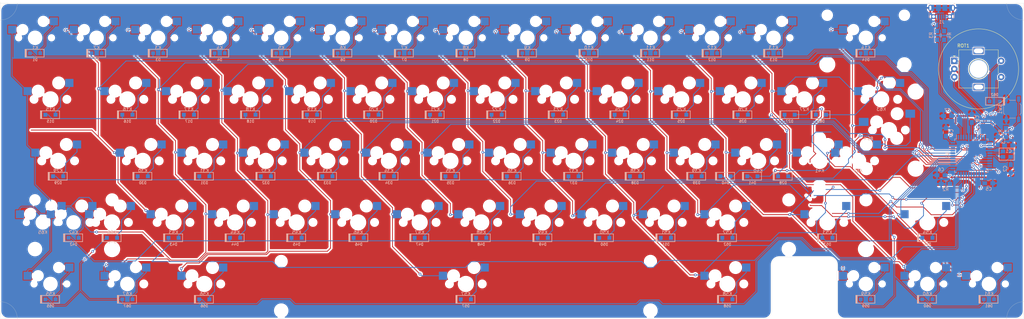
<source format=kicad_pcb>
(kicad_pcb (version 20171130) (host pcbnew "(5.1.0-0)")
  (layers (0 F.Cu signal) (31 B.Cu signal) (34 B.Paste user) (35 F.Paste user) (36 B.SilkS user) (37 F.SilkS user) (38 B.Mask user) (39 F.Mask user) (44 Edge.Cuts user))
  (net 0 "")
  (net 1 "Net-(C1-Pad1)")
  (net 2 "Net-(C2-Pad1)")
  (net 3 VCC)
  (net 4 "Net-(C8-Pad1)")
  (net 5 "Net-(D1-Pad2)")
  (net 6 Row0)
  (net 7 "Net-(D2-Pad2)")
  (net 8 "Net-(D3-Pad2)")
  (net 9 "Net-(D4-Pad2)")
  (net 10 "Net-(D5-Pad2)")
  (net 11 "Net-(D6-Pad2)")
  (net 12 "Net-(D7-Pad2)")
  (net 13 "Net-(D8-Pad2)")
  (net 14 "Net-(D9-Pad2)")
  (net 15 "Net-(D10-Pad2)")
  (net 16 "Net-(D11-Pad2)")
  (net 17 "Net-(D12-Pad2)")
  (net 18 "Net-(D13-Pad2)")
  (net 19 "Net-(D14-Pad2)")
  (net 20 "Net-(D15-Pad2)")
  (net 21 Row1)
  (net 22 "Net-(D16-Pad2)")
  (net 23 "Net-(D17-Pad2)")
  (net 24 "Net-(D18-Pad2)")
  (net 25 "Net-(D19-Pad2)")
  (net 26 "Net-(D20-Pad2)")
  (net 27 "Net-(D21-Pad2)")
  (net 28 "Net-(D22-Pad2)")
  (net 29 "Net-(D23-Pad2)")
  (net 30 "Net-(D24-Pad2)")
  (net 31 "Net-(D25-Pad2)")
  (net 32 "Net-(D26-Pad2)")
  (net 33 "Net-(D27-Pad2)")
  (net 34 "Net-(D28-Pad2)")
  (net 35 "Net-(D29-Pad2)")
  (net 36 Row2)
  (net 37 "Net-(D30-Pad2)")
  (net 38 "Net-(D31-Pad2)")
  (net 39 "Net-(D32-Pad2)")
  (net 40 "Net-(D33-Pad2)")
  (net 41 "Net-(D34-Pad2)")
  (net 42 "Net-(D35-Pad2)")
  (net 43 "Net-(D36-Pad2)")
  (net 44 "Net-(D37-Pad2)")
  (net 45 "Net-(D38-Pad2)")
  (net 46 "Net-(D39-Pad2)")
  (net 47 "Net-(D40-Pad2)")
  (net 48 "Net-(D41-Pad2)")
  (net 49 "Net-(D42-Pad2)")
  (net 50 Row3)
  (net 51 "Net-(D43-Pad2)")
  (net 52 "Net-(D44-Pad2)")
  (net 53 "Net-(D45-Pad2)")
  (net 54 "Net-(D46-Pad2)")
  (net 55 "Net-(D47-Pad2)")
  (net 56 "Net-(D48-Pad2)")
  (net 57 "Net-(D49-Pad2)")
  (net 58 "Net-(D50-Pad2)")
  (net 59 "Net-(D51-Pad2)")
  (net 60 "Net-(D52-Pad2)")
  (net 61 "Net-(D53-Pad2)")
  (net 62 "Net-(D54-Pad2)")
  (net 63 "Net-(D55-Pad2)")
  (net 64 Row4)
  (net 65 "Net-(D56-Pad2)")
  (net 66 "Net-(D57-Pad2)")
  (net 67 "Net-(D58-Pad2)")
  (net 68 "Net-(D59-Pad2)")
  (net 69 "Net-(D60-Pad2)")
  (net 70 "Net-(D61-Pad2)")
  (net 71 "Net-(D62-Pad2)")
  (net 72 "Net-(J1-Pad2)")
  (net 73 "Net-(J1-Pad3)")
  (net 74 Col0)
  (net 75 Col1)
  (net 76 Col2)
  (net 77 Col3)
  (net 78 Col4)
  (net 79 Col5)
  (net 80 Col6)
  (net 81 Col7)
  (net 82 Col8)
  (net 83 Col9)
  (net 84 Col10)
  (net 85 Col11)
  (net 86 Col12)
  (net 87 Col13)
  (net 88 "Net-(R1-Pad1)")
  (net 89 "Net-(R2-Pad2)")
  (net 90 "Net-(R3-Pad1)")
  (net 91 "Net-(R4-Pad1)")
  (net 92 rot1)
  (net 93 rot0)
  (net 94 GND)
  (net 95 "Net-(D63-Pad2)")
  (net 96 "Net-(D66-Pad2)")
  (net 97 "Net-(D67-Pad2)")
  (module MX_Alps_Hybrid:MXOnly-1U-Hotswap (layer F.Cu) (at -59.53125 28.575)
    (fp_text reference K43)
    (fp_text value KEYSW)
    (fp_text user %R (at 0 3.048) (layer B.SilkS) (effects (justify mirror)))
    (pad 2 smd rect (at 5.842 -5.08) (size 2.55 2.5) (layers B.Cu B.Paste B.Mask) (net 51 "Net-(D43-Pad2)"))
    (pad 1 smd rect (at -7.085 -2.54) (size 2.55 2.5) (layers B.Cu B.Paste B.Mask) (net 75 Col1))
    (pad "" np_thru_hole circle (at 5.08 0 48.0996) (size 1.75 1.75) (drill 1.75) (layers *.Cu *.Mask))
    (pad "" np_thru_hole circle (at -5.08 0 48.0996) (size 1.75 1.75) (drill 1.75) (layers *.Cu *.Mask))
    (pad "" np_thru_hole circle (at -3.81 -2.54) (size 3 3) (drill 3) (layers *.Cu *.Mask))
    (pad "" np_thru_hole circle (at 0 0) (size 3.9878 3.9878) (drill 3.9878) (layers *.Cu *.Mask))
    (pad "" np_thru_hole circle (at 2.54 -5.08) (size 3 3) (drill 3) (layers *.Cu *.Mask))
  )
  (module Kailh:ISO_Hotswap (layer F.Cu) (at 161.925 0)
    (fp_text reference K28 (at -6.3 2.6) (layer B.SilkS))
    (fp_text value KEYSW hide)
    (pad "" np_thru_hole circle (at -6.985 11.938) (size 3.048 3.048) (drill 3.048) (layers *.Cu *.Mask))
    (pad "" np_thru_hole circle (at -6.985 -11.938) (size 3.048 3.048) (drill 3.048) (layers *.Cu *.Mask))
    (pad "" np_thru_hole circle (at 8.255 -11.938) (size 3.9878 3.9878) (drill 3.9878) (layers *.Cu *.Mask))
    (pad "" np_thru_hole circle (at 8.255 11.938) (size 3.9878 3.9878) (drill 3.9878) (layers *.Cu *.Mask))
    (pad "" np_thru_hole circle (at -3.81 -2.54) (size 3 3) (drill 3) (layers *.Cu *.Mask))
    (pad "" np_thru_hole circle (at -5.08 0) (size 1.7018 1.7018) (drill 1.7018) (layers *.Cu *.Mask))
    (pad "" np_thru_hole circle (at 5.08 0) (size 1.7018 1.7018) (drill 1.7018) (layers *.Cu *.Mask))
    (pad "" np_thru_hole circle (at 2.54 -5.08) (size 3 3) (drill 3) (layers *.Cu *.Mask))
    (pad "" np_thru_hole circle (at 0 0) (size 3.9878 3.9878) (drill 3.9878) (layers *.Cu *.Mask))
    (pad 1 smd rect (at -7.8 -2.54) (size 2.999999 2.5) (layers B.Cu B.Paste B.Mask) (net 87 Col13))
    (pad 2 smd rect (at 6.6 -5.08) (size 2.999999 2.5) (layers B.Cu B.Paste B.Mask) (net 34 "Net-(D28-Pad2)"))
  )
  (module Rotary_Encoder:RotaryEncoder_Alps_EC11E-Switch_Vertical_H20mm (layer F.Cu) (at 182.165778 -21.431268)
    (fp_text reference ROT1 (at 2.8 -4.7) (layer F.SilkS))
    (fp_text value Device_Rotary_Encoder_Switch)
    (pad A thru_hole rect (at 0 0) (size 2 2) (drill 1) (layers *.Cu *.Mask) (net 93 rot0))
    (pad C thru_hole circle (at 0 2.5) (size 2 2) (drill 1) (layers *.Cu *.Mask) (net 94 GND))
    (pad B thru_hole circle (at 0 5) (size 2 2) (drill 1) (layers *.Cu *.Mask) (net 92 rot1))
    (pad MP thru_hole rect (at 7.5 -3.1) (size 3.2 2) (drill oval 2.8 1.5) (layers *.Cu *.Mask))
    (pad MP thru_hole rect (at 7.5 8.1) (size 3.2 2) (drill oval 2.8 1.5) (layers *.Cu *.Mask))
    (pad S2 thru_hole circle (at 14.5 0) (size 2 2) (drill 1) (layers *.Cu *.Mask) (net 71 "Net-(D62-Pad2)"))
    (pad S1 thru_hole circle (at 14.5 5) (size 2 2) (drill 1) (layers *.Cu *.Mask) (net 87 Col13))
    (pad MP thru_hole circle (at 7.5 2.5) (size 6 6) (drill 5.5) (layers *.Cu *.Mask))
  )
  (module MX_Alps_Hybrid:MXOnly-2.25U-Hotswap (layer F.Cu) (at 142.875 28.575)
    (fp_text reference K53)
    (fp_text value KEYSW)
    (fp_text user %R (at 0 3.048) (layer B.SilkS) (effects (justify mirror)))
    (pad "" np_thru_hole circle (at -11.938 8.255) (size 3.9878 3.9878) (drill 3.9878) (layers *.Cu *.Mask))
    (pad "" np_thru_hole circle (at 11.938 8.255) (size 3.9878 3.9878) (drill 3.9878) (layers *.Cu *.Mask))
    (pad "" np_thru_hole circle (at -11.938 -6.985) (size 3.048 3.048) (drill 3.048) (layers *.Cu *.Mask))
    (pad "" np_thru_hole circle (at 11.938 -6.985) (size 3.048 3.048) (drill 3.048) (layers *.Cu *.Mask))
    (pad 2 smd rect (at 5.842 -5.08) (size 2.55 2.5) (layers B.Cu B.Paste B.Mask) (net 61 "Net-(D53-Pad2)"))
    (pad 1 smd rect (at -7.085 -2.54) (size 2.55 2.5) (layers B.Cu B.Paste B.Mask) (net 85 Col11))
    (pad "" np_thru_hole circle (at 5.08 0 48.0996) (size 1.75 1.75) (drill 1.75) (layers *.Cu *.Mask))
    (pad "" np_thru_hole circle (at -5.08 0 48.0996) (size 1.75 1.75) (drill 1.75) (layers *.Cu *.Mask))
    (pad "" np_thru_hole circle (at -3.81 -2.54) (size 3 3) (drill 3) (layers *.Cu *.Mask))
    (pad "" np_thru_hole circle (at 0 0) (size 3.9878 3.9878) (drill 3.9878) (layers *.Cu *.Mask))
    (pad "" np_thru_hole circle (at 2.54 -5.08) (size 3 3) (drill 3) (layers *.Cu *.Mask))
  )
  (module MX_Alps_Hybrid:MXOnly-1U-Hotswap (layer F.Cu) (at -83.34375 -28.575)
    (fp_text reference K2)
    (fp_text value KEYSW)
    (fp_text user %R (at 0 3.048) (layer B.SilkS) (effects (justify mirror)))
    (pad 2 smd rect (at 5.842 -5.08) (size 2.55 2.5) (layers B.Cu B.Paste B.Mask) (net 7 "Net-(D2-Pad2)"))
    (pad 1 smd rect (at -7.085 -2.54) (size 2.55 2.5) (layers B.Cu B.Paste B.Mask) (net 75 Col1))
    (pad "" np_thru_hole circle (at 5.08 0 48.0996) (size 1.75 1.75) (drill 1.75) (layers *.Cu *.Mask))
    (pad "" np_thru_hole circle (at -5.08 0 48.0996) (size 1.75 1.75) (drill 1.75) (layers *.Cu *.Mask))
    (pad "" np_thru_hole circle (at -3.81 -2.54) (size 3 3) (drill 3) (layers *.Cu *.Mask))
    (pad "" np_thru_hole circle (at 0 0) (size 3.9878 3.9878) (drill 3.9878) (layers *.Cu *.Mask))
    (pad "" np_thru_hole circle (at 2.54 -5.08) (size 3 3) (drill 3) (layers *.Cu *.Mask))
  )
  (module MX_Alps_Hybrid:MXOnly-7U-Hotswap (layer F.Cu) (at 30.95625 47.625)
    (fp_text reference K57)
    (fp_text value KEYSW)
    (fp_text user %R (at 0 3.048) (layer B.SilkS) (effects (justify mirror)))
    (pad "" np_thru_hole circle (at -57.15 8.255) (size 3.9878 3.9878) (drill 3.9878) (layers *.Cu *.Mask))
    (pad "" np_thru_hole circle (at 57.15 8.255) (size 3.9878 3.9878) (drill 3.9878) (layers *.Cu *.Mask))
    (pad "" np_thru_hole circle (at -57.15 -6.985) (size 3.048 3.048) (drill 3.048) (layers *.Cu *.Mask))
    (pad "" np_thru_hole circle (at 57.15 -6.985) (size 3.048 3.048) (drill 3.048) (layers *.Cu *.Mask))
    (pad 2 smd rect (at 5.842 -5.08) (size 2.55 2.5) (layers B.Cu B.Paste B.Mask) (net 66 "Net-(D57-Pad2)"))
    (pad 1 smd rect (at -7.085 -2.54) (size 2.55 2.5) (layers B.Cu B.Paste B.Mask) (net 79 Col5))
    (pad "" np_thru_hole circle (at 5.08 0 48.0996) (size 1.75 1.75) (drill 1.75) (layers *.Cu *.Mask))
    (pad "" np_thru_hole circle (at -5.08 0 48.0996) (size 1.75 1.75) (drill 1.75) (layers *.Cu *.Mask))
    (pad "" np_thru_hole circle (at -3.81 -2.54) (size 3 3) (drill 3) (layers *.Cu *.Mask))
    (pad "" np_thru_hole circle (at 0 0) (size 3.9878 3.9878) (drill 3.9878) (layers *.Cu *.Mask))
    (pad "" np_thru_hole circle (at 2.54 -5.08) (size 3 3) (drill 3) (layers *.Cu *.Mask))
  )
  (module Capacitors_SMD:C_0805_HandSoldering (layer B.Cu) (at 198.9836 4.73456)
    (fp_text reference C1 (at 0 1.75) (layer B.SilkS) (effects (justify mirror)))
    (fp_text value 22p)
    (pad 1 smd rect (at -1.25 0) (size 1.5 1.25) (layers B.Cu B.Paste B.Mask) (net 1 "Net-(C1-Pad1)"))
    (pad 2 smd rect (at 1.25 0) (size 1.5 1.25) (layers B.Cu B.Paste B.Mask) (net 94 GND))
  )
  (module Capacitors_SMD:C_0805_HandSoldering (layer B.Cu) (at 199.644 11.938 270)
    (fp_text reference C2 (at 0 1.75 90) (layer B.SilkS) (effects (justify mirror)))
    (fp_text value 22p)
    (pad 1 smd rect (at -1.25 0 270) (size 1.5 1.25) (layers B.Cu B.Paste B.Mask) (net 2 "Net-(C2-Pad1)"))
    (pad 2 smd rect (at 1.25 0 270) (size 1.5 1.25) (layers B.Cu B.Paste B.Mask) (net 94 GND))
  )
  (module Capacitors_SMD:C_0805_HandSoldering (layer B.Cu) (at 195.6054 3.3274 90)
    (fp_text reference C3 (at 0 1.75 90) (layer B.SilkS) (effects (justify mirror)))
    (fp_text value 0.1u)
    (pad 1 smd rect (at -1.25 0 90) (size 1.5 1.25) (layers B.Cu B.Paste B.Mask) (net 3 VCC))
    (pad 2 smd rect (at 1.25 0 90) (size 1.5 1.25) (layers B.Cu B.Paste B.Mask) (net 94 GND))
  )
  (module Capacitors_SMD:C_0805_HandSoldering (layer B.Cu) (at 179.578 0.635 90)
    (fp_text reference C4 (at 0 1.75 90) (layer B.SilkS) (effects (justify mirror)))
    (fp_text value 0.1u)
    (pad 1 smd rect (at -1.25 0 90) (size 1.5 1.25) (layers B.Cu B.Paste B.Mask) (net 3 VCC))
    (pad 2 smd rect (at 1.25 0 90) (size 1.5 1.25) (layers B.Cu B.Paste B.Mask) (net 94 GND))
  )
  (module Capacitors_SMD:C_0805_HandSoldering (layer B.Cu) (at 192.8114 16.4592)
    (fp_text reference C5 (at 0 1.75) (layer B.SilkS) (effects (justify mirror)))
    (fp_text value 0.1u)
    (pad 1 smd rect (at -1.25 0) (size 1.5 1.25) (layers B.Cu B.Paste B.Mask) (net 3 VCC))
    (pad 2 smd rect (at 1.25 0) (size 1.5 1.25) (layers B.Cu B.Paste B.Mask) (net 94 GND))
  )
  (module Capacitors_SMD:C_0805_HandSoldering (layer B.Cu) (at 178.054 13.97 180)
    (fp_text reference C6 (at 0 1.75) (layer B.SilkS) (effects (justify mirror)))
    (fp_text value 0.1u)
    (pad 1 smd rect (at -1.25 0 180) (size 1.5 1.25) (layers B.Cu B.Paste B.Mask) (net 3 VCC))
    (pad 2 smd rect (at 1.25 0 180) (size 1.5 1.25) (layers B.Cu B.Paste B.Mask) (net 94 GND))
  )
  (module Capacitors_SMD:C_0805_HandSoldering (layer B.Cu) (at 180.086 -4.37896 180)
    (fp_text reference C7 (at 0 1.75) (layer B.SilkS) (effects (justify mirror)))
    (fp_text value 4.7u)
    (pad 1 smd rect (at -1.25 0 180) (size 1.5 1.25) (layers B.Cu B.Paste B.Mask) (net 3 VCC))
    (pad 2 smd rect (at 1.25 0 180) (size 1.5 1.25) (layers B.Cu B.Paste B.Mask) (net 94 GND))
  )
  (module Capacitors_SMD:C_0805_HandSoldering (layer B.Cu) (at 187.579 -3.6068 90)
    (fp_text reference C8 (at 0 1.75 90) (layer B.SilkS) (effects (justify mirror)))
    (fp_text value 1u)
    (pad 1 smd rect (at -1.25 0 90) (size 1.5 1.25) (layers B.Cu B.Paste B.Mask) (net 4 "Net-(C8-Pad1)"))
    (pad 2 smd rect (at 1.25 0 90) (size 1.5 1.25) (layers B.Cu B.Paste B.Mask) (net 94 GND))
  )
  (module Resistors_SMD:R_0805_HandSoldering (layer B.Cu) (at 198.12 0.762 270)
    (fp_text reference R1 (at 0 1.7 90) (layer B.SilkS) (effects (justify mirror)))
    (fp_text value 10k)
    (pad 1 smd rect (at -1.35 0 270) (size 1.5 1.3) (layers B.Cu B.Paste B.Mask) (net 88 "Net-(R1-Pad1)"))
    (pad 2 smd rect (at 1.35 0 270) (size 1.5 1.3) (layers B.Cu B.Paste B.Mask) (net 3 VCC))
  )
  (module Resistors_SMD:R_0805_HandSoldering (layer B.Cu) (at 179.451 16.637)
    (fp_text reference R2 (at 0 1.7) (layer B.SilkS) (effects (justify mirror)))
    (fp_text value 10k)
    (pad 1 smd rect (at -1.35 0) (size 1.5 1.3) (layers B.Cu B.Paste B.Mask) (net 94 GND))
    (pad 2 smd rect (at 1.35 0) (size 1.5 1.3) (layers B.Cu B.Paste B.Mask) (net 89 "Net-(R2-Pad2)"))
  )
  (module Resistors_SMD:R_0805_HandSoldering (layer B.Cu) (at 176.8602 -29.337 90)
    (fp_text reference R3 (at 0.023 -1.9102 90) (layer B.SilkS) (effects (justify mirror)))
    (fp_text value 22)
    (pad 1 smd rect (at -1.35 0 90) (size 1.5 1.3) (layers B.Cu B.Paste B.Mask) (net 90 "Net-(R3-Pad1)"))
    (pad 2 smd rect (at 1.35 0 90) (size 1.5 1.3) (layers B.Cu B.Paste B.Mask) (net 72 "Net-(J1-Pad2)"))
  )
  (module Resistors_SMD:R_0805_HandSoldering (layer B.Cu) (at 179.0192 -29.3116 90)
    (fp_text reference R4 (at 0 1.7 90) (layer B.SilkS) (effects (justify mirror)))
    (fp_text value 22)
    (pad 1 smd rect (at -1.35 0 90) (size 1.5 1.3) (layers B.Cu B.Paste B.Mask) (net 91 "Net-(R4-Pad1)"))
    (pad 2 smd rect (at 1.35 0 90) (size 1.5 1.3) (layers B.Cu B.Paste B.Mask) (net 73 "Net-(J1-Pad3)"))
  )
  (module Buttons_Switches_SMD:SW_SPST_TL3342 (layer B.Cu) (at 200.152 -6.477 270)
    (fp_text reference SW1 (at 0 3.75 270) (layer B.SilkS) (effects (justify mirror)))
    (fp_text value SW_PUSH)
    (pad 1 smd rect (at -3.15 1.9 270) (size 1.7 1) (layers B.Cu B.Paste B.Mask) (net 94 GND))
    (pad 1 smd rect (at 3.15 1.9 270) (size 1.7 1) (layers B.Cu B.Paste B.Mask) (net 94 GND))
    (pad 2 smd rect (at -3.15 -1.9 270) (size 1.7 1) (layers B.Cu B.Paste B.Mask) (net 88 "Net-(R1-Pad1)"))
    (pad 2 smd rect (at 3.15 -1.9 270) (size 1.7 1) (layers B.Cu B.Paste B.Mask) (net 88 "Net-(R1-Pad1)"))
  )
  (module Housings_QFP:TQFP-44_10x10mm_Pitch0.8mm (layer B.Cu) (at 187.44184 7.91972 270)
    (fp_text reference U1 (at 0 7.45 90) (layer B.SilkS) (effects (justify mirror)))
    (fp_text value ATMEGA32U4)
    (pad 1 smd rect (at -5.7 4 270) (size 1.5 0.55) (layers B.Cu B.Paste B.Mask))
    (pad 2 smd rect (at -5.7 3.2 270) (size 1.5 0.55) (layers B.Cu B.Paste B.Mask) (net 3 VCC))
    (pad 3 smd rect (at -5.7 2.4 270) (size 1.5 0.55) (layers B.Cu B.Paste B.Mask) (net 90 "Net-(R3-Pad1)"))
    (pad 4 smd rect (at -5.7 1.6 270) (size 1.5 0.55) (layers B.Cu B.Paste B.Mask) (net 91 "Net-(R4-Pad1)"))
    (pad 5 smd rect (at -5.7 0.8 270) (size 1.5 0.55) (layers B.Cu B.Paste B.Mask) (net 94 GND))
    (pad 6 smd rect (at -5.7 0 270) (size 1.5 0.55) (layers B.Cu B.Paste B.Mask) (net 4 "Net-(C8-Pad1)"))
    (pad 7 smd rect (at -5.7 -0.8 270) (size 1.5 0.55) (layers B.Cu B.Paste B.Mask) (net 3 VCC))
    (pad 8 smd rect (at -5.7 -1.6 270) (size 1.5 0.55) (layers B.Cu B.Paste B.Mask) (net 93 rot0))
    (pad 9 smd rect (at -5.7 -2.4 270) (size 1.5 0.55) (layers B.Cu B.Paste B.Mask) (net 92 rot1))
    (pad 10 smd rect (at -5.7 -3.2 270) (size 1.5 0.55) (layers B.Cu B.Paste B.Mask))
    (pad 11 smd rect (at -5.7 -4 270) (size 1.5 0.55) (layers B.Cu B.Paste B.Mask))
    (pad 12 smd rect (at -4 -5.7 180) (size 1.5 0.55) (layers B.Cu B.Paste B.Mask))
    (pad 13 smd rect (at -3.2 -5.7 180) (size 1.5 0.55) (layers B.Cu B.Paste B.Mask) (net 88 "Net-(R1-Pad1)"))
    (pad 14 smd rect (at -2.4 -5.7 180) (size 1.5 0.55) (layers B.Cu B.Paste B.Mask) (net 3 VCC))
    (pad 15 smd rect (at -1.6 -5.7 180) (size 1.5 0.55) (layers B.Cu B.Paste B.Mask) (net 94 GND))
    (pad 16 smd rect (at -0.8 -5.7 180) (size 1.5 0.55) (layers B.Cu B.Paste B.Mask) (net 1 "Net-(C1-Pad1)"))
    (pad 17 smd rect (at 0 -5.7 180) (size 1.5 0.55) (layers B.Cu B.Paste B.Mask) (net 2 "Net-(C2-Pad1)"))
    (pad 18 smd rect (at 0.8 -5.7 180) (size 1.5 0.55) (layers B.Cu B.Paste B.Mask) (net 74 Col0))
    (pad 19 smd rect (at 1.6 -5.7 180) (size 1.5 0.55) (layers B.Cu B.Paste B.Mask) (net 75 Col1))
    (pad 20 smd rect (at 2.4 -5.7 180) (size 1.5 0.55) (layers B.Cu B.Paste B.Mask) (net 76 Col2))
    (pad 21 smd rect (at 3.2 -5.7 180) (size 1.5 0.55) (layers B.Cu B.Paste B.Mask) (net 77 Col3))
    (pad 22 smd rect (at 4 -5.7 180) (size 1.5 0.55) (layers B.Cu B.Paste B.Mask) (net 79 Col5))
    (pad 23 smd rect (at 5.7 -4 270) (size 1.5 0.55) (layers B.Cu B.Paste B.Mask) (net 94 GND))
    (pad 24 smd rect (at 5.7 -3.2 270) (size 1.5 0.55) (layers B.Cu B.Paste B.Mask) (net 3 VCC))
    (pad 25 smd rect (at 5.7 -2.4 270) (size 1.5 0.55) (layers B.Cu B.Paste B.Mask) (net 78 Col4))
    (pad 26 smd rect (at 5.7 -1.6 270) (size 1.5 0.55) (layers B.Cu B.Paste B.Mask) (net 80 Col6))
    (pad 27 smd rect (at 5.7 -0.8 270) (size 1.5 0.55) (layers B.Cu B.Paste B.Mask) (net 81 Col7))
    (pad 28 smd rect (at 5.7 0 270) (size 1.5 0.55) (layers B.Cu B.Paste B.Mask) (net 82 Col8))
    (pad 29 smd rect (at 5.7 0.8 270) (size 1.5 0.55) (layers B.Cu B.Paste B.Mask) (net 83 Col9))
    (pad 30 smd rect (at 5.7 1.6 270) (size 1.5 0.55) (layers B.Cu B.Paste B.Mask) (net 84 Col10))
    (pad 31 smd rect (at 5.7 2.4 270) (size 1.5 0.55) (layers B.Cu B.Paste B.Mask) (net 85 Col11))
    (pad 32 smd rect (at 5.7 3.2 270) (size 1.5 0.55) (layers B.Cu B.Paste B.Mask) (net 86 Col12))
    (pad 33 smd rect (at 5.7 4 270) (size 1.5 0.55) (layers B.Cu B.Paste B.Mask) (net 89 "Net-(R2-Pad2)"))
    (pad 34 smd rect (at 4 5.7 180) (size 1.5 0.55) (layers B.Cu B.Paste B.Mask) (net 3 VCC))
    (pad 35 smd rect (at 3.2 5.7 180) (size 1.5 0.55) (layers B.Cu B.Paste B.Mask) (net 94 GND))
    (pad 36 smd rect (at 2.4 5.7 180) (size 1.5 0.55) (layers B.Cu B.Paste B.Mask) (net 87 Col13))
    (pad 37 smd rect (at 1.6 5.7 180) (size 1.5 0.55) (layers B.Cu B.Paste B.Mask) (net 64 Row4))
    (pad 38 smd rect (at 0.8 5.7 180) (size 1.5 0.55) (layers B.Cu B.Paste B.Mask) (net 50 Row3))
    (pad 39 smd rect (at 0 5.7 180) (size 1.5 0.55) (layers B.Cu B.Paste B.Mask) (net 36 Row2))
    (pad 40 smd rect (at -0.8 5.7 180) (size 1.5 0.55) (layers B.Cu B.Paste B.Mask) (net 21 Row1))
    (pad 41 smd rect (at -1.6 5.7 180) (size 1.5 0.55) (layers B.Cu B.Paste B.Mask) (net 6 Row0))
    (pad 42 smd rect (at -2.4 5.7 180) (size 1.5 0.55) (layers B.Cu B.Paste B.Mask))
    (pad 43 smd rect (at -3.2 5.7 180) (size 1.5 0.55) (layers B.Cu B.Paste B.Mask) (net 94 GND))
    (pad 44 smd rect (at -4 5.7 180) (size 1.5 0.55) (layers B.Cu B.Paste B.Mask) (net 3 VCC))
  )
  (module keyboard_parts:FA-238 (layer B.Cu) (at 198.4248 7.4422)
    (fp_text reference X1 hide)
    (fp_text value XTAL_GND hide)
    (pad 3 smd rect (at 1.1 -0.8) (size 1.4 1.2) (drill (offset 0.1 -0.05)) (layers B.Cu B.Paste B.Mask) (net 94 GND) (clearance 0.2))
    (pad 1 smd rect (at -1.1 -0.8) (size 1.4 1.2) (drill (offset -0.1 -0.05)) (layers B.Cu B.Paste B.Mask) (net 1 "Net-(C1-Pad1)") (clearance 0.2))
    (pad 2 smd rect (at 1.1 0.8) (size 1.4 1.2) (drill (offset 0.1 0.05)) (layers B.Cu B.Paste B.Mask) (net 2 "Net-(C2-Pad1)") (clearance 0.2))
    (pad 3 smd rect (at -1.1 0.8) (size 1.4 1.2) (drill (offset -0.1 0.05)) (layers B.Cu B.Paste B.Mask) (net 94 GND) (clearance 0.2))
  )
  (module MX_Alps_Hybrid:MXOnly-1U-Hotswap (layer F.Cu) (at -102.39375 -28.575)
    (fp_text reference K1)
    (fp_text value KEYSW)
    (fp_text user %R (at 0 3.048) (layer B.SilkS) (effects (justify mirror)))
    (pad 2 smd rect (at 5.842 -5.08) (size 2.55 2.5) (layers B.Cu B.Paste B.Mask) (net 5 "Net-(D1-Pad2)"))
    (pad 1 smd rect (at -7.085 -2.54) (size 2.55 2.5) (layers B.Cu B.Paste B.Mask) (net 74 Col0))
    (pad "" np_thru_hole circle (at 5.08 0 48.0996) (size 1.75 1.75) (drill 1.75) (layers *.Cu *.Mask))
    (pad "" np_thru_hole circle (at -5.08 0 48.0996) (size 1.75 1.75) (drill 1.75) (layers *.Cu *.Mask))
    (pad "" np_thru_hole circle (at -3.81 -2.54) (size 3 3) (drill 3) (layers *.Cu *.Mask))
    (pad "" np_thru_hole circle (at 0 0) (size 3.9878 3.9878) (drill 3.9878) (layers *.Cu *.Mask))
    (pad "" np_thru_hole circle (at 2.54 -5.08) (size 3 3) (drill 3) (layers *.Cu *.Mask))
  )
  (module MX_Alps_Hybrid:MXOnly-1U-Hotswap (layer F.Cu) (at -64.29375 -28.575)
    (fp_text reference K3)
    (fp_text value KEYSW)
    (fp_text user %R (at 0 3.048) (layer B.SilkS) (effects (justify mirror)))
    (pad 2 smd rect (at 5.842 -5.08) (size 2.55 2.5) (layers B.Cu B.Paste B.Mask) (net 8 "Net-(D3-Pad2)"))
    (pad 1 smd rect (at -7.085 -2.54) (size 2.55 2.5) (layers B.Cu B.Paste B.Mask) (net 76 Col2))
    (pad "" np_thru_hole circle (at 5.08 0 48.0996) (size 1.75 1.75) (drill 1.75) (layers *.Cu *.Mask))
    (pad "" np_thru_hole circle (at -5.08 0 48.0996) (size 1.75 1.75) (drill 1.75) (layers *.Cu *.Mask))
    (pad "" np_thru_hole circle (at -3.81 -2.54) (size 3 3) (drill 3) (layers *.Cu *.Mask))
    (pad "" np_thru_hole circle (at 0 0) (size 3.9878 3.9878) (drill 3.9878) (layers *.Cu *.Mask))
    (pad "" np_thru_hole circle (at 2.54 -5.08) (size 3 3) (drill 3) (layers *.Cu *.Mask))
  )
  (module MX_Alps_Hybrid:MXOnly-1U-Hotswap (layer F.Cu) (at -45.24375 -28.575)
    (fp_text reference K4)
    (fp_text value KEYSW)
    (fp_text user %R (at 0 3.048) (layer B.SilkS) (effects (justify mirror)))
    (pad 2 smd rect (at 5.842 -5.08) (size 2.55 2.5) (layers B.Cu B.Paste B.Mask) (net 9 "Net-(D4-Pad2)"))
    (pad 1 smd rect (at -7.085 -2.54) (size 2.55 2.5) (layers B.Cu B.Paste B.Mask) (net 77 Col3))
    (pad "" np_thru_hole circle (at 5.08 0 48.0996) (size 1.75 1.75) (drill 1.75) (layers *.Cu *.Mask))
    (pad "" np_thru_hole circle (at -5.08 0 48.0996) (size 1.75 1.75) (drill 1.75) (layers *.Cu *.Mask))
    (pad "" np_thru_hole circle (at -3.81 -2.54) (size 3 3) (drill 3) (layers *.Cu *.Mask))
    (pad "" np_thru_hole circle (at 0 0) (size 3.9878 3.9878) (drill 3.9878) (layers *.Cu *.Mask))
    (pad "" np_thru_hole circle (at 2.54 -5.08) (size 3 3) (drill 3) (layers *.Cu *.Mask))
  )
  (module MX_Alps_Hybrid:MXOnly-1U-Hotswap (layer F.Cu) (at -26.19375 -28.575)
    (fp_text reference K5)
    (fp_text value KEYSW)
    (fp_text user %R (at 0 3.048) (layer B.SilkS) (effects (justify mirror)))
    (pad 2 smd rect (at 5.842 -5.08) (size 2.55 2.5) (layers B.Cu B.Paste B.Mask) (net 10 "Net-(D5-Pad2)"))
    (pad 1 smd rect (at -7.085 -2.54) (size 2.55 2.5) (layers B.Cu B.Paste B.Mask) (net 78 Col4))
    (pad "" np_thru_hole circle (at 5.08 0 48.0996) (size 1.75 1.75) (drill 1.75) (layers *.Cu *.Mask))
    (pad "" np_thru_hole circle (at -5.08 0 48.0996) (size 1.75 1.75) (drill 1.75) (layers *.Cu *.Mask))
    (pad "" np_thru_hole circle (at -3.81 -2.54) (size 3 3) (drill 3) (layers *.Cu *.Mask))
    (pad "" np_thru_hole circle (at 0 0) (size 3.9878 3.9878) (drill 3.9878) (layers *.Cu *.Mask))
    (pad "" np_thru_hole circle (at 2.54 -5.08) (size 3 3) (drill 3) (layers *.Cu *.Mask))
  )
  (module MX_Alps_Hybrid:MXOnly-1U-Hotswap (layer F.Cu) (at -7.14375 -28.575)
    (fp_text reference K6)
    (fp_text value KEYSW)
    (fp_text user %R (at 0 3.048) (layer B.SilkS) (effects (justify mirror)))
    (pad 2 smd rect (at 5.842 -5.08) (size 2.55 2.5) (layers B.Cu B.Paste B.Mask) (net 11 "Net-(D6-Pad2)"))
    (pad 1 smd rect (at -7.085 -2.54) (size 2.55 2.5) (layers B.Cu B.Paste B.Mask) (net 79 Col5))
    (pad "" np_thru_hole circle (at 5.08 0 48.0996) (size 1.75 1.75) (drill 1.75) (layers *.Cu *.Mask))
    (pad "" np_thru_hole circle (at -5.08 0 48.0996) (size 1.75 1.75) (drill 1.75) (layers *.Cu *.Mask))
    (pad "" np_thru_hole circle (at -3.81 -2.54) (size 3 3) (drill 3) (layers *.Cu *.Mask))
    (pad "" np_thru_hole circle (at 0 0) (size 3.9878 3.9878) (drill 3.9878) (layers *.Cu *.Mask))
    (pad "" np_thru_hole circle (at 2.54 -5.08) (size 3 3) (drill 3) (layers *.Cu *.Mask))
  )
  (module MX_Alps_Hybrid:MXOnly-1U-Hotswap (layer F.Cu) (at 11.90625 -28.575)
    (fp_text reference K7)
    (fp_text value KEYSW)
    (fp_text user %R (at 0 3.048) (layer B.SilkS) (effects (justify mirror)))
    (pad 2 smd rect (at 5.842 -5.08) (size 2.55 2.5) (layers B.Cu B.Paste B.Mask) (net 12 "Net-(D7-Pad2)"))
    (pad 1 smd rect (at -7.085 -2.54) (size 2.55 2.5) (layers B.Cu B.Paste B.Mask) (net 80 Col6))
    (pad "" np_thru_hole circle (at 5.08 0 48.0996) (size 1.75 1.75) (drill 1.75) (layers *.Cu *.Mask))
    (pad "" np_thru_hole circle (at -5.08 0 48.0996) (size 1.75 1.75) (drill 1.75) (layers *.Cu *.Mask))
    (pad "" np_thru_hole circle (at -3.81 -2.54) (size 3 3) (drill 3) (layers *.Cu *.Mask))
    (pad "" np_thru_hole circle (at 0 0) (size 3.9878 3.9878) (drill 3.9878) (layers *.Cu *.Mask))
    (pad "" np_thru_hole circle (at 2.54 -5.08) (size 3 3) (drill 3) (layers *.Cu *.Mask))
  )
  (module MX_Alps_Hybrid:MXOnly-1U-Hotswap (layer F.Cu) (at 30.95625 -28.575)
    (fp_text reference K8)
    (fp_text value KEYSW)
    (fp_text user %R (at 0 3.048) (layer B.SilkS) (effects (justify mirror)))
    (pad 2 smd rect (at 5.842 -5.08) (size 2.55 2.5) (layers B.Cu B.Paste B.Mask) (net 13 "Net-(D8-Pad2)"))
    (pad 1 smd rect (at -7.085 -2.54) (size 2.55 2.5) (layers B.Cu B.Paste B.Mask) (net 81 Col7))
    (pad "" np_thru_hole circle (at 5.08 0 48.0996) (size 1.75 1.75) (drill 1.75) (layers *.Cu *.Mask))
    (pad "" np_thru_hole circle (at -5.08 0 48.0996) (size 1.75 1.75) (drill 1.75) (layers *.Cu *.Mask))
    (pad "" np_thru_hole circle (at -3.81 -2.54) (size 3 3) (drill 3) (layers *.Cu *.Mask))
    (pad "" np_thru_hole circle (at 0 0) (size 3.9878 3.9878) (drill 3.9878) (layers *.Cu *.Mask))
    (pad "" np_thru_hole circle (at 2.54 -5.08) (size 3 3) (drill 3) (layers *.Cu *.Mask))
  )
  (module MX_Alps_Hybrid:MXOnly-1U-Hotswap (layer F.Cu) (at 50.00625 -28.575)
    (fp_text reference K9)
    (fp_text value KEYSW)
    (fp_text user %R (at 0 3.048) (layer B.SilkS) (effects (justify mirror)))
    (pad 2 smd rect (at 5.842 -5.08) (size 2.55 2.5) (layers B.Cu B.Paste B.Mask) (net 14 "Net-(D9-Pad2)"))
    (pad 1 smd rect (at -7.085 -2.54) (size 2.55 2.5) (layers B.Cu B.Paste B.Mask) (net 82 Col8))
    (pad "" np_thru_hole circle (at 5.08 0 48.0996) (size 1.75 1.75) (drill 1.75) (layers *.Cu *.Mask))
    (pad "" np_thru_hole circle (at -5.08 0 48.0996) (size 1.75 1.75) (drill 1.75) (layers *.Cu *.Mask))
    (pad "" np_thru_hole circle (at -3.81 -2.54) (size 3 3) (drill 3) (layers *.Cu *.Mask))
    (pad "" np_thru_hole circle (at 0 0) (size 3.9878 3.9878) (drill 3.9878) (layers *.Cu *.Mask))
    (pad "" np_thru_hole circle (at 2.54 -5.08) (size 3 3) (drill 3) (layers *.Cu *.Mask))
  )
  (module MX_Alps_Hybrid:MXOnly-1U-Hotswap (layer F.Cu) (at 69.05625 -28.575)
    (fp_text reference K10)
    (fp_text value KEYSW)
    (fp_text user %R (at 0 3.048) (layer B.SilkS) (effects (justify mirror)))
    (pad 2 smd rect (at 5.842 -5.08) (size 2.55 2.5) (layers B.Cu B.Paste B.Mask) (net 15 "Net-(D10-Pad2)"))
    (pad 1 smd rect (at -7.085 -2.54) (size 2.55 2.5) (layers B.Cu B.Paste B.Mask) (net 83 Col9))
    (pad "" np_thru_hole circle (at 5.08 0 48.0996) (size 1.75 1.75) (drill 1.75) (layers *.Cu *.Mask))
    (pad "" np_thru_hole circle (at -5.08 0 48.0996) (size 1.75 1.75) (drill 1.75) (layers *.Cu *.Mask))
    (pad "" np_thru_hole circle (at -3.81 -2.54) (size 3 3) (drill 3) (layers *.Cu *.Mask))
    (pad "" np_thru_hole circle (at 0 0) (size 3.9878 3.9878) (drill 3.9878) (layers *.Cu *.Mask))
    (pad "" np_thru_hole circle (at 2.54 -5.08) (size 3 3) (drill 3) (layers *.Cu *.Mask))
  )
  (module MX_Alps_Hybrid:MXOnly-1U-Hotswap (layer F.Cu) (at 88.10625 -28.575)
    (fp_text reference K11)
    (fp_text value KEYSW)
    (fp_text user %R (at 0 3.048) (layer B.SilkS) (effects (justify mirror)))
    (pad 2 smd rect (at 5.842 -5.08) (size 2.55 2.5) (layers B.Cu B.Paste B.Mask) (net 16 "Net-(D11-Pad2)"))
    (pad 1 smd rect (at -7.085 -2.54) (size 2.55 2.5) (layers B.Cu B.Paste B.Mask) (net 84 Col10))
    (pad "" np_thru_hole circle (at 5.08 0 48.0996) (size 1.75 1.75) (drill 1.75) (layers *.Cu *.Mask))
    (pad "" np_thru_hole circle (at -5.08 0 48.0996) (size 1.75 1.75) (drill 1.75) (layers *.Cu *.Mask))
    (pad "" np_thru_hole circle (at -3.81 -2.54) (size 3 3) (drill 3) (layers *.Cu *.Mask))
    (pad "" np_thru_hole circle (at 0 0) (size 3.9878 3.9878) (drill 3.9878) (layers *.Cu *.Mask))
    (pad "" np_thru_hole circle (at 2.54 -5.08) (size 3 3) (drill 3) (layers *.Cu *.Mask))
  )
  (module MX_Alps_Hybrid:MXOnly-1U-Hotswap (layer F.Cu) (at 107.15625 -28.575)
    (fp_text reference K12)
    (fp_text value KEYSW)
    (fp_text user %R (at 0 3.048) (layer B.SilkS) (effects (justify mirror)))
    (pad 2 smd rect (at 5.842 -5.08) (size 2.55 2.5) (layers B.Cu B.Paste B.Mask) (net 17 "Net-(D12-Pad2)"))
    (pad 1 smd rect (at -7.085 -2.54) (size 2.55 2.5) (layers B.Cu B.Paste B.Mask) (net 85 Col11))
    (pad "" np_thru_hole circle (at 5.08 0 48.0996) (size 1.75 1.75) (drill 1.75) (layers *.Cu *.Mask))
    (pad "" np_thru_hole circle (at -5.08 0 48.0996) (size 1.75 1.75) (drill 1.75) (layers *.Cu *.Mask))
    (pad "" np_thru_hole circle (at -3.81 -2.54) (size 3 3) (drill 3) (layers *.Cu *.Mask))
    (pad "" np_thru_hole circle (at 0 0) (size 3.9878 3.9878) (drill 3.9878) (layers *.Cu *.Mask))
    (pad "" np_thru_hole circle (at 2.54 -5.08) (size 3 3) (drill 3) (layers *.Cu *.Mask))
  )
  (module MX_Alps_Hybrid:MXOnly-1U-Hotswap (layer F.Cu) (at 126.20625 -28.575)
    (fp_text reference K13)
    (fp_text value KEYSW)
    (fp_text user %R (at 0 3.048) (layer B.SilkS) (effects (justify mirror)))
    (pad 2 smd rect (at 5.842 -5.08) (size 2.55 2.5) (layers B.Cu B.Paste B.Mask) (net 18 "Net-(D13-Pad2)"))
    (pad 1 smd rect (at -7.085 -2.54) (size 2.55 2.5) (layers B.Cu B.Paste B.Mask) (net 86 Col12))
    (pad "" np_thru_hole circle (at 5.08 0 48.0996) (size 1.75 1.75) (drill 1.75) (layers *.Cu *.Mask))
    (pad "" np_thru_hole circle (at -5.08 0 48.0996) (size 1.75 1.75) (drill 1.75) (layers *.Cu *.Mask))
    (pad "" np_thru_hole circle (at -3.81 -2.54) (size 3 3) (drill 3) (layers *.Cu *.Mask))
    (pad "" np_thru_hole circle (at 0 0) (size 3.9878 3.9878) (drill 3.9878) (layers *.Cu *.Mask))
    (pad "" np_thru_hole circle (at 2.54 -5.08) (size 3 3) (drill 3) (layers *.Cu *.Mask))
  )
  (module MX_Alps_Hybrid:MXOnly-1.5U-Hotswap (layer F.Cu) (at -97.63125 -9.525)
    (fp_text reference K15)
    (fp_text value KEYSW)
    (fp_text user %R (at 0 3.048) (layer B.SilkS) (effects (justify mirror)))
    (pad 2 smd rect (at 5.842 -5.08) (size 2.55 2.5) (layers B.Cu B.Paste B.Mask) (net 20 "Net-(D15-Pad2)"))
    (pad 1 smd rect (at -7.085 -2.54) (size 2.55 2.5) (layers B.Cu B.Paste B.Mask) (net 74 Col0))
    (pad "" np_thru_hole circle (at 5.08 0 48.0996) (size 1.75 1.75) (drill 1.75) (layers *.Cu *.Mask))
    (pad "" np_thru_hole circle (at -5.08 0 48.0996) (size 1.75 1.75) (drill 1.75) (layers *.Cu *.Mask))
    (pad "" np_thru_hole circle (at -3.81 -2.54) (size 3 3) (drill 3) (layers *.Cu *.Mask))
    (pad "" np_thru_hole circle (at 0 0) (size 3.9878 3.9878) (drill 3.9878) (layers *.Cu *.Mask))
    (pad "" np_thru_hole circle (at 2.54 -5.08) (size 3 3) (drill 3) (layers *.Cu *.Mask))
  )
  (module MX_Alps_Hybrid:MXOnly-1U-Hotswap (layer F.Cu) (at -73.81875 -9.525)
    (fp_text reference K16)
    (fp_text value KEYSW)
    (fp_text user %R (at 0 3.048) (layer B.SilkS) (effects (justify mirror)))
    (pad 2 smd rect (at 5.842 -5.08) (size 2.55 2.5) (layers B.Cu B.Paste B.Mask) (net 22 "Net-(D16-Pad2)"))
    (pad 1 smd rect (at -7.085 -2.54) (size 2.55 2.5) (layers B.Cu B.Paste B.Mask) (net 75 Col1))
    (pad "" np_thru_hole circle (at 5.08 0 48.0996) (size 1.75 1.75) (drill 1.75) (layers *.Cu *.Mask))
    (pad "" np_thru_hole circle (at -5.08 0 48.0996) (size 1.75 1.75) (drill 1.75) (layers *.Cu *.Mask))
    (pad "" np_thru_hole circle (at -3.81 -2.54) (size 3 3) (drill 3) (layers *.Cu *.Mask))
    (pad "" np_thru_hole circle (at 0 0) (size 3.9878 3.9878) (drill 3.9878) (layers *.Cu *.Mask))
    (pad "" np_thru_hole circle (at 2.54 -5.08) (size 3 3) (drill 3) (layers *.Cu *.Mask))
  )
  (module MX_Alps_Hybrid:MXOnly-1U-Hotswap (layer F.Cu) (at -54.76875 -9.525)
    (fp_text reference K17)
    (fp_text value KEYSW)
    (fp_text user %R (at 0 3.048) (layer B.SilkS) (effects (justify mirror)))
    (pad 2 smd rect (at 5.842 -5.08) (size 2.55 2.5) (layers B.Cu B.Paste B.Mask) (net 23 "Net-(D17-Pad2)"))
    (pad 1 smd rect (at -7.085 -2.54) (size 2.55 2.5) (layers B.Cu B.Paste B.Mask) (net 76 Col2))
    (pad "" np_thru_hole circle (at 5.08 0 48.0996) (size 1.75 1.75) (drill 1.75) (layers *.Cu *.Mask))
    (pad "" np_thru_hole circle (at -5.08 0 48.0996) (size 1.75 1.75) (drill 1.75) (layers *.Cu *.Mask))
    (pad "" np_thru_hole circle (at -3.81 -2.54) (size 3 3) (drill 3) (layers *.Cu *.Mask))
    (pad "" np_thru_hole circle (at 0 0) (size 3.9878 3.9878) (drill 3.9878) (layers *.Cu *.Mask))
    (pad "" np_thru_hole circle (at 2.54 -5.08) (size 3 3) (drill 3) (layers *.Cu *.Mask))
  )
  (module MX_Alps_Hybrid:MXOnly-1U-Hotswap (layer F.Cu) (at -35.71875 -9.525)
    (fp_text reference K18)
    (fp_text value KEYSW)
    (fp_text user %R (at 0 3.048) (layer B.SilkS) (effects (justify mirror)))
    (pad 2 smd rect (at 5.842 -5.08) (size 2.55 2.5) (layers B.Cu B.Paste B.Mask) (net 24 "Net-(D18-Pad2)"))
    (pad 1 smd rect (at -7.085 -2.54) (size 2.55 2.5) (layers B.Cu B.Paste B.Mask) (net 77 Col3))
    (pad "" np_thru_hole circle (at 5.08 0 48.0996) (size 1.75 1.75) (drill 1.75) (layers *.Cu *.Mask))
    (pad "" np_thru_hole circle (at -5.08 0 48.0996) (size 1.75 1.75) (drill 1.75) (layers *.Cu *.Mask))
    (pad "" np_thru_hole circle (at -3.81 -2.54) (size 3 3) (drill 3) (layers *.Cu *.Mask))
    (pad "" np_thru_hole circle (at 0 0) (size 3.9878 3.9878) (drill 3.9878) (layers *.Cu *.Mask))
    (pad "" np_thru_hole circle (at 2.54 -5.08) (size 3 3) (drill 3) (layers *.Cu *.Mask))
  )
  (module MX_Alps_Hybrid:MXOnly-1U-Hotswap (layer F.Cu) (at -16.66875 -9.525)
    (fp_text reference K19)
    (fp_text value KEYSW)
    (fp_text user %R (at 0 3.048) (layer B.SilkS) (effects (justify mirror)))
    (pad 2 smd rect (at 5.842 -5.08) (size 2.55 2.5) (layers B.Cu B.Paste B.Mask) (net 25 "Net-(D19-Pad2)"))
    (pad 1 smd rect (at -7.085 -2.54) (size 2.55 2.5) (layers B.Cu B.Paste B.Mask) (net 78 Col4))
    (pad "" np_thru_hole circle (at 5.08 0 48.0996) (size 1.75 1.75) (drill 1.75) (layers *.Cu *.Mask))
    (pad "" np_thru_hole circle (at -5.08 0 48.0996) (size 1.75 1.75) (drill 1.75) (layers *.Cu *.Mask))
    (pad "" np_thru_hole circle (at -3.81 -2.54) (size 3 3) (drill 3) (layers *.Cu *.Mask))
    (pad "" np_thru_hole circle (at 0 0) (size 3.9878 3.9878) (drill 3.9878) (layers *.Cu *.Mask))
    (pad "" np_thru_hole circle (at 2.54 -5.08) (size 3 3) (drill 3) (layers *.Cu *.Mask))
  )
  (module MX_Alps_Hybrid:MXOnly-1U-Hotswap (layer F.Cu) (at 2.38125 -9.525)
    (fp_text reference K20)
    (fp_text value KEYSW)
    (fp_text user %R (at 0 3.048) (layer B.SilkS) (effects (justify mirror)))
    (pad 2 smd rect (at 5.842 -5.08) (size 2.55 2.5) (layers B.Cu B.Paste B.Mask) (net 26 "Net-(D20-Pad2)"))
    (pad 1 smd rect (at -7.085 -2.54) (size 2.55 2.5) (layers B.Cu B.Paste B.Mask) (net 79 Col5))
    (pad "" np_thru_hole circle (at 5.08 0 48.0996) (size 1.75 1.75) (drill 1.75) (layers *.Cu *.Mask))
    (pad "" np_thru_hole circle (at -5.08 0 48.0996) (size 1.75 1.75) (drill 1.75) (layers *.Cu *.Mask))
    (pad "" np_thru_hole circle (at -3.81 -2.54) (size 3 3) (drill 3) (layers *.Cu *.Mask))
    (pad "" np_thru_hole circle (at 0 0) (size 3.9878 3.9878) (drill 3.9878) (layers *.Cu *.Mask))
    (pad "" np_thru_hole circle (at 2.54 -5.08) (size 3 3) (drill 3) (layers *.Cu *.Mask))
  )
  (module MX_Alps_Hybrid:MXOnly-1U-Hotswap (layer F.Cu) (at 21.43125 -9.525)
    (fp_text reference K21)
    (fp_text value KEYSW)
    (fp_text user %R (at 0 3.048) (layer B.SilkS) (effects (justify mirror)))
    (pad 2 smd rect (at 5.842 -5.08) (size 2.55 2.5) (layers B.Cu B.Paste B.Mask) (net 27 "Net-(D21-Pad2)"))
    (pad 1 smd rect (at -7.085 -2.54) (size 2.55 2.5) (layers B.Cu B.Paste B.Mask) (net 80 Col6))
    (pad "" np_thru_hole circle (at 5.08 0 48.0996) (size 1.75 1.75) (drill 1.75) (layers *.Cu *.Mask))
    (pad "" np_thru_hole circle (at -5.08 0 48.0996) (size 1.75 1.75) (drill 1.75) (layers *.Cu *.Mask))
    (pad "" np_thru_hole circle (at -3.81 -2.54) (size 3 3) (drill 3) (layers *.Cu *.Mask))
    (pad "" np_thru_hole circle (at 0 0) (size 3.9878 3.9878) (drill 3.9878) (layers *.Cu *.Mask))
    (pad "" np_thru_hole circle (at 2.54 -5.08) (size 3 3) (drill 3) (layers *.Cu *.Mask))
  )
  (module MX_Alps_Hybrid:MXOnly-1U-Hotswap (layer F.Cu) (at 40.48125 -9.525)
    (fp_text reference K22)
    (fp_text value KEYSW)
    (fp_text user %R (at 0 3.048) (layer B.SilkS) (effects (justify mirror)))
    (pad 2 smd rect (at 5.842 -5.08) (size 2.55 2.5) (layers B.Cu B.Paste B.Mask) (net 28 "Net-(D22-Pad2)"))
    (pad 1 smd rect (at -7.085 -2.54) (size 2.55 2.5) (layers B.Cu B.Paste B.Mask) (net 81 Col7))
    (pad "" np_thru_hole circle (at 5.08 0 48.0996) (size 1.75 1.75) (drill 1.75) (layers *.Cu *.Mask))
    (pad "" np_thru_hole circle (at -5.08 0 48.0996) (size 1.75 1.75) (drill 1.75) (layers *.Cu *.Mask))
    (pad "" np_thru_hole circle (at -3.81 -2.54) (size 3 3) (drill 3) (layers *.Cu *.Mask))
    (pad "" np_thru_hole circle (at 0 0) (size 3.9878 3.9878) (drill 3.9878) (layers *.Cu *.Mask))
    (pad "" np_thru_hole circle (at 2.54 -5.08) (size 3 3) (drill 3) (layers *.Cu *.Mask))
  )
  (module MX_Alps_Hybrid:MXOnly-1U-Hotswap (layer F.Cu) (at 59.53125 -9.525)
    (fp_text reference K23)
    (fp_text value KEYSW)
    (fp_text user %R (at 0 3.048) (layer B.SilkS) (effects (justify mirror)))
    (pad 2 smd rect (at 5.842 -5.08) (size 2.55 2.5) (layers B.Cu B.Paste B.Mask) (net 29 "Net-(D23-Pad2)"))
    (pad 1 smd rect (at -7.085 -2.54) (size 2.55 2.5) (layers B.Cu B.Paste B.Mask) (net 82 Col8))
    (pad "" np_thru_hole circle (at 5.08 0 48.0996) (size 1.75 1.75) (drill 1.75) (layers *.Cu *.Mask))
    (pad "" np_thru_hole circle (at -5.08 0 48.0996) (size 1.75 1.75) (drill 1.75) (layers *.Cu *.Mask))
    (pad "" np_thru_hole circle (at -3.81 -2.54) (size 3 3) (drill 3) (layers *.Cu *.Mask))
    (pad "" np_thru_hole circle (at 0 0) (size 3.9878 3.9878) (drill 3.9878) (layers *.Cu *.Mask))
    (pad "" np_thru_hole circle (at 2.54 -5.08) (size 3 3) (drill 3) (layers *.Cu *.Mask))
  )
  (module MX_Alps_Hybrid:MXOnly-1U-Hotswap (layer F.Cu) (at 78.58125 -9.525)
    (fp_text reference K24)
    (fp_text value KEYSW)
    (fp_text user %R (at 0 3.048) (layer B.SilkS) (effects (justify mirror)))
    (pad 2 smd rect (at 5.842 -5.08) (size 2.55 2.5) (layers B.Cu B.Paste B.Mask) (net 30 "Net-(D24-Pad2)"))
    (pad 1 smd rect (at -7.085 -2.54) (size 2.55 2.5) (layers B.Cu B.Paste B.Mask) (net 83 Col9))
    (pad "" np_thru_hole circle (at 5.08 0 48.0996) (size 1.75 1.75) (drill 1.75) (layers *.Cu *.Mask))
    (pad "" np_thru_hole circle (at -5.08 0 48.0996) (size 1.75 1.75) (drill 1.75) (layers *.Cu *.Mask))
    (pad "" np_thru_hole circle (at -3.81 -2.54) (size 3 3) (drill 3) (layers *.Cu *.Mask))
    (pad "" np_thru_hole circle (at 0 0) (size 3.9878 3.9878) (drill 3.9878) (layers *.Cu *.Mask))
    (pad "" np_thru_hole circle (at 2.54 -5.08) (size 3 3) (drill 3) (layers *.Cu *.Mask))
  )
  (module MX_Alps_Hybrid:MXOnly-1U-Hotswap (layer F.Cu) (at 97.63125 -9.525)
    (fp_text reference K25)
    (fp_text value KEYSW)
    (fp_text user %R (at 0 3.048) (layer B.SilkS) (effects (justify mirror)))
    (pad 2 smd rect (at 5.842 -5.08) (size 2.55 2.5) (layers B.Cu B.Paste B.Mask) (net 31 "Net-(D25-Pad2)"))
    (pad 1 smd rect (at -7.085 -2.54) (size 2.55 2.5) (layers B.Cu B.Paste B.Mask) (net 84 Col10))
    (pad "" np_thru_hole circle (at 5.08 0 48.0996) (size 1.75 1.75) (drill 1.75) (layers *.Cu *.Mask))
    (pad "" np_thru_hole circle (at -5.08 0 48.0996) (size 1.75 1.75) (drill 1.75) (layers *.Cu *.Mask))
    (pad "" np_thru_hole circle (at -3.81 -2.54) (size 3 3) (drill 3) (layers *.Cu *.Mask))
    (pad "" np_thru_hole circle (at 0 0) (size 3.9878 3.9878) (drill 3.9878) (layers *.Cu *.Mask))
    (pad "" np_thru_hole circle (at 2.54 -5.08) (size 3 3) (drill 3) (layers *.Cu *.Mask))
  )
  (module MX_Alps_Hybrid:MXOnly-1U-Hotswap (layer F.Cu) (at 116.68125 -9.525)
    (fp_text reference K26)
    (fp_text value KEYSW)
    (fp_text user %R (at 0 3.048) (layer B.SilkS) (effects (justify mirror)))
    (pad 2 smd rect (at 5.842 -5.08) (size 2.55 2.5) (layers B.Cu B.Paste B.Mask) (net 32 "Net-(D26-Pad2)"))
    (pad 1 smd rect (at -7.085 -2.54) (size 2.55 2.5) (layers B.Cu B.Paste B.Mask) (net 85 Col11))
    (pad "" np_thru_hole circle (at 5.08 0 48.0996) (size 1.75 1.75) (drill 1.75) (layers *.Cu *.Mask))
    (pad "" np_thru_hole circle (at -5.08 0 48.0996) (size 1.75 1.75) (drill 1.75) (layers *.Cu *.Mask))
    (pad "" np_thru_hole circle (at -3.81 -2.54) (size 3 3) (drill 3) (layers *.Cu *.Mask))
    (pad "" np_thru_hole circle (at 0 0) (size 3.9878 3.9878) (drill 3.9878) (layers *.Cu *.Mask))
    (pad "" np_thru_hole circle (at 2.54 -5.08) (size 3 3) (drill 3) (layers *.Cu *.Mask))
  )
  (module MX_Alps_Hybrid:MXOnly-1U-Hotswap (layer F.Cu) (at 135.73125 -9.525)
    (fp_text reference K27)
    (fp_text value KEYSW)
    (fp_text user %R (at 0 3.048) (layer B.SilkS) (effects (justify mirror)))
    (pad 2 smd rect (at 5.842 -5.08) (size 2.55 2.5) (layers B.Cu B.Paste B.Mask) (net 33 "Net-(D27-Pad2)"))
    (pad 1 smd rect (at -7.085 -2.54) (size 2.55 2.5) (layers B.Cu B.Paste B.Mask) (net 86 Col12))
    (pad "" np_thru_hole circle (at 5.08 0 48.0996) (size 1.75 1.75) (drill 1.75) (layers *.Cu *.Mask))
    (pad "" np_thru_hole circle (at -5.08 0 48.0996) (size 1.75 1.75) (drill 1.75) (layers *.Cu *.Mask))
    (pad "" np_thru_hole circle (at -3.81 -2.54) (size 3 3) (drill 3) (layers *.Cu *.Mask))
    (pad "" np_thru_hole circle (at 0 0) (size 3.9878 3.9878) (drill 3.9878) (layers *.Cu *.Mask))
    (pad "" np_thru_hole circle (at 2.54 -5.08) (size 3 3) (drill 3) (layers *.Cu *.Mask))
  )
  (module MX_Alps_Hybrid:MXOnly-1.75U-Hotswap (layer F.Cu) (at -95.25 9.525)
    (fp_text reference K29)
    (fp_text value KEYSW)
    (fp_text user %R (at 0 3.048) (layer B.SilkS) (effects (justify mirror)))
    (pad 2 smd rect (at 5.842 -5.08) (size 2.55 2.5) (layers B.Cu B.Paste B.Mask) (net 35 "Net-(D29-Pad2)"))
    (pad 1 smd rect (at -7.085 -2.54) (size 2.55 2.5) (layers B.Cu B.Paste B.Mask) (net 74 Col0))
    (pad "" np_thru_hole circle (at 5.08 0 48.0996) (size 1.75 1.75) (drill 1.75) (layers *.Cu *.Mask))
    (pad "" np_thru_hole circle (at -5.08 0 48.0996) (size 1.75 1.75) (drill 1.75) (layers *.Cu *.Mask))
    (pad "" np_thru_hole circle (at -3.81 -2.54) (size 3 3) (drill 3) (layers *.Cu *.Mask))
    (pad "" np_thru_hole circle (at 0 0) (size 3.9878 3.9878) (drill 3.9878) (layers *.Cu *.Mask))
    (pad "" np_thru_hole circle (at 2.54 -5.08) (size 3 3) (drill 3) (layers *.Cu *.Mask))
  )
  (module MX_Alps_Hybrid:MXOnly-1U-Hotswap (layer F.Cu) (at -69.05625 9.525)
    (fp_text reference K30)
    (fp_text value KEYSW)
    (fp_text user %R (at 0 3.048) (layer B.SilkS) (effects (justify mirror)))
    (pad 2 smd rect (at 5.842 -5.08) (size 2.55 2.5) (layers B.Cu B.Paste B.Mask) (net 37 "Net-(D30-Pad2)"))
    (pad 1 smd rect (at -7.085 -2.54) (size 2.55 2.5) (layers B.Cu B.Paste B.Mask) (net 75 Col1))
    (pad "" np_thru_hole circle (at 5.08 0 48.0996) (size 1.75 1.75) (drill 1.75) (layers *.Cu *.Mask))
    (pad "" np_thru_hole circle (at -5.08 0 48.0996) (size 1.75 1.75) (drill 1.75) (layers *.Cu *.Mask))
    (pad "" np_thru_hole circle (at -3.81 -2.54) (size 3 3) (drill 3) (layers *.Cu *.Mask))
    (pad "" np_thru_hole circle (at 0 0) (size 3.9878 3.9878) (drill 3.9878) (layers *.Cu *.Mask))
    (pad "" np_thru_hole circle (at 2.54 -5.08) (size 3 3) (drill 3) (layers *.Cu *.Mask))
  )
  (module MX_Alps_Hybrid:MXOnly-1U-Hotswap (layer F.Cu) (at -50.00625 9.525)
    (fp_text reference K31)
    (fp_text value KEYSW)
    (fp_text user %R (at 0 3.048) (layer B.SilkS) (effects (justify mirror)))
    (pad 2 smd rect (at 5.842 -5.08) (size 2.55 2.5) (layers B.Cu B.Paste B.Mask) (net 38 "Net-(D31-Pad2)"))
    (pad 1 smd rect (at -7.085 -2.54) (size 2.55 2.5) (layers B.Cu B.Paste B.Mask) (net 76 Col2))
    (pad "" np_thru_hole circle (at 5.08 0 48.0996) (size 1.75 1.75) (drill 1.75) (layers *.Cu *.Mask))
    (pad "" np_thru_hole circle (at -5.08 0 48.0996) (size 1.75 1.75) (drill 1.75) (layers *.Cu *.Mask))
    (pad "" np_thru_hole circle (at -3.81 -2.54) (size 3 3) (drill 3) (layers *.Cu *.Mask))
    (pad "" np_thru_hole circle (at 0 0) (size 3.9878 3.9878) (drill 3.9878) (layers *.Cu *.Mask))
    (pad "" np_thru_hole circle (at 2.54 -5.08) (size 3 3) (drill 3) (layers *.Cu *.Mask))
  )
  (module MX_Alps_Hybrid:MXOnly-1U-Hotswap (layer F.Cu) (at -30.95625 9.525)
    (fp_text reference K32)
    (fp_text value KEYSW)
    (fp_text user %R (at 0 3.048) (layer B.SilkS) (effects (justify mirror)))
    (pad 2 smd rect (at 5.842 -5.08) (size 2.55 2.5) (layers B.Cu B.Paste B.Mask) (net 39 "Net-(D32-Pad2)"))
    (pad 1 smd rect (at -7.085 -2.54) (size 2.55 2.5) (layers B.Cu B.Paste B.Mask) (net 77 Col3))
    (pad "" np_thru_hole circle (at 5.08 0 48.0996) (size 1.75 1.75) (drill 1.75) (layers *.Cu *.Mask))
    (pad "" np_thru_hole circle (at -5.08 0 48.0996) (size 1.75 1.75) (drill 1.75) (layers *.Cu *.Mask))
    (pad "" np_thru_hole circle (at -3.81 -2.54) (size 3 3) (drill 3) (layers *.Cu *.Mask))
    (pad "" np_thru_hole circle (at 0 0) (size 3.9878 3.9878) (drill 3.9878) (layers *.Cu *.Mask))
    (pad "" np_thru_hole circle (at 2.54 -5.08) (size 3 3) (drill 3) (layers *.Cu *.Mask))
  )
  (module MX_Alps_Hybrid:MXOnly-1U-Hotswap (layer F.Cu) (at -11.90625 9.525)
    (fp_text reference K33)
    (fp_text value KEYSW)
    (fp_text user %R (at 0 3.048) (layer B.SilkS) (effects (justify mirror)))
    (pad 2 smd rect (at 5.842 -5.08) (size 2.55 2.5) (layers B.Cu B.Paste B.Mask) (net 40 "Net-(D33-Pad2)"))
    (pad 1 smd rect (at -7.085 -2.54) (size 2.55 2.5) (layers B.Cu B.Paste B.Mask) (net 78 Col4))
    (pad "" np_thru_hole circle (at 5.08 0 48.0996) (size 1.75 1.75) (drill 1.75) (layers *.Cu *.Mask))
    (pad "" np_thru_hole circle (at -5.08 0 48.0996) (size 1.75 1.75) (drill 1.75) (layers *.Cu *.Mask))
    (pad "" np_thru_hole circle (at -3.81 -2.54) (size 3 3) (drill 3) (layers *.Cu *.Mask))
    (pad "" np_thru_hole circle (at 0 0) (size 3.9878 3.9878) (drill 3.9878) (layers *.Cu *.Mask))
    (pad "" np_thru_hole circle (at 2.54 -5.08) (size 3 3) (drill 3) (layers *.Cu *.Mask))
  )
  (module MX_Alps_Hybrid:MXOnly-1U-Hotswap (layer F.Cu) (at 7.14375 9.525)
    (fp_text reference K34)
    (fp_text value KEYSW)
    (fp_text user %R (at 0 3.048) (layer B.SilkS) (effects (justify mirror)))
    (pad 2 smd rect (at 5.842 -5.08) (size 2.55 2.5) (layers B.Cu B.Paste B.Mask) (net 41 "Net-(D34-Pad2)"))
    (pad 1 smd rect (at -7.085 -2.54) (size 2.55 2.5) (layers B.Cu B.Paste B.Mask) (net 79 Col5))
    (pad "" np_thru_hole circle (at 5.08 0 48.0996) (size 1.75 1.75) (drill 1.75) (layers *.Cu *.Mask))
    (pad "" np_thru_hole circle (at -5.08 0 48.0996) (size 1.75 1.75) (drill 1.75) (layers *.Cu *.Mask))
    (pad "" np_thru_hole circle (at -3.81 -2.54) (size 3 3) (drill 3) (layers *.Cu *.Mask))
    (pad "" np_thru_hole circle (at 0 0) (size 3.9878 3.9878) (drill 3.9878) (layers *.Cu *.Mask))
    (pad "" np_thru_hole circle (at 2.54 -5.08) (size 3 3) (drill 3) (layers *.Cu *.Mask))
  )
  (module MX_Alps_Hybrid:MXOnly-1U-Hotswap (layer F.Cu) (at 26.19375 9.525)
    (fp_text reference K35)
    (fp_text value KEYSW)
    (fp_text user %R (at 0 3.048) (layer B.SilkS) (effects (justify mirror)))
    (pad 2 smd rect (at 5.842 -5.08) (size 2.55 2.5) (layers B.Cu B.Paste B.Mask) (net 42 "Net-(D35-Pad2)"))
    (pad 1 smd rect (at -7.085 -2.54) (size 2.55 2.5) (layers B.Cu B.Paste B.Mask) (net 80 Col6))
    (pad "" np_thru_hole circle (at 5.08 0 48.0996) (size 1.75 1.75) (drill 1.75) (layers *.Cu *.Mask))
    (pad "" np_thru_hole circle (at -5.08 0 48.0996) (size 1.75 1.75) (drill 1.75) (layers *.Cu *.Mask))
    (pad "" np_thru_hole circle (at -3.81 -2.54) (size 3 3) (drill 3) (layers *.Cu *.Mask))
    (pad "" np_thru_hole circle (at 0 0) (size 3.9878 3.9878) (drill 3.9878) (layers *.Cu *.Mask))
    (pad "" np_thru_hole circle (at 2.54 -5.08) (size 3 3) (drill 3) (layers *.Cu *.Mask))
  )
  (module MX_Alps_Hybrid:MXOnly-1U-Hotswap (layer F.Cu) (at 45.24375 9.525)
    (fp_text reference K36)
    (fp_text value KEYSW)
    (fp_text user %R (at 0 3.048) (layer B.SilkS) (effects (justify mirror)))
    (pad 2 smd rect (at 5.842 -5.08) (size 2.55 2.5) (layers B.Cu B.Paste B.Mask) (net 43 "Net-(D36-Pad2)"))
    (pad 1 smd rect (at -7.085 -2.54) (size 2.55 2.5) (layers B.Cu B.Paste B.Mask) (net 81 Col7))
    (pad "" np_thru_hole circle (at 5.08 0 48.0996) (size 1.75 1.75) (drill 1.75) (layers *.Cu *.Mask))
    (pad "" np_thru_hole circle (at -5.08 0 48.0996) (size 1.75 1.75) (drill 1.75) (layers *.Cu *.Mask))
    (pad "" np_thru_hole circle (at -3.81 -2.54) (size 3 3) (drill 3) (layers *.Cu *.Mask))
    (pad "" np_thru_hole circle (at 0 0) (size 3.9878 3.9878) (drill 3.9878) (layers *.Cu *.Mask))
    (pad "" np_thru_hole circle (at 2.54 -5.08) (size 3 3) (drill 3) (layers *.Cu *.Mask))
  )
  (module MX_Alps_Hybrid:MXOnly-1U-Hotswap (layer F.Cu) (at 64.29375 9.525)
    (fp_text reference K37)
    (fp_text value KEYSW)
    (fp_text user %R (at 0 3.048) (layer B.SilkS) (effects (justify mirror)))
    (pad 2 smd rect (at 5.842 -5.08) (size 2.55 2.5) (layers B.Cu B.Paste B.Mask) (net 44 "Net-(D37-Pad2)"))
    (pad 1 smd rect (at -7.085 -2.54) (size 2.55 2.5) (layers B.Cu B.Paste B.Mask) (net 82 Col8))
    (pad "" np_thru_hole circle (at 5.08 0 48.0996) (size 1.75 1.75) (drill 1.75) (layers *.Cu *.Mask))
    (pad "" np_thru_hole circle (at -5.08 0 48.0996) (size 1.75 1.75) (drill 1.75) (layers *.Cu *.Mask))
    (pad "" np_thru_hole circle (at -3.81 -2.54) (size 3 3) (drill 3) (layers *.Cu *.Mask))
    (pad "" np_thru_hole circle (at 0 0) (size 3.9878 3.9878) (drill 3.9878) (layers *.Cu *.Mask))
    (pad "" np_thru_hole circle (at 2.54 -5.08) (size 3 3) (drill 3) (layers *.Cu *.Mask))
  )
  (module MX_Alps_Hybrid:MXOnly-1U-Hotswap (layer F.Cu) (at 83.34375 9.525)
    (fp_text reference K38)
    (fp_text value KEYSW)
    (fp_text user %R (at 0 3.048) (layer B.SilkS) (effects (justify mirror)))
    (pad 2 smd rect (at 5.842 -5.08) (size 2.55 2.5) (layers B.Cu B.Paste B.Mask) (net 45 "Net-(D38-Pad2)"))
    (pad 1 smd rect (at -7.085 -2.54) (size 2.55 2.5) (layers B.Cu B.Paste B.Mask) (net 83 Col9))
    (pad "" np_thru_hole circle (at 5.08 0 48.0996) (size 1.75 1.75) (drill 1.75) (layers *.Cu *.Mask))
    (pad "" np_thru_hole circle (at -5.08 0 48.0996) (size 1.75 1.75) (drill 1.75) (layers *.Cu *.Mask))
    (pad "" np_thru_hole circle (at -3.81 -2.54) (size 3 3) (drill 3) (layers *.Cu *.Mask))
    (pad "" np_thru_hole circle (at 0 0) (size 3.9878 3.9878) (drill 3.9878) (layers *.Cu *.Mask))
    (pad "" np_thru_hole circle (at 2.54 -5.08) (size 3 3) (drill 3) (layers *.Cu *.Mask))
  )
  (module MX_Alps_Hybrid:MXOnly-1U-Hotswap (layer F.Cu) (at 102.39375 9.525)
    (fp_text reference K39)
    (fp_text value KEYSW)
    (fp_text user %R (at 0 3.048) (layer B.SilkS) (effects (justify mirror)))
    (pad 2 smd rect (at 5.842 -5.08) (size 2.55 2.5) (layers B.Cu B.Paste B.Mask) (net 46 "Net-(D39-Pad2)"))
    (pad 1 smd rect (at -7.085 -2.54) (size 2.55 2.5) (layers B.Cu B.Paste B.Mask) (net 84 Col10))
    (pad "" np_thru_hole circle (at 5.08 0 48.0996) (size 1.75 1.75) (drill 1.75) (layers *.Cu *.Mask))
    (pad "" np_thru_hole circle (at -5.08 0 48.0996) (size 1.75 1.75) (drill 1.75) (layers *.Cu *.Mask))
    (pad "" np_thru_hole circle (at -3.81 -2.54) (size 3 3) (drill 3) (layers *.Cu *.Mask))
    (pad "" np_thru_hole circle (at 0 0) (size 3.9878 3.9878) (drill 3.9878) (layers *.Cu *.Mask))
    (pad "" np_thru_hole circle (at 2.54 -5.08) (size 3 3) (drill 3) (layers *.Cu *.Mask))
  )
  (module MX_Alps_Hybrid:MXOnly-1U-Hotswap (layer F.Cu) (at 121.44375 9.525)
    (fp_text reference K40)
    (fp_text value KEYSW)
    (fp_text user %R (at 0 3.048) (layer B.SilkS) (effects (justify mirror)))
    (pad 2 smd rect (at 5.842 -5.08) (size 2.55 2.5) (layers B.Cu B.Paste B.Mask) (net 47 "Net-(D40-Pad2)"))
    (pad 1 smd rect (at -7.085 -2.54) (size 2.55 2.5) (layers B.Cu B.Paste B.Mask) (net 85 Col11))
    (pad "" np_thru_hole circle (at 5.08 0 48.0996) (size 1.75 1.75) (drill 1.75) (layers *.Cu *.Mask))
    (pad "" np_thru_hole circle (at -5.08 0 48.0996) (size 1.75 1.75) (drill 1.75) (layers *.Cu *.Mask))
    (pad "" np_thru_hole circle (at -3.81 -2.54) (size 3 3) (drill 3) (layers *.Cu *.Mask))
    (pad "" np_thru_hole circle (at 0 0) (size 3.9878 3.9878) (drill 3.9878) (layers *.Cu *.Mask))
    (pad "" np_thru_hole circle (at 2.54 -5.08) (size 3 3) (drill 3) (layers *.Cu *.Mask))
  )
  (module MX_Alps_Hybrid:MXOnly-2.25U-Hotswap (layer F.Cu) (at -90.4875 28.575)
    (fp_text reference K42)
    (fp_text value KEYSW)
    (fp_text user %R (at 0 3.048) (layer B.SilkS) (effects (justify mirror)))
    (pad "" np_thru_hole circle (at -11.938 8.255) (size 3.9878 3.9878) (drill 3.9878) (layers *.Cu *.Mask))
    (pad "" np_thru_hole circle (at 11.938 8.255) (size 3.9878 3.9878) (drill 3.9878) (layers *.Cu *.Mask))
    (pad "" np_thru_hole circle (at -11.938 -6.985) (size 3.048 3.048) (drill 3.048) (layers *.Cu *.Mask))
    (pad "" np_thru_hole circle (at 11.938 -6.985) (size 3.048 3.048) (drill 3.048) (layers *.Cu *.Mask))
    (pad 2 smd rect (at 5.842 -5.08) (size 2.55 2.5) (layers B.Cu B.Paste B.Mask) (net 49 "Net-(D42-Pad2)"))
    (pad 1 smd rect (at -7.085 -2.54) (size 2.55 2.5) (layers B.Cu B.Paste B.Mask) (net 74 Col0))
    (pad "" np_thru_hole circle (at 5.08 0 48.0996) (size 1.75 1.75) (drill 1.75) (layers *.Cu *.Mask))
    (pad "" np_thru_hole circle (at -5.08 0 48.0996) (size 1.75 1.75) (drill 1.75) (layers *.Cu *.Mask))
    (pad "" np_thru_hole circle (at -3.81 -2.54) (size 3 3) (drill 3) (layers *.Cu *.Mask))
    (pad "" np_thru_hole circle (at 0 0) (size 3.9878 3.9878) (drill 3.9878) (layers *.Cu *.Mask))
    (pad "" np_thru_hole circle (at 2.54 -5.08) (size 3 3) (drill 3) (layers *.Cu *.Mask))
  )
  (module MX_Alps_Hybrid:MXOnly-1U-Hotswap (layer F.Cu) (at -40.48125 28.575)
    (fp_text reference K44)
    (fp_text value KEYSW)
    (fp_text user %R (at 0 3.048) (layer B.SilkS) (effects (justify mirror)))
    (pad 2 smd rect (at 5.842 -5.08) (size 2.55 2.5) (layers B.Cu B.Paste B.Mask) (net 52 "Net-(D44-Pad2)"))
    (pad 1 smd rect (at -7.085 -2.54) (size 2.55 2.5) (layers B.Cu B.Paste B.Mask) (net 76 Col2))
    (pad "" np_thru_hole circle (at 5.08 0 48.0996) (size 1.75 1.75) (drill 1.75) (layers *.Cu *.Mask))
    (pad "" np_thru_hole circle (at -5.08 0 48.0996) (size 1.75 1.75) (drill 1.75) (layers *.Cu *.Mask))
    (pad "" np_thru_hole circle (at -3.81 -2.54) (size 3 3) (drill 3) (layers *.Cu *.Mask))
    (pad "" np_thru_hole circle (at 0 0) (size 3.9878 3.9878) (drill 3.9878) (layers *.Cu *.Mask))
    (pad "" np_thru_hole circle (at 2.54 -5.08) (size 3 3) (drill 3) (layers *.Cu *.Mask))
  )
  (module MX_Alps_Hybrid:MXOnly-1U-Hotswap (layer F.Cu) (at -21.43125 28.575)
    (fp_text reference K45)
    (fp_text value KEYSW)
    (fp_text user %R (at 0 3.048) (layer B.SilkS) (effects (justify mirror)))
    (pad 2 smd rect (at 5.842 -5.08) (size 2.55 2.5) (layers B.Cu B.Paste B.Mask) (net 53 "Net-(D45-Pad2)"))
    (pad 1 smd rect (at -7.085 -2.54) (size 2.55 2.5) (layers B.Cu B.Paste B.Mask) (net 77 Col3))
    (pad "" np_thru_hole circle (at 5.08 0 48.0996) (size 1.75 1.75) (drill 1.75) (layers *.Cu *.Mask))
    (pad "" np_thru_hole circle (at -5.08 0 48.0996) (size 1.75 1.75) (drill 1.75) (layers *.Cu *.Mask))
    (pad "" np_thru_hole circle (at -3.81 -2.54) (size 3 3) (drill 3) (layers *.Cu *.Mask))
    (pad "" np_thru_hole circle (at 0 0) (size 3.9878 3.9878) (drill 3.9878) (layers *.Cu *.Mask))
    (pad "" np_thru_hole circle (at 2.54 -5.08) (size 3 3) (drill 3) (layers *.Cu *.Mask))
  )
  (module MX_Alps_Hybrid:MXOnly-1U-Hotswap (layer F.Cu) (at -2.38125 28.575)
    (fp_text reference K46)
    (fp_text value KEYSW)
    (fp_text user %R (at 0 3.048) (layer B.SilkS) (effects (justify mirror)))
    (pad 2 smd rect (at 5.842 -5.08) (size 2.55 2.5) (layers B.Cu B.Paste B.Mask) (net 54 "Net-(D46-Pad2)"))
    (pad 1 smd rect (at -7.085 -2.54) (size 2.55 2.5) (layers B.Cu B.Paste B.Mask) (net 78 Col4))
    (pad "" np_thru_hole circle (at 5.08 0 48.0996) (size 1.75 1.75) (drill 1.75) (layers *.Cu *.Mask))
    (pad "" np_thru_hole circle (at -5.08 0 48.0996) (size 1.75 1.75) (drill 1.75) (layers *.Cu *.Mask))
    (pad "" np_thru_hole circle (at -3.81 -2.54) (size 3 3) (drill 3) (layers *.Cu *.Mask))
    (pad "" np_thru_hole circle (at 0 0) (size 3.9878 3.9878) (drill 3.9878) (layers *.Cu *.Mask))
    (pad "" np_thru_hole circle (at 2.54 -5.08) (size 3 3) (drill 3) (layers *.Cu *.Mask))
  )
  (module MX_Alps_Hybrid:MXOnly-1U-Hotswap (layer F.Cu) (at 16.66875 28.575)
    (fp_text reference K47)
    (fp_text value KEYSW)
    (fp_text user %R (at 0 3.048) (layer B.SilkS) (effects (justify mirror)))
    (pad 2 smd rect (at 5.842 -5.08) (size 2.55 2.5) (layers B.Cu B.Paste B.Mask) (net 55 "Net-(D47-Pad2)"))
    (pad 1 smd rect (at -7.085 -2.54) (size 2.55 2.5) (layers B.Cu B.Paste B.Mask) (net 79 Col5))
    (pad "" np_thru_hole circle (at 5.08 0 48.0996) (size 1.75 1.75) (drill 1.75) (layers *.Cu *.Mask))
    (pad "" np_thru_hole circle (at -5.08 0 48.0996) (size 1.75 1.75) (drill 1.75) (layers *.Cu *.Mask))
    (pad "" np_thru_hole circle (at -3.81 -2.54) (size 3 3) (drill 3) (layers *.Cu *.Mask))
    (pad "" np_thru_hole circle (at 0 0) (size 3.9878 3.9878) (drill 3.9878) (layers *.Cu *.Mask))
    (pad "" np_thru_hole circle (at 2.54 -5.08) (size 3 3) (drill 3) (layers *.Cu *.Mask))
  )
  (module MX_Alps_Hybrid:MXOnly-1U-Hotswap (layer F.Cu) (at 35.71875 28.575)
    (fp_text reference K48)
    (fp_text value KEYSW)
    (fp_text user %R (at 0 3.048) (layer B.SilkS) (effects (justify mirror)))
    (pad 2 smd rect (at 5.842 -5.08) (size 2.55 2.5) (layers B.Cu B.Paste B.Mask) (net 56 "Net-(D48-Pad2)"))
    (pad 1 smd rect (at -7.085 -2.54) (size 2.55 2.5) (layers B.Cu B.Paste B.Mask) (net 80 Col6))
    (pad "" np_thru_hole circle (at 5.08 0 48.0996) (size 1.75 1.75) (drill 1.75) (layers *.Cu *.Mask))
    (pad "" np_thru_hole circle (at -5.08 0 48.0996) (size 1.75 1.75) (drill 1.75) (layers *.Cu *.Mask))
    (pad "" np_thru_hole circle (at -3.81 -2.54) (size 3 3) (drill 3) (layers *.Cu *.Mask))
    (pad "" np_thru_hole circle (at 0 0) (size 3.9878 3.9878) (drill 3.9878) (layers *.Cu *.Mask))
    (pad "" np_thru_hole circle (at 2.54 -5.08) (size 3 3) (drill 3) (layers *.Cu *.Mask))
  )
  (module MX_Alps_Hybrid:MXOnly-1U-Hotswap (layer F.Cu) (at 54.76875 28.575)
    (fp_text reference K49)
    (fp_text value KEYSW)
    (fp_text user %R (at 0 3.048) (layer B.SilkS) (effects (justify mirror)))
    (pad 2 smd rect (at 5.842 -5.08) (size 2.55 2.5) (layers B.Cu B.Paste B.Mask) (net 57 "Net-(D49-Pad2)"))
    (pad 1 smd rect (at -7.085 -2.54) (size 2.55 2.5) (layers B.Cu B.Paste B.Mask) (net 81 Col7))
    (pad "" np_thru_hole circle (at 5.08 0 48.0996) (size 1.75 1.75) (drill 1.75) (layers *.Cu *.Mask))
    (pad "" np_thru_hole circle (at -5.08 0 48.0996) (size 1.75 1.75) (drill 1.75) (layers *.Cu *.Mask))
    (pad "" np_thru_hole circle (at -3.81 -2.54) (size 3 3) (drill 3) (layers *.Cu *.Mask))
    (pad "" np_thru_hole circle (at 0 0) (size 3.9878 3.9878) (drill 3.9878) (layers *.Cu *.Mask))
    (pad "" np_thru_hole circle (at 2.54 -5.08) (size 3 3) (drill 3) (layers *.Cu *.Mask))
  )
  (module MX_Alps_Hybrid:MXOnly-1U-Hotswap (layer F.Cu) (at 73.81875 28.575)
    (fp_text reference K50)
    (fp_text value KEYSW)
    (fp_text user %R (at 0 3.048) (layer B.SilkS) (effects (justify mirror)))
    (pad 2 smd rect (at 5.842 -5.08) (size 2.55 2.5) (layers B.Cu B.Paste B.Mask) (net 58 "Net-(D50-Pad2)"))
    (pad 1 smd rect (at -7.085 -2.54) (size 2.55 2.5) (layers B.Cu B.Paste B.Mask) (net 82 Col8))
    (pad "" np_thru_hole circle (at 5.08 0 48.0996) (size 1.75 1.75) (drill 1.75) (layers *.Cu *.Mask))
    (pad "" np_thru_hole circle (at -5.08 0 48.0996) (size 1.75 1.75) (drill 1.75) (layers *.Cu *.Mask))
    (pad "" np_thru_hole circle (at -3.81 -2.54) (size 3 3) (drill 3) (layers *.Cu *.Mask))
    (pad "" np_thru_hole circle (at 0 0) (size 3.9878 3.9878) (drill 3.9878) (layers *.Cu *.Mask))
    (pad "" np_thru_hole circle (at 2.54 -5.08) (size 3 3) (drill 3) (layers *.Cu *.Mask))
  )
  (module MX_Alps_Hybrid:MXOnly-1U-Hotswap (layer F.Cu) (at 92.86875 28.575)
    (fp_text reference K51)
    (fp_text value KEYSW)
    (fp_text user %R (at 0 3.048) (layer B.SilkS) (effects (justify mirror)))
    (pad 2 smd rect (at 5.842 -5.08) (size 2.55 2.5) (layers B.Cu B.Paste B.Mask) (net 59 "Net-(D51-Pad2)"))
    (pad 1 smd rect (at -7.085 -2.54) (size 2.55 2.5) (layers B.Cu B.Paste B.Mask) (net 83 Col9))
    (pad "" np_thru_hole circle (at 5.08 0 48.0996) (size 1.75 1.75) (drill 1.75) (layers *.Cu *.Mask))
    (pad "" np_thru_hole circle (at -5.08 0 48.0996) (size 1.75 1.75) (drill 1.75) (layers *.Cu *.Mask))
    (pad "" np_thru_hole circle (at -3.81 -2.54) (size 3 3) (drill 3) (layers *.Cu *.Mask))
    (pad "" np_thru_hole circle (at 0 0) (size 3.9878 3.9878) (drill 3.9878) (layers *.Cu *.Mask))
    (pad "" np_thru_hole circle (at 2.54 -5.08) (size 3 3) (drill 3) (layers *.Cu *.Mask))
  )
  (module MX_Alps_Hybrid:MXOnly-1U-Hotswap (layer F.Cu) (at 111.91875 28.575)
    (fp_text reference K52)
    (fp_text value KEYSW)
    (fp_text user %R (at 0 3.048) (layer B.SilkS) (effects (justify mirror)))
    (pad 2 smd rect (at 5.842 -5.08) (size 2.55 2.5) (layers B.Cu B.Paste B.Mask) (net 60 "Net-(D52-Pad2)"))
    (pad 1 smd rect (at -7.085 -2.54) (size 2.55 2.5) (layers B.Cu B.Paste B.Mask) (net 84 Col10))
    (pad "" np_thru_hole circle (at 5.08 0 48.0996) (size 1.75 1.75) (drill 1.75) (layers *.Cu *.Mask))
    (pad "" np_thru_hole circle (at -5.08 0 48.0996) (size 1.75 1.75) (drill 1.75) (layers *.Cu *.Mask))
    (pad "" np_thru_hole circle (at -3.81 -2.54) (size 3 3) (drill 3) (layers *.Cu *.Mask))
    (pad "" np_thru_hole circle (at 0 0) (size 3.9878 3.9878) (drill 3.9878) (layers *.Cu *.Mask))
    (pad "" np_thru_hole circle (at 2.54 -5.08) (size 3 3) (drill 3) (layers *.Cu *.Mask))
  )
  (module MX_Alps_Hybrid:MXOnly-1U-Hotswap (layer F.Cu) (at 173.83125 28.575)
    (fp_text reference K54)
    (fp_text value KEYSW)
    (fp_text user %R (at 0 3.048) (layer B.SilkS) (effects (justify mirror)))
    (pad 2 smd rect (at 5.842 -5.08) (size 2.55 2.5) (layers B.Cu B.Paste B.Mask) (net 62 "Net-(D54-Pad2)"))
    (pad 1 smd rect (at -7.085 -2.54) (size 2.55 2.5) (layers B.Cu B.Paste B.Mask) (net 87 Col13))
    (pad "" np_thru_hole circle (at 5.08 0 48.0996) (size 1.75 1.75) (drill 1.75) (layers *.Cu *.Mask))
    (pad "" np_thru_hole circle (at -5.08 0 48.0996) (size 1.75 1.75) (drill 1.75) (layers *.Cu *.Mask))
    (pad "" np_thru_hole circle (at -3.81 -2.54) (size 3 3) (drill 3) (layers *.Cu *.Mask))
    (pad "" np_thru_hole circle (at 0 0) (size 3.9878 3.9878) (drill 3.9878) (layers *.Cu *.Mask))
    (pad "" np_thru_hole circle (at 2.54 -5.08) (size 3 3) (drill 3) (layers *.Cu *.Mask))
  )
  (module MX_Alps_Hybrid:MXOnly-1.5U-Hotswap (layer F.Cu) (at -97.63125 47.625)
    (fp_text reference K55)
    (fp_text value KEYSW)
    (fp_text user %R (at 0 3.048) (layer B.SilkS) (effects (justify mirror)))
    (pad 2 smd rect (at 5.842 -5.08) (size 2.55 2.5) (layers B.Cu B.Paste B.Mask) (net 63 "Net-(D55-Pad2)"))
    (pad 1 smd rect (at -7.085 -2.54) (size 2.55 2.5) (layers B.Cu B.Paste B.Mask) (net 74 Col0))
    (pad "" np_thru_hole circle (at 5.08 0 48.0996) (size 1.75 1.75) (drill 1.75) (layers *.Cu *.Mask))
    (pad "" np_thru_hole circle (at -5.08 0 48.0996) (size 1.75 1.75) (drill 1.75) (layers *.Cu *.Mask))
    (pad "" np_thru_hole circle (at -3.81 -2.54) (size 3 3) (drill 3) (layers *.Cu *.Mask))
    (pad "" np_thru_hole circle (at 0 0) (size 3.9878 3.9878) (drill 3.9878) (layers *.Cu *.Mask))
    (pad "" np_thru_hole circle (at 2.54 -5.08) (size 3 3) (drill 3) (layers *.Cu *.Mask))
  )
  (module MX_Alps_Hybrid:MXOnly-1.5U-Hotswap (layer F.Cu) (at -50.00625 47.625)
    (fp_text reference K56)
    (fp_text value KEYSW)
    (fp_text user %R (at 0 3.048) (layer B.SilkS) (effects (justify mirror)))
    (pad "" np_thru_hole circle (at 2.54 -5.08) (size 3 3) (drill 3) (layers *.Cu *.Mask))
    (pad "" np_thru_hole circle (at 0 0) (size 3.9878 3.9878) (drill 3.9878) (layers *.Cu *.Mask))
    (pad "" np_thru_hole circle (at -3.81 -2.54) (size 3 3) (drill 3) (layers *.Cu *.Mask))
    (pad "" np_thru_hole circle (at -5.08 0 48.0996) (size 1.75 1.75) (drill 1.75) (layers *.Cu *.Mask))
    (pad "" np_thru_hole circle (at 5.08 0 48.0996) (size 1.75 1.75) (drill 1.75) (layers *.Cu *.Mask))
    (pad 1 smd rect (at -7.085 -2.54) (size 2.55 2.5) (layers B.Cu B.Paste B.Mask) (net 78 Col4))
    (pad 2 smd rect (at 5.842 -5.08) (size 2.55 2.5) (layers B.Cu B.Paste B.Mask) (net 65 "Net-(D56-Pad2)"))
  )
  (module MX_Alps_Hybrid:MXOnly-1.5U-Hotswap (layer F.Cu) (at 111.91875 47.625)
    (fp_text reference K58)
    (fp_text value KEYSW)
    (fp_text user %R (at 0 3.048) (layer B.SilkS) (effects (justify mirror)))
    (pad 2 smd rect (at 5.842 -5.08) (size 2.55 2.5) (layers B.Cu B.Paste B.Mask) (net 67 "Net-(D58-Pad2)"))
    (pad 1 smd rect (at -7.085 -2.54) (size 2.55 2.5) (layers B.Cu B.Paste B.Mask) (net 83 Col9))
    (pad "" np_thru_hole circle (at 5.08 0 48.0996) (size 1.75 1.75) (drill 1.75) (layers *.Cu *.Mask))
    (pad "" np_thru_hole circle (at -5.08 0 48.0996) (size 1.75 1.75) (drill 1.75) (layers *.Cu *.Mask))
    (pad "" np_thru_hole circle (at -3.81 -2.54) (size 3 3) (drill 3) (layers *.Cu *.Mask))
    (pad "" np_thru_hole circle (at 0 0) (size 3.9878 3.9878) (drill 3.9878) (layers *.Cu *.Mask))
    (pad "" np_thru_hole circle (at 2.54 -5.08) (size 3 3) (drill 3) (layers *.Cu *.Mask))
  )
  (module MX_Alps_Hybrid:MXOnly-1U-Hotswap (layer F.Cu) (at 154.78125 47.625)
    (fp_text reference K59)
    (fp_text value KEYSW)
    (fp_text user %R (at 0 3.048) (layer B.SilkS) (effects (justify mirror)))
    (pad 2 smd rect (at 5.842 -5.08) (size 2.55 2.5) (layers B.Cu B.Paste B.Mask) (net 68 "Net-(D59-Pad2)"))
    (pad 1 smd rect (at -7.085 -2.54) (size 2.55 2.5) (layers B.Cu B.Paste B.Mask) (net 85 Col11))
    (pad "" np_thru_hole circle (at 5.08 0 48.0996) (size 1.75 1.75) (drill 1.75) (layers *.Cu *.Mask))
    (pad "" np_thru_hole circle (at -5.08 0 48.0996) (size 1.75 1.75) (drill 1.75) (layers *.Cu *.Mask))
    (pad "" np_thru_hole circle (at -3.81 -2.54) (size 3 3) (drill 3) (layers *.Cu *.Mask))
    (pad "" np_thru_hole circle (at 0 0) (size 3.9878 3.9878) (drill 3.9878) (layers *.Cu *.Mask))
    (pad "" np_thru_hole circle (at 2.54 -5.08) (size 3 3) (drill 3) (layers *.Cu *.Mask))
  )
  (module MX_Alps_Hybrid:MXOnly-1U-Hotswap (layer F.Cu) (at 173.83125 47.625)
    (fp_text reference K60)
    (fp_text value KEYSW)
    (fp_text user %R (at 0 3.048) (layer B.SilkS) (effects (justify mirror)))
    (pad 2 smd rect (at 5.842 -5.08) (size 2.55 2.5) (layers B.Cu B.Paste B.Mask) (net 69 "Net-(D60-Pad2)"))
    (pad 1 smd rect (at -7.085 -2.54) (size 2.55 2.5) (layers B.Cu B.Paste B.Mask) (net 86 Col12))
    (pad "" np_thru_hole circle (at 5.08 0 48.0996) (size 1.75 1.75) (drill 1.75) (layers *.Cu *.Mask))
    (pad "" np_thru_hole circle (at -5.08 0 48.0996) (size 1.75 1.75) (drill 1.75) (layers *.Cu *.Mask))
    (pad "" np_thru_hole circle (at -3.81 -2.54) (size 3 3) (drill 3) (layers *.Cu *.Mask))
    (pad "" np_thru_hole circle (at 0 0) (size 3.9878 3.9878) (drill 3.9878) (layers *.Cu *.Mask))
    (pad "" np_thru_hole circle (at 2.54 -5.08) (size 3 3) (drill 3) (layers *.Cu *.Mask))
  )
  (module MX_Alps_Hybrid:MXOnly-1U-Hotswap (layer F.Cu) (at 192.88125 47.625)
    (fp_text reference K61)
    (fp_text value KEYSW)
    (fp_text user %R (at 0 3.048) (layer B.SilkS) (effects (justify mirror)))
    (pad 2 smd rect (at 5.842 -5.08) (size 2.55 2.5) (layers B.Cu B.Paste B.Mask) (net 70 "Net-(D61-Pad2)"))
    (pad 1 smd rect (at -7.085 -2.54) (size 2.55 2.5) (layers B.Cu B.Paste B.Mask) (net 87 Col13))
    (pad "" np_thru_hole circle (at 5.08 0 48.0996) (size 1.75 1.75) (drill 1.75) (layers *.Cu *.Mask))
    (pad "" np_thru_hole circle (at -5.08 0 48.0996) (size 1.75 1.75) (drill 1.75) (layers *.Cu *.Mask))
    (pad "" np_thru_hole circle (at -3.81 -2.54) (size 3 3) (drill 3) (layers *.Cu *.Mask))
    (pad "" np_thru_hole circle (at 0 0) (size 3.9878 3.9878) (drill 3.9878) (layers *.Cu *.Mask))
    (pad "" np_thru_hole circle (at 2.54 -5.08) (size 3 3) (drill 3) (layers *.Cu *.Mask))
  )
  (module MX_Alps_Hybrid:MXOnly-2U-Hotswap (layer F.Cu) (at 154.78125 -28.575)
    (fp_text reference K14)
    (fp_text value KEYSW)
    (fp_text user %R (at 0 3.048) (layer B.SilkS) (effects (justify mirror)))
    (pad "" np_thru_hole circle (at -11.938 8.255) (size 3.9878 3.9878) (drill 3.9878) (layers *.Cu *.Mask))
    (pad "" np_thru_hole circle (at 11.938 8.255) (size 3.9878 3.9878) (drill 3.9878) (layers *.Cu *.Mask))
    (pad "" np_thru_hole circle (at -11.938 -6.985) (size 3.048 3.048) (drill 3.048) (layers *.Cu *.Mask))
    (pad "" np_thru_hole circle (at 11.938 -6.985) (size 3.048 3.048) (drill 3.048) (layers *.Cu *.Mask))
    (pad 2 smd rect (at 5.842 -5.08) (size 2.55 2.5) (layers B.Cu B.Paste B.Mask) (net 19 "Net-(D14-Pad2)"))
    (pad 1 smd rect (at -7.085 -2.54) (size 2.55 2.5) (layers B.Cu B.Paste B.Mask) (net 87 Col13))
    (pad "" np_thru_hole circle (at 5.08 0 48.0996) (size 1.75 1.75) (drill 1.75) (layers *.Cu *.Mask))
    (pad "" np_thru_hole circle (at -5.08 0 48.0996) (size 1.75 1.75) (drill 1.75) (layers *.Cu *.Mask))
    (pad "" np_thru_hole circle (at -3.81 -2.54) (size 3 3) (drill 3) (layers *.Cu *.Mask))
    (pad "" np_thru_hole circle (at 0 0) (size 3.9878 3.9878) (drill 3.9878) (layers *.Cu *.Mask))
    (pad "" np_thru_hole circle (at 2.54 -5.08) (size 3 3) (drill 3) (layers *.Cu *.Mask))
  )
  (module Connectors_USB:USB_Micro-B_Molex-105017-0001 (layer B.Cu) (at 178.25 -37.5)
    (fp_text reference J1 (at 0 4) (layer B.SilkS) (effects (justify mirror)))
    (fp_text value USB_mini_micro_B)
    (pad 6 smd rect (at 1 -0.35) (size 1.5 1.9) (layers B.Cu B.Paste B.Mask) (net 94 GND))
    (pad 6 thru_hole circle (at -2.5 2.35) (size 1.45 1.45) (drill 0.85) (layers *.Cu *.Mask) (net 94 GND))
    (pad 2 smd rect (at -0.65 2.35) (size 0.4 1.35) (layers B.Cu B.Paste B.Mask) (net 72 "Net-(J1-Pad2)"))
    (pad 1 smd rect (at -1.3 2.35) (size 0.4 1.35) (layers B.Cu B.Paste B.Mask) (net 3 VCC))
    (pad 5 smd rect (at 1.3 2.35) (size 0.4 1.35) (layers B.Cu B.Paste B.Mask) (net 94 GND))
    (pad 4 smd rect (at 0.65 2.35) (size 0.4 1.35) (layers B.Cu B.Paste B.Mask))
    (pad 3 smd rect (at 0 2.35) (size 0.4 1.35) (layers B.Cu B.Paste B.Mask) (net 73 "Net-(J1-Pad3)"))
    (pad 6 thru_hole circle (at 2.5 2.35) (size 1.45 1.45) (drill 0.85) (layers *.Cu *.Mask) (net 94 GND))
    (pad 6 smd rect (at -1 -0.35) (size 1.5 1.9) (layers B.Cu B.Paste B.Mask) (net 94 GND))
    (pad 6 thru_hole oval (at -3.5 -0.35 180) (size 1.2 1.9) (drill oval 0.6 1.3) (layers *.Cu *.Mask) (net 94 GND))
    (pad 6 thru_hole oval (at 3.5 -0.35) (size 1.2 1.9) (drill oval 0.6 1.3) (layers *.Cu *.Mask) (net 94 GND))
    (pad 6 smd rect (at 2.9 -0.35) (size 1.2 1.9) (layers B.Cu B.Mask) (net 94 GND))
    (pad 6 smd rect (at -2.9 -0.35) (size 1.2 1.9) (layers B.Cu B.Mask) (net 94 GND))
  )
  (module keyboard_parts:D_SOD123_handD (layer B.Cu) (at -102.39375 -23.8125)
    (fp_text reference D1 (at 0 2.032) (layer B.SilkS) (effects (font (size 0.8 0.8)) (justify mirror)))
    (fp_text value D hide)
    (pad 1 smd rect (at -1.575 0) (size 1.2 1.2) (layers B.Cu B.Paste B.Mask) (net 6 Row0))
    (pad 2 smd rect (at 1.575 0) (size 1.2 1.2) (layers B.Cu B.Paste B.Mask) (net 5 "Net-(D1-Pad2)"))
  )
  (module keyboard_parts:D_SOD123_handD (layer B.Cu) (at -83.34375 -23.8125)
    (fp_text reference D2 (at 0 2.032) (layer B.SilkS) (effects (font (size 0.8 0.8)) (justify mirror)))
    (fp_text value D hide)
    (pad 1 smd rect (at -1.575 0) (size 1.2 1.2) (layers B.Cu B.Paste B.Mask) (net 6 Row0))
    (pad 2 smd rect (at 1.575 0) (size 1.2 1.2) (layers B.Cu B.Paste B.Mask) (net 7 "Net-(D2-Pad2)"))
  )
  (module keyboard_parts:D_SOD123_handD (layer B.Cu) (at -64.29375 -23.8125)
    (fp_text reference D3 (at 0 2.032) (layer B.SilkS) (effects (font (size 0.8 0.8)) (justify mirror)))
    (fp_text value D hide)
    (pad 1 smd rect (at -1.575 0) (size 1.2 1.2) (layers B.Cu B.Paste B.Mask) (net 6 Row0))
    (pad 2 smd rect (at 1.575 0) (size 1.2 1.2) (layers B.Cu B.Paste B.Mask) (net 8 "Net-(D3-Pad2)"))
  )
  (module keyboard_parts:D_SOD123_handD (layer B.Cu) (at -45.24375 -23.8125)
    (fp_text reference D4 (at 0 2.032) (layer B.SilkS) (effects (font (size 0.8 0.8)) (justify mirror)))
    (fp_text value D hide)
    (pad 1 smd rect (at -1.575 0) (size 1.2 1.2) (layers B.Cu B.Paste B.Mask) (net 6 Row0))
    (pad 2 smd rect (at 1.575 0) (size 1.2 1.2) (layers B.Cu B.Paste B.Mask) (net 9 "Net-(D4-Pad2)"))
  )
  (module keyboard_parts:D_SOD123_handD (layer B.Cu) (at -26.19375 -23.8125)
    (fp_text reference D5 (at 0 2.032) (layer B.SilkS) (effects (font (size 0.8 0.8)) (justify mirror)))
    (fp_text value D hide)
    (pad 1 smd rect (at -1.575 0) (size 1.2 1.2) (layers B.Cu B.Paste B.Mask) (net 6 Row0))
    (pad 2 smd rect (at 1.575 0) (size 1.2 1.2) (layers B.Cu B.Paste B.Mask) (net 10 "Net-(D5-Pad2)"))
  )
  (module keyboard_parts:D_SOD123_handD (layer B.Cu) (at -7.14375 -23.8125)
    (fp_text reference D6 (at 0 2.032) (layer B.SilkS) (effects (font (size 0.8 0.8)) (justify mirror)))
    (fp_text value D hide)
    (pad 1 smd rect (at -1.575 0) (size 1.2 1.2) (layers B.Cu B.Paste B.Mask) (net 6 Row0))
    (pad 2 smd rect (at 1.575 0) (size 1.2 1.2) (layers B.Cu B.Paste B.Mask) (net 11 "Net-(D6-Pad2)"))
  )
  (module keyboard_parts:D_SOD123_handD (layer B.Cu) (at 11.90625 -23.8125)
    (fp_text reference D7 (at 0 2.032) (layer B.SilkS) (effects (font (size 0.8 0.8)) (justify mirror)))
    (fp_text value D hide)
    (pad 1 smd rect (at -1.575 0) (size 1.2 1.2) (layers B.Cu B.Paste B.Mask) (net 6 Row0))
    (pad 2 smd rect (at 1.575 0) (size 1.2 1.2) (layers B.Cu B.Paste B.Mask) (net 12 "Net-(D7-Pad2)"))
  )
  (module keyboard_parts:D_SOD123_handD (layer B.Cu) (at 30.95625 -23.8125)
    (fp_text reference D8 (at 0 2.032) (layer B.SilkS) (effects (font (size 0.8 0.8)) (justify mirror)))
    (fp_text value D hide)
    (pad 1 smd rect (at -1.575 0) (size 1.2 1.2) (layers B.Cu B.Paste B.Mask) (net 6 Row0))
    (pad 2 smd rect (at 1.575 0) (size 1.2 1.2) (layers B.Cu B.Paste B.Mask) (net 13 "Net-(D8-Pad2)"))
  )
  (module keyboard_parts:D_SOD123_handD (layer B.Cu) (at 50.00625 -23.8125)
    (fp_text reference D9 (at 0 2.032) (layer B.SilkS) (effects (font (size 0.8 0.8)) (justify mirror)))
    (fp_text value D hide)
    (pad 1 smd rect (at -1.575 0) (size 1.2 1.2) (layers B.Cu B.Paste B.Mask) (net 6 Row0))
    (pad 2 smd rect (at 1.575 0) (size 1.2 1.2) (layers B.Cu B.Paste B.Mask) (net 14 "Net-(D9-Pad2)"))
  )
  (module keyboard_parts:D_SOD123_handD (layer B.Cu) (at 69.05625 -23.8125)
    (fp_text reference D10 (at 0 2.032) (layer B.SilkS) (effects (font (size 0.8 0.8)) (justify mirror)))
    (fp_text value D hide)
    (pad 1 smd rect (at -1.575 0) (size 1.2 1.2) (layers B.Cu B.Paste B.Mask) (net 6 Row0))
    (pad 2 smd rect (at 1.575 0) (size 1.2 1.2) (layers B.Cu B.Paste B.Mask) (net 15 "Net-(D10-Pad2)"))
  )
  (module keyboard_parts:D_SOD123_handD (layer B.Cu) (at 88.10625 -23.8125)
    (fp_text reference D11 (at 0 2.032) (layer B.SilkS) (effects (font (size 0.8 0.8)) (justify mirror)))
    (fp_text value D hide)
    (pad 1 smd rect (at -1.575 0) (size 1.2 1.2) (layers B.Cu B.Paste B.Mask) (net 6 Row0))
    (pad 2 smd rect (at 1.575 0) (size 1.2 1.2) (layers B.Cu B.Paste B.Mask) (net 16 "Net-(D11-Pad2)"))
  )
  (module keyboard_parts:D_SOD123_handD (layer B.Cu) (at 107.15625 -23.8125)
    (fp_text reference D12 (at 0 2.032) (layer B.SilkS) (effects (font (size 0.8 0.8)) (justify mirror)))
    (fp_text value D hide)
    (pad 1 smd rect (at -1.575 0) (size 1.2 1.2) (layers B.Cu B.Paste B.Mask) (net 6 Row0))
    (pad 2 smd rect (at 1.575 0) (size 1.2 1.2) (layers B.Cu B.Paste B.Mask) (net 17 "Net-(D12-Pad2)"))
  )
  (module keyboard_parts:D_SOD123_handD (layer B.Cu) (at 126.20625 -23.8125)
    (fp_text reference D13 (at 0 2.032) (layer B.SilkS) (effects (font (size 0.8 0.8)) (justify mirror)))
    (fp_text value D hide)
    (pad 1 smd rect (at -1.575 0) (size 1.2 1.2) (layers B.Cu B.Paste B.Mask) (net 6 Row0))
    (pad 2 smd rect (at 1.575 0) (size 1.2 1.2) (layers B.Cu B.Paste B.Mask) (net 18 "Net-(D13-Pad2)"))
  )
  (module keyboard_parts:D_SOD123_handD (layer B.Cu) (at 154.78125 -23.8125)
    (fp_text reference D14 (at 0 2.032) (layer B.SilkS) (effects (font (size 0.8 0.8)) (justify mirror)))
    (fp_text value D hide)
    (pad 1 smd rect (at -1.575 0) (size 1.2 1.2) (layers B.Cu B.Paste B.Mask) (net 6 Row0))
    (pad 2 smd rect (at 1.575 0) (size 1.2 1.2) (layers B.Cu B.Paste B.Mask) (net 19 "Net-(D14-Pad2)"))
  )
  (module keyboard_parts:D_SOD123_handD (layer B.Cu) (at -97.63125 -4.7625)
    (fp_text reference D15 (at 0 2.032) (layer B.SilkS) (effects (font (size 0.8 0.8)) (justify mirror)))
    (fp_text value D hide)
    (pad 1 smd rect (at -1.575 0) (size 1.2 1.2) (layers B.Cu B.Paste B.Mask) (net 21 Row1))
    (pad 2 smd rect (at 1.575 0) (size 1.2 1.2) (layers B.Cu B.Paste B.Mask) (net 20 "Net-(D15-Pad2)"))
  )
  (module keyboard_parts:D_SOD123_handD (layer B.Cu) (at -73.81875 -4.7625)
    (fp_text reference D16 (at 0 2.032) (layer B.SilkS) (effects (font (size 0.8 0.8)) (justify mirror)))
    (fp_text value D hide)
    (pad 1 smd rect (at -1.575 0) (size 1.2 1.2) (layers B.Cu B.Paste B.Mask) (net 21 Row1))
    (pad 2 smd rect (at 1.575 0) (size 1.2 1.2) (layers B.Cu B.Paste B.Mask) (net 22 "Net-(D16-Pad2)"))
  )
  (module keyboard_parts:D_SOD123_handD (layer B.Cu) (at -54.76875 -4.7625)
    (fp_text reference D17 (at 0 2.032) (layer B.SilkS) (effects (font (size 0.8 0.8)) (justify mirror)))
    (fp_text value D hide)
    (pad 1 smd rect (at -1.575 0) (size 1.2 1.2) (layers B.Cu B.Paste B.Mask) (net 21 Row1))
    (pad 2 smd rect (at 1.575 0) (size 1.2 1.2) (layers B.Cu B.Paste B.Mask) (net 23 "Net-(D17-Pad2)"))
  )
  (module keyboard_parts:D_SOD123_handD (layer B.Cu) (at -35.71875 -4.7625)
    (fp_text reference D18 (at 0 2.032) (layer B.SilkS) (effects (font (size 0.8 0.8)) (justify mirror)))
    (fp_text value D hide)
    (pad 1 smd rect (at -1.575 0) (size 1.2 1.2) (layers B.Cu B.Paste B.Mask) (net 21 Row1))
    (pad 2 smd rect (at 1.575 0) (size 1.2 1.2) (layers B.Cu B.Paste B.Mask) (net 24 "Net-(D18-Pad2)"))
  )
  (module keyboard_parts:D_SOD123_handD (layer B.Cu) (at -16.66875 -4.7625)
    (fp_text reference D19 (at 0 2.032) (layer B.SilkS) (effects (font (size 0.8 0.8)) (justify mirror)))
    (fp_text value D hide)
    (pad 1 smd rect (at -1.575 0) (size 1.2 1.2) (layers B.Cu B.Paste B.Mask) (net 21 Row1))
    (pad 2 smd rect (at 1.575 0) (size 1.2 1.2) (layers B.Cu B.Paste B.Mask) (net 25 "Net-(D19-Pad2)"))
  )
  (module keyboard_parts:D_SOD123_handD (layer B.Cu) (at 2.38125 -4.7625)
    (fp_text reference D20 (at 0 2.032) (layer B.SilkS) (effects (font (size 0.8 0.8)) (justify mirror)))
    (fp_text value D hide)
    (pad 1 smd rect (at -1.575 0) (size 1.2 1.2) (layers B.Cu B.Paste B.Mask) (net 21 Row1))
    (pad 2 smd rect (at 1.575 0) (size 1.2 1.2) (layers B.Cu B.Paste B.Mask) (net 26 "Net-(D20-Pad2)"))
  )
  (module keyboard_parts:D_SOD123_handD (layer B.Cu) (at 21.43125 -4.7625)
    (fp_text reference D21 (at 0 2.032) (layer B.SilkS) (effects (font (size 0.8 0.8)) (justify mirror)))
    (fp_text value D hide)
    (pad 1 smd rect (at -1.575 0) (size 1.2 1.2) (layers B.Cu B.Paste B.Mask) (net 21 Row1))
    (pad 2 smd rect (at 1.575 0) (size 1.2 1.2) (layers B.Cu B.Paste B.Mask) (net 27 "Net-(D21-Pad2)"))
  )
  (module keyboard_parts:D_SOD123_handD (layer B.Cu) (at 40.48125 -4.7625)
    (fp_text reference D22 (at 0 2.032) (layer B.SilkS) (effects (font (size 0.8 0.8)) (justify mirror)))
    (fp_text value D hide)
    (pad 1 smd rect (at -1.575 0) (size 1.2 1.2) (layers B.Cu B.Paste B.Mask) (net 21 Row1))
    (pad 2 smd rect (at 1.575 0) (size 1.2 1.2) (layers B.Cu B.Paste B.Mask) (net 28 "Net-(D22-Pad2)"))
  )
  (module keyboard_parts:D_SOD123_handD (layer B.Cu) (at 59.53125 -4.7625)
    (fp_text reference D23 (at 0 2.032) (layer B.SilkS) (effects (font (size 0.8 0.8)) (justify mirror)))
    (fp_text value D hide)
    (pad 1 smd rect (at -1.575 0) (size 1.2 1.2) (layers B.Cu B.Paste B.Mask) (net 21 Row1))
    (pad 2 smd rect (at 1.575 0) (size 1.2 1.2) (layers B.Cu B.Paste B.Mask) (net 29 "Net-(D23-Pad2)"))
  )
  (module keyboard_parts:D_SOD123_handD (layer B.Cu) (at 78.58125 -4.7625)
    (fp_text reference D24 (at 0 2.032) (layer B.SilkS) (effects (font (size 0.8 0.8)) (justify mirror)))
    (fp_text value D hide)
    (pad 1 smd rect (at -1.575 0) (size 1.2 1.2) (layers B.Cu B.Paste B.Mask) (net 21 Row1))
    (pad 2 smd rect (at 1.575 0) (size 1.2 1.2) (layers B.Cu B.Paste B.Mask) (net 30 "Net-(D24-Pad2)"))
  )
  (module keyboard_parts:D_SOD123_handD (layer B.Cu) (at 97.63125 -4.7625)
    (fp_text reference D25 (at 0 2.032) (layer B.SilkS) (effects (font (size 0.8 0.8)) (justify mirror)))
    (fp_text value D hide)
    (pad 1 smd rect (at -1.575 0) (size 1.2 1.2) (layers B.Cu B.Paste B.Mask) (net 21 Row1))
    (pad 2 smd rect (at 1.575 0) (size 1.2 1.2) (layers B.Cu B.Paste B.Mask) (net 31 "Net-(D25-Pad2)"))
  )
  (module keyboard_parts:D_SOD123_handD (layer B.Cu) (at 116.68125 -4.7625)
    (fp_text reference D26 (at 0 2.032) (layer B.SilkS) (effects (font (size 0.8 0.8)) (justify mirror)))
    (fp_text value D hide)
    (pad 1 smd rect (at -1.575 0) (size 1.2 1.2) (layers B.Cu B.Paste B.Mask) (net 21 Row1))
    (pad 2 smd rect (at 1.575 0) (size 1.2 1.2) (layers B.Cu B.Paste B.Mask) (net 32 "Net-(D26-Pad2)"))
  )
  (module keyboard_parts:D_SOD123_handD (layer B.Cu) (at 131.179576 -4.762496)
    (fp_text reference D27 (at 0 2.032) (layer B.SilkS) (effects (font (size 0.8 0.8)) (justify mirror)))
    (fp_text value D hide)
    (pad 1 smd rect (at -1.575 0) (size 1.2 1.2) (layers B.Cu B.Paste B.Mask) (net 21 Row1))
    (pad 2 smd rect (at 1.575 0) (size 1.2 1.2) (layers B.Cu B.Paste B.Mask) (net 33 "Net-(D27-Pad2)"))
  )
  (module keyboard_parts:D_SOD123_handD (layer B.Cu) (at 129.182704 14.287488)
    (fp_text reference D28 (at 0 2.032) (layer B.SilkS) (effects (font (size 0.8 0.8)) (justify mirror)))
    (fp_text value D hide)
    (pad 1 smd rect (at -1.575 0) (size 1.2 1.2) (layers B.Cu B.Paste B.Mask) (net 21 Row1))
    (pad 2 smd rect (at 1.575 0) (size 1.2 1.2) (layers B.Cu B.Paste B.Mask) (net 34 "Net-(D28-Pad2)"))
  )
  (module keyboard_parts:D_SOD123_handD (layer B.Cu) (at -95.25 14.2875)
    (fp_text reference D29 (at 0 2.032) (layer B.SilkS) (effects (font (size 0.8 0.8)) (justify mirror)))
    (fp_text value D hide)
    (pad 1 smd rect (at -1.575 0) (size 1.2 1.2) (layers B.Cu B.Paste B.Mask) (net 36 Row2))
    (pad 2 smd rect (at 1.575 0) (size 1.2 1.2) (layers B.Cu B.Paste B.Mask) (net 35 "Net-(D29-Pad2)"))
  )
  (module keyboard_parts:D_SOD123_handD (layer B.Cu) (at -69.05625 14.2875)
    (fp_text reference D30 (at 0 2.032) (layer B.SilkS) (effects (font (size 0.8 0.8)) (justify mirror)))
    (fp_text value D hide)
    (pad 1 smd rect (at -1.575 0) (size 1.2 1.2) (layers B.Cu B.Paste B.Mask) (net 36 Row2))
    (pad 2 smd rect (at 1.575 0) (size 1.2 1.2) (layers B.Cu B.Paste B.Mask) (net 37 "Net-(D30-Pad2)"))
  )
  (module keyboard_parts:D_SOD123_handD (layer B.Cu) (at -50.00625 14.2875)
    (fp_text reference D31 (at 0 2.032) (layer B.SilkS) (effects (font (size 0.8 0.8)) (justify mirror)))
    (fp_text value D hide)
    (pad 1 smd rect (at -1.575 0) (size 1.2 1.2) (layers B.Cu B.Paste B.Mask) (net 36 Row2))
    (pad 2 smd rect (at 1.575 0) (size 1.2 1.2) (layers B.Cu B.Paste B.Mask) (net 38 "Net-(D31-Pad2)"))
  )
  (module keyboard_parts:D_SOD123_handD (layer B.Cu) (at -30.95625 14.2875)
    (fp_text reference D32 (at 0 2.032) (layer B.SilkS) (effects (font (size 0.8 0.8)) (justify mirror)))
    (fp_text value D hide)
    (pad 1 smd rect (at -1.575 0) (size 1.2 1.2) (layers B.Cu B.Paste B.Mask) (net 36 Row2))
    (pad 2 smd rect (at 1.575 0) (size 1.2 1.2) (layers B.Cu B.Paste B.Mask) (net 39 "Net-(D32-Pad2)"))
  )
  (module keyboard_parts:D_SOD123_handD (layer B.Cu) (at -11.90625 14.2875)
    (fp_text reference D33 (at 0 2.032) (layer B.SilkS) (effects (font (size 0.8 0.8)) (justify mirror)))
    (fp_text value D hide)
    (pad 1 smd rect (at -1.575 0) (size 1.2 1.2) (layers B.Cu B.Paste B.Mask) (net 36 Row2))
    (pad 2 smd rect (at 1.575 0) (size 1.2 1.2) (layers B.Cu B.Paste B.Mask) (net 40 "Net-(D33-Pad2)"))
  )
  (module keyboard_parts:D_SOD123_handD (layer B.Cu) (at 7.14375 14.2875)
    (fp_text reference D34 (at 0 2.032) (layer B.SilkS) (effects (font (size 0.8 0.8)) (justify mirror)))
    (fp_text value D hide)
    (pad 1 smd rect (at -1.575 0) (size 1.2 1.2) (layers B.Cu B.Paste B.Mask) (net 36 Row2))
    (pad 2 smd rect (at 1.575 0) (size 1.2 1.2) (layers B.Cu B.Paste B.Mask) (net 41 "Net-(D34-Pad2)"))
  )
  (module keyboard_parts:D_SOD123_handD (layer B.Cu) (at 26.19375 14.2875)
    (fp_text reference D35 (at 0 2.032) (layer B.SilkS) (effects (font (size 0.8 0.8)) (justify mirror)))
    (fp_text value D hide)
    (pad 1 smd rect (at -1.575 0) (size 1.2 1.2) (layers B.Cu B.Paste B.Mask) (net 36 Row2))
    (pad 2 smd rect (at 1.575 0) (size 1.2 1.2) (layers B.Cu B.Paste B.Mask) (net 42 "Net-(D35-Pad2)"))
  )
  (module keyboard_parts:D_SOD123_handD (layer B.Cu) (at 45.24375 14.2875)
    (fp_text reference D36 (at 0 2.032) (layer B.SilkS) (effects (font (size 0.8 0.8)) (justify mirror)))
    (fp_text value D hide)
    (pad 1 smd rect (at -1.575 0) (size 1.2 1.2) (layers B.Cu B.Paste B.Mask) (net 36 Row2))
    (pad 2 smd rect (at 1.575 0) (size 1.2 1.2) (layers B.Cu B.Paste B.Mask) (net 43 "Net-(D36-Pad2)"))
  )
  (module keyboard_parts:D_SOD123_handD (layer B.Cu) (at 64.29375 14.2875)
    (fp_text reference D37 (at 0 2.032) (layer B.SilkS) (effects (font (size 0.8 0.8)) (justify mirror)))
    (fp_text value D hide)
    (pad 1 smd rect (at -1.575 0) (size 1.2 1.2) (layers B.Cu B.Paste B.Mask) (net 36 Row2))
    (pad 2 smd rect (at 1.575 0) (size 1.2 1.2) (layers B.Cu B.Paste B.Mask) (net 44 "Net-(D37-Pad2)"))
  )
  (module keyboard_parts:D_SOD123_handD (layer B.Cu) (at 83.34375 14.2875)
    (fp_text reference D38 (at 0 2.032) (layer B.SilkS) (effects (font (size 0.8 0.8)) (justify mirror)))
    (fp_text value D hide)
    (pad 1 smd rect (at -1.575 0) (size 1.2 1.2) (layers B.Cu B.Paste B.Mask) (net 36 Row2))
    (pad 2 smd rect (at 1.575 0) (size 1.2 1.2) (layers B.Cu B.Paste B.Mask) (net 45 "Net-(D38-Pad2)"))
  )
  (module keyboard_parts:D_SOD123_handD (layer B.Cu) (at 102.39375 14.2875)
    (fp_text reference D39 (at 0 2.032) (layer B.SilkS) (effects (font (size 0.8 0.8)) (justify mirror)))
    (fp_text value D hide)
    (pad 1 smd rect (at -1.575 0) (size 1.2 1.2) (layers B.Cu B.Paste B.Mask) (net 36 Row2))
    (pad 2 smd rect (at 1.575 0) (size 1.2 1.2) (layers B.Cu B.Paste B.Mask) (net 46 "Net-(D39-Pad2)"))
  )
  (module keyboard_parts:D_SOD123_handD (layer B.Cu) (at 111.323344 14.287488)
    (fp_text reference D40 (at 0 2.032) (layer B.SilkS) (effects (font (size 0.8 0.8)) (justify mirror)))
    (fp_text value D hide)
    (pad 1 smd rect (at -1.575 0) (size 1.2 1.2) (layers B.Cu B.Paste B.Mask) (net 36 Row2))
    (pad 2 smd rect (at 1.575 0) (size 1.2 1.2) (layers B.Cu B.Paste B.Mask) (net 47 "Net-(D40-Pad2)"))
  )
  (module keyboard_parts:D_SOD123_handD (layer B.Cu) (at 119.657712 14.2875)
    (fp_text reference D41 (at 0 2.032) (layer B.SilkS) (effects (font (size 0.8 0.8)) (justify mirror)))
    (fp_text value D hide)
    (pad 1 smd rect (at -1.575 0) (size 1.2 1.2) (layers B.Cu B.Paste B.Mask) (net 36 Row2))
    (pad 2 smd rect (at 1.575 0) (size 1.2 1.2) (layers B.Cu B.Paste B.Mask) (net 48 "Net-(D41-Pad2)"))
  )
  (module keyboard_parts:D_SOD123_handD (layer B.Cu) (at -90.4875 33.3375)
    (fp_text reference D42 (at 0 2.032) (layer B.SilkS) (effects (font (size 0.8 0.8)) (justify mirror)))
    (fp_text value D hide)
    (pad 1 smd rect (at -1.575 0) (size 1.2 1.2) (layers B.Cu B.Paste B.Mask) (net 50 Row3))
    (pad 2 smd rect (at 1.575 0) (size 1.2 1.2) (layers B.Cu B.Paste B.Mask) (net 49 "Net-(D42-Pad2)"))
  )
  (module keyboard_parts:D_SOD123_handD (layer B.Cu) (at -59.53125 33.3375)
    (fp_text reference D43 (at 0 2.032) (layer B.SilkS) (effects (font (size 0.8 0.8)) (justify mirror)))
    (fp_text value D hide)
    (pad 1 smd rect (at -1.575 0) (size 1.2 1.2) (layers B.Cu B.Paste B.Mask) (net 50 Row3))
    (pad 2 smd rect (at 1.575 0) (size 1.2 1.2) (layers B.Cu B.Paste B.Mask) (net 51 "Net-(D43-Pad2)"))
  )
  (module keyboard_parts:D_SOD123_handD (layer B.Cu) (at -40.48125 33.3375)
    (fp_text reference D44 (at 0 2.032) (layer B.SilkS) (effects (font (size 0.8 0.8)) (justify mirror)))
    (fp_text value D hide)
    (pad 1 smd rect (at -1.575 0) (size 1.2 1.2) (layers B.Cu B.Paste B.Mask) (net 50 Row3))
    (pad 2 smd rect (at 1.575 0) (size 1.2 1.2) (layers B.Cu B.Paste B.Mask) (net 52 "Net-(D44-Pad2)"))
  )
  (module keyboard_parts:D_SOD123_handD (layer B.Cu) (at -21.43125 33.3375)
    (fp_text reference D45 (at 0 2.032) (layer B.SilkS) (effects (font (size 0.8 0.8)) (justify mirror)))
    (fp_text value D hide)
    (pad 1 smd rect (at -1.575 0) (size 1.2 1.2) (layers B.Cu B.Paste B.Mask) (net 50 Row3))
    (pad 2 smd rect (at 1.575 0) (size 1.2 1.2) (layers B.Cu B.Paste B.Mask) (net 53 "Net-(D45-Pad2)"))
  )
  (module keyboard_parts:D_SOD123_handD (layer B.Cu) (at -2.1975 33.3375)
    (fp_text reference D46 (at 0 2.032) (layer B.SilkS) (effects (font (size 0.8 0.8)) (justify mirror)))
    (fp_text value D hide)
    (pad 1 smd rect (at -1.575 0) (size 1.2 1.2) (layers B.Cu B.Paste B.Mask) (net 50 Row3))
    (pad 2 smd rect (at 1.575 0) (size 1.2 1.2) (layers B.Cu B.Paste B.Mask) (net 54 "Net-(D46-Pad2)"))
  )
  (module keyboard_parts:D_SOD123_handD (layer B.Cu) (at 16.66875 33.3375)
    (fp_text reference D47 (at 0 2.032) (layer B.SilkS) (effects (font (size 0.8 0.8)) (justify mirror)))
    (fp_text value D hide)
    (pad 1 smd rect (at -1.575 0) (size 1.2 1.2) (layers B.Cu B.Paste B.Mask) (net 50 Row3))
    (pad 2 smd rect (at 1.575 0) (size 1.2 1.2) (layers B.Cu B.Paste B.Mask) (net 55 "Net-(D47-Pad2)"))
  )
  (module keyboard_parts:D_SOD123_handD (layer B.Cu) (at 35.71875 33.3375)
    (fp_text reference D48 (at 0 2.032) (layer B.SilkS) (effects (font (size 0.8 0.8)) (justify mirror)))
    (fp_text value D hide)
    (pad 1 smd rect (at -1.575 0) (size 1.2 1.2) (layers B.Cu B.Paste B.Mask) (net 50 Row3))
    (pad 2 smd rect (at 1.575 0) (size 1.2 1.2) (layers B.Cu B.Paste B.Mask) (net 56 "Net-(D48-Pad2)"))
  )
  (module keyboard_parts:D_SOD123_handD (layer B.Cu) (at 54.76875 33.3375)
    (fp_text reference D49 (at 0 2.032) (layer B.SilkS) (effects (font (size 0.8 0.8)) (justify mirror)))
    (fp_text value D hide)
    (pad 1 smd rect (at -1.575 0) (size 1.2 1.2) (layers B.Cu B.Paste B.Mask) (net 50 Row3))
    (pad 2 smd rect (at 1.575 0) (size 1.2 1.2) (layers B.Cu B.Paste B.Mask) (net 57 "Net-(D49-Pad2)"))
  )
  (module keyboard_parts:D_SOD123_handD (layer B.Cu) (at 73.81875 33.3375)
    (fp_text reference D50 (at 0 2.032) (layer B.SilkS) (effects (font (size 0.8 0.8)) (justify mirror)))
    (fp_text value D hide)
    (pad 1 smd rect (at -1.575 0) (size 1.2 1.2) (layers B.Cu B.Paste B.Mask) (net 50 Row3))
    (pad 2 smd rect (at 1.575 0) (size 1.2 1.2) (layers B.Cu B.Paste B.Mask) (net 58 "Net-(D50-Pad2)"))
  )
  (module keyboard_parts:D_SOD123_handD (layer B.Cu) (at 92.86875 33.3375)
    (fp_text reference D51 (at 0 2.032) (layer B.SilkS) (effects (font (size 0.8 0.8)) (justify mirror)))
    (fp_text value D hide)
    (pad 1 smd rect (at -1.575 0) (size 1.2 1.2) (layers B.Cu B.Paste B.Mask) (net 50 Row3))
    (pad 2 smd rect (at 1.575 0) (size 1.2 1.2) (layers B.Cu B.Paste B.Mask) (net 59 "Net-(D51-Pad2)"))
  )
  (module keyboard_parts:D_SOD123_handD (layer B.Cu) (at 111.91875 33.3375)
    (fp_text reference D52 (at 0 2.032) (layer B.SilkS) (effects (font (size 0.8 0.8)) (justify mirror)))
    (fp_text value D hide)
    (pad 1 smd rect (at -1.575 0) (size 1.2 1.2) (layers B.Cu B.Paste B.Mask) (net 50 Row3))
    (pad 2 smd rect (at 1.575 0) (size 1.2 1.2) (layers B.Cu B.Paste B.Mask) (net 60 "Net-(D52-Pad2)"))
  )
  (module keyboard_parts:D_SOD123_handD (layer B.Cu) (at 142.875 33.3375)
    (fp_text reference D53 (at 0 2.032) (layer B.SilkS) (effects (font (size 0.8 0.8)) (justify mirror)))
    (fp_text value D hide)
    (pad 1 smd rect (at -1.575 0) (size 1.2 1.2) (layers B.Cu B.Paste B.Mask) (net 50 Row3))
    (pad 2 smd rect (at 1.575 0) (size 1.2 1.2) (layers B.Cu B.Paste B.Mask) (net 61 "Net-(D53-Pad2)"))
  )
  (module keyboard_parts:D_SOD123_handD (layer B.Cu) (at 173.83125 33.3375)
    (fp_text reference D54 (at 0 2.032) (layer B.SilkS) (effects (font (size 0.8 0.8)) (justify mirror)))
    (fp_text value D hide)
    (pad 1 smd rect (at -1.575 0) (size 1.2 1.2) (layers B.Cu B.Paste B.Mask) (net 50 Row3))
    (pad 2 smd rect (at 1.575 0) (size 1.2 1.2) (layers B.Cu B.Paste B.Mask) (net 62 "Net-(D54-Pad2)"))
  )
  (module keyboard_parts:D_SOD123_handD (layer B.Cu) (at -97.63125 52.3875)
    (fp_text reference D55 (at 0 2.032) (layer B.SilkS) (effects (font (size 0.8 0.8)) (justify mirror)))
    (fp_text value D hide)
    (pad 1 smd rect (at -1.575 0) (size 1.2 1.2) (layers B.Cu B.Paste B.Mask) (net 64 Row4))
    (pad 2 smd rect (at 1.575 0) (size 1.2 1.2) (layers B.Cu B.Paste B.Mask) (net 63 "Net-(D55-Pad2)"))
  )
  (module keyboard_parts:D_SOD123_handD (layer B.Cu) (at -50.00625 52.3875)
    (fp_text reference D56 (at 0 2.032) (layer B.SilkS) (effects (font (size 0.8 0.8)) (justify mirror)))
    (fp_text value D hide)
    (pad 1 smd rect (at -1.575 0) (size 1.2 1.2) (layers B.Cu B.Paste B.Mask) (net 64 Row4))
    (pad 2 smd rect (at 1.575 0) (size 1.2 1.2) (layers B.Cu B.Paste B.Mask) (net 65 "Net-(D56-Pad2)"))
  )
  (module keyboard_parts:D_SOD123_handD (layer B.Cu) (at 30.95625 52.3875)
    (fp_text reference D57 (at 0 2.032) (layer B.SilkS) (effects (font (size 0.8 0.8)) (justify mirror)))
    (fp_text value D hide)
    (pad 1 smd rect (at -1.575 0) (size 1.2 1.2) (layers B.Cu B.Paste B.Mask) (net 64 Row4))
    (pad 2 smd rect (at 1.575 0) (size 1.2 1.2) (layers B.Cu B.Paste B.Mask) (net 66 "Net-(D57-Pad2)"))
  )
  (module keyboard_parts:D_SOD123_handD (layer B.Cu) (at 111.91875 52.3875)
    (fp_text reference D58 (at 0 2.032) (layer B.SilkS) (effects (font (size 0.8 0.8)) (justify mirror)))
    (fp_text value D hide)
    (pad 1 smd rect (at -1.575 0) (size 1.2 1.2) (layers B.Cu B.Paste B.Mask) (net 64 Row4))
    (pad 2 smd rect (at 1.575 0) (size 1.2 1.2) (layers B.Cu B.Paste B.Mask) (net 67 "Net-(D58-Pad2)"))
  )
  (module keyboard_parts:D_SOD123_handD (layer B.Cu) (at 154.78125 52.3875)
    (fp_text reference D59 (at 0 2.032) (layer B.SilkS) (effects (font (size 0.8 0.8)) (justify mirror)))
    (fp_text value D hide)
    (pad 1 smd rect (at -1.575 0) (size 1.2 1.2) (layers B.Cu B.Paste B.Mask) (net 64 Row4))
    (pad 2 smd rect (at 1.575 0) (size 1.2 1.2) (layers B.Cu B.Paste B.Mask) (net 68 "Net-(D59-Pad2)"))
  )
  (module keyboard_parts:D_SOD123_handD (layer B.Cu) (at 173.83125 52.3875)
    (fp_text reference D60 (at 0 2.032) (layer B.SilkS) (effects (font (size 0.8 0.8)) (justify mirror)))
    (fp_text value D hide)
    (pad 1 smd rect (at -1.575 0) (size 1.2 1.2) (layers B.Cu B.Paste B.Mask) (net 64 Row4))
    (pad 2 smd rect (at 1.575 0) (size 1.2 1.2) (layers B.Cu B.Paste B.Mask) (net 69 "Net-(D60-Pad2)"))
  )
  (module keyboard_parts:D_SOD123_handD (layer B.Cu) (at 192.88125 52.3875)
    (fp_text reference D61 (at 0 2.032) (layer B.SilkS) (effects (font (size 0.8 0.8)) (justify mirror)))
    (fp_text value D hide)
    (pad 1 smd rect (at -1.575 0) (size 1.2 1.2) (layers B.Cu B.Paste B.Mask) (net 64 Row4))
    (pad 2 smd rect (at 1.575 0) (size 1.2 1.2) (layers B.Cu B.Paste B.Mask) (net 70 "Net-(D61-Pad2)"))
  )
  (module keyboard_parts:D_SOD123_handD (layer B.Cu) (at 194.667351 -8.929695 180)
    (fp_text reference D62 (at 0 2.032 180) (layer B.SilkS) (effects (font (size 0.8 0.8)) (justify mirror)))
    (fp_text value D hide)
    (pad 1 smd rect (at -1.575 0 180) (size 1.2 1.2) (layers B.Cu B.Paste B.Mask) (net 36 Row2))
    (pad 2 smd rect (at 1.575 0 180) (size 1.2 1.2) (layers B.Cu B.Paste B.Mask) (net 71 "Net-(D62-Pad2)"))
  )
  (module keyboard_parts:D_SOD123_handD (layer B.Cu) (at 140.878008 -4.762496)
    (fp_text reference D63 (at 0 2.032) (layer B.SilkS) (effects (font (size 0.8 0.8)) (justify mirror)))
    (fp_text value D hide)
    (pad 1 smd rect (at -1.575 0) (size 1.2 1.2) (layers B.Cu B.Paste B.Mask) (net 50 Row3))
    (pad 2 smd rect (at 1.575 0) (size 1.2 1.2) (layers B.Cu B.Paste B.Mask) (net 95 "Net-(D63-Pad2)"))
  )
  (module keyboard_parts:D_SOD123_handD (layer B.Cu) (at -78.581184 33.337472)
    (fp_text reference D66 (at 0 2.032) (layer B.SilkS) (effects (font (size 0.8 0.8)) (justify mirror)))
    (fp_text value D hide)
    (pad 1 smd rect (at -1.575 0) (size 1.2 1.2) (layers B.Cu B.Paste B.Mask) (net 64 Row4))
    (pad 2 smd rect (at 1.575 0) (size 1.2 1.2) (layers B.Cu B.Paste B.Mask) (net 96 "Net-(D66-Pad2)"))
  )
  (module keyboard_parts:D_SOD123_handD (layer B.Cu) (at -73.818688 52.387456)
    (fp_text reference D67 (at 0 2.032) (layer B.SilkS) (effects (font (size 0.8 0.8)) (justify mirror)))
    (fp_text value D hide)
    (pad 2 smd rect (at 1.575 0) (size 1.2 1.2) (layers B.Cu B.Paste B.Mask) (net 97 "Net-(D67-Pad2)"))
    (pad 1 smd rect (at -1.575 0) (size 1.2 1.2) (layers B.Cu B.Paste B.Mask) (net 64 Row4))
  )
  (module MX_Alps_Hybrid:MXOnly-1.5U-Hotswap (layer F.Cu) (at 159.543616 -9.524992)
    (fp_text reference K63)
    (fp_text value KEYSW)
    (fp_text user %R (at 0 3.048) (layer B.SilkS) (effects (justify mirror)))
    (pad "" np_thru_hole circle (at 2.54 -5.08) (size 3 3) (drill 3) (layers *.Cu *.Mask))
    (pad "" np_thru_hole circle (at 0 0) (size 3.9878 3.9878) (drill 3.9878) (layers *.Cu *.Mask))
    (pad "" np_thru_hole circle (at -3.81 -2.54) (size 3 3) (drill 3) (layers *.Cu *.Mask))
    (pad "" np_thru_hole circle (at -5.08 0 48.0996) (size 1.75 1.75) (drill 1.75) (layers *.Cu *.Mask))
    (pad "" np_thru_hole circle (at 5.08 0 48.0996) (size 1.75 1.75) (drill 1.75) (layers *.Cu *.Mask))
    (pad 1 smd rect (at -7.085 -2.54) (size 2.55 2.5) (layers B.Cu B.Paste B.Mask) (net 86 Col12))
    (pad 2 smd rect (at 5.842 -5.08) (size 2.55 2.5) (layers B.Cu B.Paste B.Mask) (net 95 "Net-(D63-Pad2)"))
  )
  (module MX_Alps_Hybrid:MXOnly-2.25U-Hotswap (layer F.Cu) (at 152.399872 9.524992)
    (fp_text reference K64)
    (fp_text value KEYSW)
    (fp_text user %R (at 0 3.048) (layer B.SilkS) (effects (justify mirror)))
    (pad "" np_thru_hole circle (at 2.54 -5.08) (size 3 3) (drill 3) (layers *.Cu *.Mask))
    (pad "" np_thru_hole circle (at 0 0) (size 3.9878 3.9878) (drill 3.9878) (layers *.Cu *.Mask))
    (pad "" np_thru_hole circle (at -3.81 -2.54) (size 3 3) (drill 3) (layers *.Cu *.Mask))
    (pad "" np_thru_hole circle (at -5.08 0 48.0996) (size 1.75 1.75) (drill 1.75) (layers *.Cu *.Mask))
    (pad "" np_thru_hole circle (at 5.08 0 48.0996) (size 1.75 1.75) (drill 1.75) (layers *.Cu *.Mask))
    (pad 1 smd rect (at -7.085 -2.54) (size 2.55 2.5) (layers B.Cu B.Paste B.Mask) (net 87 Col13))
    (pad 2 smd rect (at 5.842 -5.08) (size 2.55 2.5) (layers B.Cu B.Paste B.Mask) (net 34 "Net-(D28-Pad2)"))
    (pad "" np_thru_hole circle (at 11.938 -6.985) (size 3.048 3.048) (drill 3.048) (layers *.Cu *.Mask))
    (pad "" np_thru_hole circle (at -11.938 -6.985) (size 3.048 3.048) (drill 3.048) (layers *.Cu *.Mask))
    (pad "" np_thru_hole circle (at 11.938 8.255) (size 3.9878 3.9878) (drill 3.9878) (layers *.Cu *.Mask))
    (pad "" np_thru_hole circle (at -11.938 8.255) (size 3.9878 3.9878) (drill 3.9878) (layers *.Cu *.Mask))
  )
  (module MX_Alps_Hybrid:MXOnly-1.25U-Hotswap (layer F.Cu) (at -100.012416 28.574976)
    (fp_text reference K65)
    (fp_text value KEYSW)
    (fp_text user %R (at 0 3.048) (layer B.SilkS) (effects (justify mirror)))
    (pad "" np_thru_hole circle (at 2.54 -5.08) (size 3 3) (drill 3) (layers *.Cu *.Mask))
    (pad "" np_thru_hole circle (at 0 0) (size 3.9878 3.9878) (drill 3.9878) (layers *.Cu *.Mask))
    (pad "" np_thru_hole circle (at -3.81 -2.54) (size 3 3) (drill 3) (layers *.Cu *.Mask))
    (pad "" np_thru_hole circle (at -5.08 0 48.0996) (size 1.75 1.75) (drill 1.75) (layers *.Cu *.Mask))
    (pad "" np_thru_hole circle (at 5.08 0 48.0996) (size 1.75 1.75) (drill 1.75) (layers *.Cu *.Mask))
    (pad 1 smd rect (at -7.085 -2.54) (size 2.55 2.5) (layers B.Cu B.Paste B.Mask) (net 74 Col0))
    (pad 2 smd rect (at 5.842 -5.08) (size 2.55 2.5) (layers B.Cu B.Paste B.Mask) (net 49 "Net-(D42-Pad2)"))
  )
  (module MX_Alps_Hybrid:MXOnly-1U-Hotswap (layer F.Cu) (at -78.581184 28.574976)
    (fp_text reference K66)
    (fp_text value KEYSW)
    (fp_text user %R (at 0 3.048) (layer B.SilkS) (effects (justify mirror)))
    (pad "" np_thru_hole circle (at 2.54 -5.08) (size 3 3) (drill 3) (layers *.Cu *.Mask))
    (pad "" np_thru_hole circle (at 0 0) (size 3.9878 3.9878) (drill 3.9878) (layers *.Cu *.Mask))
    (pad "" np_thru_hole circle (at -3.81 -2.54) (size 3 3) (drill 3) (layers *.Cu *.Mask))
    (pad "" np_thru_hole circle (at -5.08 0 48.0996) (size 1.75 1.75) (drill 1.75) (layers *.Cu *.Mask))
    (pad "" np_thru_hole circle (at 5.08 0 48.0996) (size 1.75 1.75) (drill 1.75) (layers *.Cu *.Mask))
    (pad 1 smd rect (at -7.085 -2.54) (size 2.55 2.5) (layers B.Cu B.Paste B.Mask) (net 76 Col2))
    (pad 2 smd rect (at 5.842 -5.08) (size 2.55 2.5) (layers B.Cu B.Paste B.Mask) (net 96 "Net-(D66-Pad2)"))
  )
  (module MX_Alps_Hybrid:MXOnly-1U-Hotswap (layer F.Cu) (at -73.818688 47.62496)
    (fp_text reference K67)
    (fp_text value KEYSW)
    (fp_text user %R (at 0 3.048) (layer B.SilkS) (effects (justify mirror)))
    (pad 2 smd rect (at 5.842 -5.08) (size 2.55 2.5) (layers B.Cu B.Paste B.Mask) (net 97 "Net-(D67-Pad2)"))
    (pad 1 smd rect (at -7.085 -2.54) (size 2.55 2.5) (layers B.Cu B.Paste B.Mask) (net 77 Col3))
    (pad "" np_thru_hole circle (at 5.08 0 48.0996) (size 1.75 1.75) (drill 1.75) (layers *.Cu *.Mask))
    (pad "" np_thru_hole circle (at -5.08 0 48.0996) (size 1.75 1.75) (drill 1.75) (layers *.Cu *.Mask))
    (pad "" np_thru_hole circle (at -3.81 -2.54) (size 3 3) (drill 3) (layers *.Cu *.Mask))
    (pad "" np_thru_hole circle (at 0 0) (size 3.9878 3.9878) (drill 3.9878) (layers *.Cu *.Mask))
    (pad "" np_thru_hole circle (at 2.54 -5.08) (size 3 3) (drill 3) (layers *.Cu *.Mask))
  )
  (module MX_Alps_Hybrid:MXOnly-1U-Hotswap (layer F.Cu) (at 140.49375 9.525)
    (fp_text reference K41)
    (fp_text value KEYSW)
    (fp_text user %R (at 0 3.048) (layer B.SilkS) (effects (justify mirror)))
    (pad "" np_thru_hole circle (at 2.54 -5.08) (size 3 3) (drill 3) (layers *.Cu *.Mask))
    (pad "" np_thru_hole circle (at 0 0) (size 3.9878 3.9878) (drill 3.9878) (layers *.Cu *.Mask))
    (pad "" np_thru_hole circle (at -3.81 -2.54) (size 3 3) (drill 3) (layers *.Cu *.Mask))
    (pad "" np_thru_hole circle (at -5.08 0 48.0996) (size 1.75 1.75) (drill 1.75) (layers *.Cu *.Mask))
    (pad "" np_thru_hole circle (at 5.08 0 48.0996) (size 1.75 1.75) (drill 1.75) (layers *.Cu *.Mask))
    (pad 1 smd rect (at -7.085 -2.54) (size 2.55 2.5) (layers B.Cu B.Paste B.Mask) (net 86 Col12))
    (pad 2 smd rect (at 5.842 -5.08) (size 2.55 2.5) (layers B.Cu B.Paste B.Mask) (net 48 "Net-(D41-Pad2)"))
  )
  (gr_line (start -107.899488 -39.290658) (end -107.54683 -38.938) (layer Edge.Cuts) (width 0.05))
  (gr_line (start -113.10947 53.139915) (end -112.756555 52.787) (layer Edge.Cuts) (width 0.05))
  (gr_line (start -107.909385 58.34) (end -107.556385 57.987) (layer Edge.Cuts) (width 0.05))
  (gr_line (start -113.1 -34.090146) (end -112.746854 -33.737) (layer Edge.Cuts) (width 0.05))
  (gr_line (start 198.399852 -39.290658) (end 198.047 -38.937806) (layer Edge.Cuts) (width 0.05))
  (gr_line (start 203.6 -34.09051) (end 203.247 -33.73751) (layer Edge.Cuts) (width 0.05))
  (gr_line (start 203.6 53.136531) (end 203.247469 52.784) (layer Edge.Cuts) (width 0.05))
  (gr_line (start 198.395857 58.340674) (end 198.043 57.987817) (layer Edge.Cuts) (width 0.05))
  (gr_arc (start -113.10947 58.34) (end -107.909385 58.34) (angle -90) (layer Edge.Cuts) (width 0.05))
  (gr_arc (start 203.6 58.340674) (end 203.6 53.136531) (angle -90) (layer Edge.Cuts) (width 0.05))
  (gr_arc (start 203.6 -39.290658) (end 198.399852 -39.290658) (angle -90) (layer Edge.Cuts) (width 0.05))
  (gr_arc (start -113.1 -39.290658) (end -113.1 -34.090146) (angle -90) (layer Edge.Cuts) (width 0.05))
  (gr_line (start -110.728218 58.340674) (end -113.1 58.340674) (layer Edge.Cuts) (width 0.05))
  (gr_line (start -113.10947 55.959422) (end -113.10947 58.34) (layer Edge.Cuts) (width 0.05))
  (gr_line (start -110.728218 -39.290658) (end -113.1 -39.290658) (layer Edge.Cuts) (width 0.05))
  (gr_line (start -113.10947 -36.909406) (end -113.10947 -39.7) (layer Edge.Cuts) (width 0.05))
  (gr_line (start 203.597046 -36.909406) (end 203.597046 -39.3) (layer Edge.Cuts) (width 0.05))
  (gr_line (start 201.215794 -39.290658) (end 203.6 -39.290658) (layer Edge.Cuts) (width 0.05))
  (gr_line (start 203.597046 55.959422) (end 203.597046 58.35) (layer Edge.Cuts) (width 0.05))
  (gr_line (start 201.215794 58.340674) (end 203.6 58.340674) (layer Edge.Cuts) (width 0.05))
  (gr_circle (center 189.665778 -18.931268) (end 202.065778 -18.931268) (layer F.SilkS) (width 0.12))
  (gr_line (start -110.728218 58.340674) (end -61.317239 58.340674) (layer Edge.Cuts) (width 0.05))
  (gr_line (start 123.229791 58.340674) (end -61.317239 58.340674) (layer Edge.Cuts) (width 0.05))
  (gr_line (start 125.611043 41.67191) (end 125.611043 55.959422) (layer Edge.Cuts) (width 0.05))
  (gr_line (start 143.470433 39.290658) (end 127.992295 39.290658) (layer Edge.Cuts) (width 0.05))
  (gr_line (start 145.851685 55.959422) (end 145.851685 41.67191) (layer Edge.Cuts) (width 0.05))
  (gr_line (start 201.215794 58.340674) (end 148.232937 58.340674) (layer Edge.Cuts) (width 0.05))
  (gr_line (start -110.728218 -39.290658) (end 201.215794 -39.290658) (layer Edge.Cuts) (width 0.05))
  (gr_line (start -113.10947 55.959422) (end -113.10947 -36.909406) (layer Edge.Cuts) (width 0.05))
  (gr_line (start 203.597046 55.959422) (end 203.597046 -36.909406) (layer Edge.Cuts) (width 0.05))
  (gr_arc (start 201.215794 -36.909406) (end 203.597046 -36.909406) (angle -90) (layer Edge.Cuts) (width 0.05))
  (gr_arc (start 201.215794 55.959422) (end 201.215794 58.340674) (angle -90) (layer Edge.Cuts) (width 0.05))
  (gr_arc (start 148.232937 55.959422) (end 145.851685 55.959422) (angle -90) (layer Edge.Cuts) (width 0.05))
  (gr_arc (start 143.470433 41.67191) (end 145.851685 41.67191) (angle -90) (layer Edge.Cuts) (width 0.05))
  (gr_arc (start 127.992295 41.67191) (end 127.992295 39.290658) (angle -90) (layer Edge.Cuts) (width 0.05))
  (gr_arc (start 123.229791 55.959422) (end 123.229791 58.340674) (angle -90) (layer Edge.Cuts) (width 0.05))
  (gr_arc (start -110.728218 55.959422) (end -113.10947 55.959422) (angle -90) (layer Edge.Cuts) (width 0.05))
  (gr_arc (start -110.728218 -36.909406) (end -110.728218 -39.290658) (angle -90) (layer Edge.Cuts) (width 0.05))
  (segment (start 196.84728 7.11972) (end 197.3248 6.6422) (width 0.25) (layer B.Cu) (net 1))
  (segment (start 193.14184 7.11972) (end 196.84728 7.11972) (width 0.25) (layer B.Cu) (net 1))
  (segment (start 197.3248 5.14336) (end 197.7336 4.73456) (width 0.25) (layer B.Cu) (net 1))
  (segment (start 197.3248 6.6422) (end 197.3248 5.14336) (width 0.25) (layer B.Cu) (net 1))
  (segment (start 194.14184 7.91972) (end 194.14692 7.9248) (width 0.25) (layer B.Cu) (net 2))
  (segment (start 193.14184 7.91972) (end 194.14184 7.91972) (width 0.25) (layer B.Cu) (net 2))
  (segment (start 194.14692 7.9248) (end 194.6148 7.9248) (width 0.25) (layer B.Cu) (net 2))
  (segment (start 194.6148 7.9248) (end 196.3674 9.6774) (width 0.25) (layer B.Cu) (net 2))
  (segment (start 198.0896 9.6774) (end 199.5248 8.2422) (width 0.25) (layer B.Cu) (net 2))
  (segment (start 196.3674 9.6774) (end 198.0896 9.6774) (width 0.25) (layer B.Cu) (net 2))
  (segment (start 199.6494 8.3668) (end 199.5248 8.2422) (width 0.25) (layer B.Cu) (net 2))
  (segment (start 199.6494 10.90676) (end 199.6494 8.3668) (width 0.25) (layer B.Cu) (net 2))
  (segment (start 190.64184 15.53964) (end 191.5614 16.4592) (width 0.25) (layer B.Cu) (net 3))
  (segment (start 190.64184 13.61972) (end 190.64184 15.53964) (width 0.25) (layer B.Cu) (net 3))
  (segment (start 189.3824 -2.2318) (end 189.3824 -2.3568) (width 0.25) (layer B.Cu) (net 3))
  (segment (start 188.24184 -1.09124) (end 189.3824 -2.2318) (width 0.25) (layer B.Cu) (net 3))
  (segment (start 188.24184 2.21972) (end 188.24184 -1.09124) (width 0.25) (layer B.Cu) (net 3))
  (segment (start 195.856 4.4196) (end 195.981 4.4196) (width 0.25) (layer B.Cu) (net 3))
  (segment (start 194.75588 5.51972) (end 195.856 4.4196) (width 0.25) (layer B.Cu) (net 3))
  (segment (start 193.14184 5.51972) (end 194.75588 5.51972) (width 0.25) (layer B.Cu) (net 3))
  (via (at 175.768 -32.766) (size 0.8) (drill 0.4) (layers F.Cu B.Cu) (net 3))
  (segment (start 176.95 -35.15) (end 176.95 -33.948) (width 0.25) (layer B.Cu) (net 3))
  (segment (start 176.95 -33.948) (end 175.768 -32.766) (width 0.25) (layer B.Cu) (net 3))
  (via (at 199.898 2.032) (size 0.8) (drill 0.4) (layers F.Cu B.Cu) (net 3))
  (segment (start 198.12 2.112) (end 199.818 2.112) (width 0.25) (layer B.Cu) (net 3))
  (segment (start 199.818 2.112) (end 199.898 2.032) (width 0.25) (layer B.Cu) (net 3))
  (via (at 180.34 -6.096) (size 0.8) (drill 0.4) (layers F.Cu B.Cu) (net 3))
  (segment (start 175.768 -32.766) (end 175.768 -10.668) (width 0.5) (layer F.Cu) (net 3))
  (segment (start 175.768 -10.668) (end 180.34 -6.096) (width 0.5) (layer F.Cu) (net 3))
  (segment (start 180.34 -6.096) (end 181.356 -5.08) (width 0.5) (layer B.Cu) (net 3))
  (segment (start 181.336 -5.06) (end 181.336 -4.37896) (width 0.5) (layer B.Cu) (net 3))
  (segment (start 181.356 -5.08) (end 181.336 -5.06) (width 0.5) (layer B.Cu) (net 3))
  (via (at 182.586 -4.37896) (size 0.8) (drill 0.4) (layers F.Cu B.Cu) (net 3))
  (segment (start 181.336 -4.37896) (end 182.586 -4.37896) (width 0.5) (layer B.Cu) (net 3))
  (segment (start 184.24184 -0.70096) (end 184.24184 2.21972) (width 0.25) (layer B.Cu) (net 3))
  (segment (start 182.586 -4.37896) (end 182.586 -2.3568) (width 0.25) (layer B.Cu) (net 3))
  (segment (start 182.586 -2.3568) (end 184.24184 -0.70096) (width 0.25) (layer B.Cu) (net 3))
  (segment (start 181.26684 3.91972) (end 181.74184 3.91972) (width 0.25) (layer B.Cu) (net 3))
  (segment (start 179.578 2.23088) (end 181.26684 3.91972) (width 0.25) (layer B.Cu) (net 3))
  (segment (start 179.578 1.885) (end 179.578 2.23088) (width 0.25) (layer B.Cu) (net 3))
  (via (at 181.102 1.397) (size 0.8) (drill 0.4) (layers F.Cu B.Cu) (net 3))
  (segment (start 179.578 1.885) (end 180.614 1.885) (width 0.25) (layer B.Cu) (net 3))
  (segment (start 180.614 1.885) (end 181.102 1.397) (width 0.25) (layer B.Cu) (net 3))
  (segment (start 181.102 1.397) (end 181.102 -0.762) (width 0.5) (layer F.Cu) (net 3))
  (segment (start 182.586 -2.246) (end 182.586 -4.37896) (width 0.5) (layer F.Cu) (net 3))
  (segment (start 181.102 -0.762) (end 182.586 -2.246) (width 0.5) (layer F.Cu) (net 3))
  (segment (start 180.74184 11.91972) (end 181.74184 11.91972) (width 0.25) (layer B.Cu) (net 3))
  (segment (start 180.47928 11.91972) (end 180.74184 11.91972) (width 0.25) (layer B.Cu) (net 3))
  (segment (start 179.304 13.095) (end 180.47928 11.91972) (width 0.25) (layer B.Cu) (net 3))
  (segment (start 179.304 13.97) (end 179.304 13.095) (width 0.25) (layer B.Cu) (net 3))
  (via (at 180.848 14.224) (size 0.8) (drill 0.4) (layers F.Cu B.Cu) (net 3))
  (segment (start 179.304 13.97) (end 180.594 13.97) (width 0.25) (layer B.Cu) (net 3))
  (segment (start 180.594 13.97) (end 180.848 14.224) (width 0.25) (layer B.Cu) (net 3))
  (via (at 190.246 17.907) (size 0.8) (drill 0.4) (layers F.Cu B.Cu) (net 3))
  (segment (start 191.5614 16.4592) (end 191.5614 16.5916) (width 0.25) (layer B.Cu) (net 3))
  (segment (start 191.5614 16.5916) (end 190.246 17.907) (width 0.25) (layer B.Cu) (net 3))
  (segment (start 189.846001 17.507001) (end 190.246 17.907) (width 0.5) (layer F.Cu) (net 3))
  (segment (start 186.962999 14.623999) (end 189.846001 17.507001) (width 0.5) (layer F.Cu) (net 3))
  (segment (start 181.247999 14.623999) (end 186.962999 14.623999) (width 0.5) (layer F.Cu) (net 3))
  (segment (start 180.848 14.224) (end 181.247999 14.623999) (width 0.5) (layer F.Cu) (net 3))
  (segment (start 198.0708 2.112) (end 195.6054 4.5774) (width 0.5) (layer B.Cu) (net 3))
  (segment (start 198.12 2.112) (end 198.0708 2.112) (width 0.5) (layer B.Cu) (net 3))
  (segment (start 188.22552 -4.37896) (end 189.749876 -2.854604) (width 0.5) (layer F.Cu) (net 3))
  (segment (start 189.480205 -2.454605) (end 189.58419 -2.454605) (width 0.5) (layer B.Cu) (net 3))
  (segment (start 190.71556 -2.454605) (end 190.149875 -2.454605) (width 0.5) (layer B.Cu) (net 3))
  (segment (start 189.58419 -2.454605) (end 190.149875 -2.454605) (width 0.5) (layer B.Cu) (net 3))
  (segment (start 189.749876 -2.854604) (end 190.149875 -2.454605) (width 0.5) (layer F.Cu) (net 3))
  (segment (start 198.12 2.012) (end 193.653395 -2.454605) (width 0.5) (layer B.Cu) (net 3))
  (segment (start 189.3824 -2.3568) (end 189.480205 -2.454605) (width 0.5) (layer B.Cu) (net 3))
  (segment (start 193.653395 -2.454605) (end 190.71556 -2.454605) (width 0.5) (layer B.Cu) (net 3))
  (segment (start 198.12 2.112) (end 198.12 2.012) (width 0.5) (layer B.Cu) (net 3))
  (segment (start 182.586 -4.37896) (end 188.22552 -4.37896) (width 0.5) (layer F.Cu) (net 3))
  (via (at 190.149875 -2.454605) (size 0.8) (drill 0.4) (layers F.Cu B.Cu) (net 3))
  (segment (start 201.3 11.806) (end 201.3 3.434) (width 0.5) (layer F.Cu) (net 3))
  (segment (start 201.3 3.434) (end 199.898 2.032) (width 0.5) (layer F.Cu) (net 3))
  (segment (start 198.482001 14.623999) (end 201.3 11.806) (width 0.5) (layer F.Cu) (net 3))
  (segment (start 186.962999 14.623999) (end 198.482001 14.623999) (width 0.5) (layer F.Cu) (net 3))
  (segment (start 187.44184 -2.21964) (end 187.579 -2.3568) (width 0.25) (layer B.Cu) (net 4))
  (segment (start 187.44184 2.21972) (end 187.44184 -2.21964) (width 0.25) (layer B.Cu) (net 4))
  (segment (start -100.81875 -24.6625) (end -99.314 -26.16725) (width 0.25) (layer B.Cu) (net 5))
  (segment (start -100.81875 -23.8125) (end -100.81875 -24.6625) (width 0.25) (layer B.Cu) (net 5))
  (segment (start -96.55175 -32.155) (end -96.55175 -33.655) (width 0.25) (layer B.Cu) (net 5))
  (segment (start -99.314 -29.39275) (end -96.55175 -32.155) (width 0.25) (layer B.Cu) (net 5))
  (segment (start -99.314 -26.16725) (end -99.314 -29.39275) (width 0.25) (layer B.Cu) (net 5))
  (segment (start -103.11875 -23.8125) (end -101.96813 -22.66188) (width 0.25) (layer B.Cu) (net 6))
  (segment (start -103.96875 -23.8125) (end -103.11875 -23.8125) (width 0.25) (layer B.Cu) (net 6))
  (segment (start 153.20772 -22.96103) (end 153.20772 -22.66188) (width 0.25) (layer B.Cu) (net 6))
  (segment (start 153.20625 -22.9625) (end 153.20772 -22.96103) (width 0.25) (layer B.Cu) (net 6))
  (segment (start 153.20625 -23.8125) (end 153.20625 -22.9625) (width 0.25) (layer B.Cu) (net 6))
  (segment (start 124.62764 -22.95889) (end 124.62764 -22.66188) (width 0.25) (layer B.Cu) (net 6))
  (segment (start 124.63125 -22.9625) (end 124.62764 -22.95889) (width 0.25) (layer B.Cu) (net 6))
  (segment (start 124.63125 -23.8125) (end 124.63125 -22.9625) (width 0.25) (layer B.Cu) (net 6))
  (segment (start 105.60812 -22.93563) (end 105.60812 -22.66188) (width 0.25) (layer B.Cu) (net 6))
  (segment (start 105.58125 -22.9625) (end 105.60812 -22.93563) (width 0.25) (layer B.Cu) (net 6))
  (segment (start 105.58125 -23.8125) (end 105.58125 -22.9625) (width 0.25) (layer B.Cu) (net 6))
  (segment (start 105.60812 -22.66188) (end 124.62764 -22.66188) (width 0.25) (layer B.Cu) (net 6))
  (segment (start 86.55812 -22.93563) (end 86.55812 -22.66188) (width 0.25) (layer B.Cu) (net 6))
  (segment (start 86.53125 -22.9625) (end 86.55812 -22.93563) (width 0.25) (layer B.Cu) (net 6))
  (segment (start 86.53125 -23.8125) (end 86.53125 -22.9625) (width 0.25) (layer B.Cu) (net 6))
  (segment (start 86.55812 -22.66188) (end 105.60812 -22.66188) (width 0.25) (layer B.Cu) (net 6))
  (segment (start 67.48125 -22.68875) (end 67.50812 -22.66188) (width 0.25) (layer B.Cu) (net 6))
  (segment (start 67.48125 -23.8125) (end 67.48125 -22.68875) (width 0.25) (layer B.Cu) (net 6))
  (segment (start 67.50812 -22.66188) (end 86.55812 -22.66188) (width 0.25) (layer B.Cu) (net 6))
  (segment (start 48.43125 -22.77725) (end 48.31588 -22.66188) (width 0.25) (layer B.Cu) (net 6))
  (segment (start 48.43125 -23.8125) (end 48.43125 -22.77725) (width 0.25) (layer B.Cu) (net 6))
  (segment (start 48.31588 -22.66188) (end 67.50812 -22.66188) (width 0.25) (layer B.Cu) (net 6))
  (segment (start 29.38125 -22.68875) (end 29.40812 -22.66188) (width 0.25) (layer B.Cu) (net 6))
  (segment (start 29.38125 -23.8125) (end 29.38125 -22.68875) (width 0.25) (layer B.Cu) (net 6))
  (segment (start 29.40812 -22.66188) (end 48.31588 -22.66188) (width 0.25) (layer B.Cu) (net 6))
  (segment (start 10.35812 -22.93563) (end 10.35812 -22.66188) (width 0.25) (layer B.Cu) (net 6))
  (segment (start 10.33125 -22.9625) (end 10.35812 -22.93563) (width 0.25) (layer B.Cu) (net 6))
  (segment (start 10.33125 -23.8125) (end 10.33125 -22.9625) (width 0.25) (layer B.Cu) (net 6))
  (segment (start 10.35812 -22.66188) (end 29.40812 -22.66188) (width 0.25) (layer B.Cu) (net 6))
  (segment (start -8.69188 -22.93563) (end -8.69188 -22.66188) (width 0.25) (layer B.Cu) (net 6))
  (segment (start -8.71875 -22.9625) (end -8.69188 -22.93563) (width 0.25) (layer B.Cu) (net 6))
  (segment (start -8.71875 -23.8125) (end -8.71875 -22.9625) (width 0.25) (layer B.Cu) (net 6))
  (segment (start -8.69188 -22.66188) (end 10.35812 -22.66188) (width 0.25) (layer B.Cu) (net 6))
  (segment (start -27.76875 -22.68875) (end -27.74188 -22.66188) (width 0.25) (layer B.Cu) (net 6))
  (segment (start -27.76875 -23.8125) (end -27.76875 -22.68875) (width 0.25) (layer B.Cu) (net 6))
  (segment (start -27.74188 -22.66188) (end -8.69188 -22.66188) (width 0.25) (layer B.Cu) (net 6))
  (segment (start -46.79188 -22.93563) (end -46.79188 -22.66188) (width 0.25) (layer B.Cu) (net 6))
  (segment (start -46.81875 -22.9625) (end -46.79188 -22.93563) (width 0.25) (layer B.Cu) (net 6))
  (segment (start -46.81875 -23.8125) (end -46.81875 -22.9625) (width 0.25) (layer B.Cu) (net 6))
  (segment (start -46.79188 -22.66188) (end -27.74188 -22.66188) (width 0.25) (layer B.Cu) (net 6))
  (segment (start -65.84188 -22.93563) (end -65.84188 -22.66188) (width 0.25) (layer B.Cu) (net 6))
  (segment (start -65.86875 -22.9625) (end -65.84188 -22.93563) (width 0.25) (layer B.Cu) (net 6))
  (segment (start -65.86875 -23.8125) (end -65.86875 -22.9625) (width 0.25) (layer B.Cu) (net 6))
  (segment (start -65.84188 -22.66188) (end -46.79188 -22.66188) (width 0.25) (layer B.Cu) (net 6))
  (segment (start -84.89188 -22.93563) (end -84.89188 -22.66188) (width 0.25) (layer B.Cu) (net 6))
  (segment (start -84.91875 -22.9625) (end -84.89188 -22.93563) (width 0.25) (layer B.Cu) (net 6))
  (segment (start -84.91875 -23.8125) (end -84.91875 -22.9625) (width 0.25) (layer B.Cu) (net 6))
  (segment (start -101.96813 -22.66188) (end -84.89188 -22.66188) (width 0.25) (layer B.Cu) (net 6))
  (segment (start -84.89188 -22.66188) (end -65.84188 -22.66188) (width 0.25) (layer B.Cu) (net 6))
  (segment (start 150.43912 -22.66188) (end 153.20772 -22.66188) (width 0.25) (layer B.Cu) (net 6))
  (segment (start 148.336 -24.765) (end 150.43912 -22.66188) (width 0.25) (layer B.Cu) (net 6))
  (segment (start 138.938 -24.765) (end 148.336 -24.765) (width 0.25) (layer B.Cu) (net 6))
  (segment (start 124.62764 -22.66188) (end 136.83488 -22.66188) (width 0.25) (layer B.Cu) (net 6))
  (segment (start 136.83488 -22.66188) (end 138.938 -24.765) (width 0.25) (layer B.Cu) (net 6))
  (segment (start 153.220849 -22.675009) (end 153.20772 -22.66188) (width 0.25) (layer B.Cu) (net 6))
  (segment (start 153.23312 -22.66188) (end 153.20772 -22.66188) (width 0.25) (layer B.Cu) (net 6))
  (segment (start 160.945396 -22.66188) (end 153.23312 -22.66188) (width 0.25) (layer B.Cu) (net 6))
  (segment (start 176.149 6.35) (end 173.863 4.064) (width 0.25) (layer B.Cu) (net 6))
  (segment (start 165.747916 -17.85936) (end 160.945396 -22.66188) (width 0.25) (layer B.Cu) (net 6))
  (segment (start 168.83064 -17.85936) (end 165.747916 -17.85936) (width 0.25) (layer B.Cu) (net 6))
  (segment (start 181.74184 6.31972) (end 180.74184 6.31972) (width 0.25) (layer B.Cu) (net 6))
  (segment (start 180.74184 6.31972) (end 180.71156 6.35) (width 0.25) (layer B.Cu) (net 6))
  (segment (start 173.863 -12.827) (end 168.83064 -17.85936) (width 0.25) (layer B.Cu) (net 6))
  (segment (start 173.863 4.064) (end 173.863 -12.827) (width 0.25) (layer B.Cu) (net 6))
  (segment (start 180.71156 6.35) (end 176.149 6.35) (width 0.25) (layer B.Cu) (net 6))
  (segment (start -81.76875 -24.6625) (end -80.01 -26.42125) (width 0.25) (layer B.Cu) (net 7))
  (segment (start -81.76875 -23.8125) (end -81.76875 -24.6625) (width 0.25) (layer B.Cu) (net 7))
  (segment (start -77.50175 -32.155) (end -77.50175 -33.655) (width 0.25) (layer B.Cu) (net 7))
  (segment (start -80.01 -29.64675) (end -77.50175 -32.155) (width 0.25) (layer B.Cu) (net 7))
  (segment (start -80.01 -26.42125) (end -80.01 -29.64675) (width 0.25) (layer B.Cu) (net 7))
  (segment (start -62.71875 -24.6625) (end -60.96 -26.42125) (width 0.25) (layer B.Cu) (net 8))
  (segment (start -62.71875 -23.8125) (end -62.71875 -24.6625) (width 0.25) (layer B.Cu) (net 8))
  (segment (start -58.45175 -32.155) (end -58.45175 -33.655) (width 0.25) (layer B.Cu) (net 8))
  (segment (start -60.96 -29.64675) (end -58.45175 -32.155) (width 0.25) (layer B.Cu) (net 8))
  (segment (start -60.96 -26.42125) (end -60.96 -29.64675) (width 0.25) (layer B.Cu) (net 8))
  (segment (start -43.66875 -24.6625) (end -41.91 -26.42125) (width 0.25) (layer B.Cu) (net 9))
  (segment (start -43.66875 -23.8125) (end -43.66875 -24.6625) (width 0.25) (layer B.Cu) (net 9))
  (segment (start -39.40175 -32.155) (end -39.40175 -33.655) (width 0.25) (layer B.Cu) (net 9))
  (segment (start -41.91 -29.64675) (end -39.40175 -32.155) (width 0.25) (layer B.Cu) (net 9))
  (segment (start -41.91 -26.42125) (end -41.91 -29.64675) (width 0.25) (layer B.Cu) (net 9))
  (segment (start -24.61875 -24.6625) (end -22.86 -26.42125) (width 0.25) (layer B.Cu) (net 10))
  (segment (start -24.61875 -23.8125) (end -24.61875 -24.6625) (width 0.25) (layer B.Cu) (net 10))
  (segment (start -20.35175 -32.155) (end -20.35175 -33.655) (width 0.25) (layer B.Cu) (net 10))
  (segment (start -22.86 -29.64675) (end -20.35175 -32.155) (width 0.25) (layer B.Cu) (net 10))
  (segment (start -22.86 -26.42125) (end -22.86 -29.64675) (width 0.25) (layer B.Cu) (net 10))
  (segment (start -5.56875 -24.6625) (end -3.556 -26.67525) (width 0.25) (layer B.Cu) (net 11))
  (segment (start -5.56875 -23.8125) (end -5.56875 -24.6625) (width 0.25) (layer B.Cu) (net 11))
  (segment (start -1.30175 -32.155) (end -1.30175 -33.655) (width 0.25) (layer B.Cu) (net 11))
  (segment (start -3.556 -29.90075) (end -1.30175 -32.155) (width 0.25) (layer B.Cu) (net 11))
  (segment (start -3.556 -26.67525) (end -3.556 -29.90075) (width 0.25) (layer B.Cu) (net 11))
  (segment (start 13.48125 -24.6625) (end 15.24 -26.42125) (width 0.25) (layer B.Cu) (net 12))
  (segment (start 13.48125 -23.8125) (end 13.48125 -24.6625) (width 0.25) (layer B.Cu) (net 12))
  (segment (start 17.74825 -32.155) (end 17.74825 -33.655) (width 0.25) (layer B.Cu) (net 12))
  (segment (start 15.24 -29.64675) (end 17.74825 -32.155) (width 0.25) (layer B.Cu) (net 12))
  (segment (start 15.24 -26.42125) (end 15.24 -29.64675) (width 0.25) (layer B.Cu) (net 12))
  (segment (start 32.53125 -24.6625) (end 34.036 -26.16725) (width 0.25) (layer B.Cu) (net 13))
  (segment (start 32.53125 -23.8125) (end 32.53125 -24.6625) (width 0.25) (layer B.Cu) (net 13))
  (segment (start 36.79825 -32.155) (end 36.79825 -33.655) (width 0.25) (layer B.Cu) (net 13))
  (segment (start 34.036 -29.39275) (end 36.79825 -32.155) (width 0.25) (layer B.Cu) (net 13))
  (segment (start 34.036 -26.16725) (end 34.036 -29.39275) (width 0.25) (layer B.Cu) (net 13))
  (segment (start 51.58125 -24.6625) (end 53.086 -26.16725) (width 0.25) (layer B.Cu) (net 14))
  (segment (start 51.58125 -23.8125) (end 51.58125 -24.6625) (width 0.25) (layer B.Cu) (net 14))
  (segment (start 55.84825 -32.155) (end 55.84825 -33.655) (width 0.25) (layer B.Cu) (net 14))
  (segment (start 53.086 -29.39275) (end 55.84825 -32.155) (width 0.25) (layer B.Cu) (net 14))
  (segment (start 53.086 -26.16725) (end 53.086 -29.39275) (width 0.25) (layer B.Cu) (net 14))
  (segment (start 70.63125 -24.6625) (end 72.39 -26.42125) (width 0.25) (layer B.Cu) (net 15))
  (segment (start 70.63125 -23.8125) (end 70.63125 -24.6625) (width 0.25) (layer B.Cu) (net 15))
  (segment (start 74.89825 -32.155) (end 74.89825 -33.655) (width 0.25) (layer B.Cu) (net 15))
  (segment (start 72.39 -29.64675) (end 74.89825 -32.155) (width 0.25) (layer B.Cu) (net 15))
  (segment (start 72.39 -26.42125) (end 72.39 -29.64675) (width 0.25) (layer B.Cu) (net 15))
  (segment (start 89.68125 -24.6625) (end 91.694 -26.67525) (width 0.25) (layer B.Cu) (net 16))
  (segment (start 89.68125 -23.8125) (end 89.68125 -24.6625) (width 0.25) (layer B.Cu) (net 16))
  (segment (start 93.94825 -32.155) (end 93.94825 -33.655) (width 0.25) (layer B.Cu) (net 16))
  (segment (start 91.694 -29.90075) (end 93.94825 -32.155) (width 0.25) (layer B.Cu) (net 16))
  (segment (start 91.694 -26.67525) (end 91.694 -29.90075) (width 0.25) (layer B.Cu) (net 16))
  (segment (start 108.73125 -24.6625) (end 110.49 -26.42125) (width 0.25) (layer B.Cu) (net 17))
  (segment (start 108.73125 -23.8125) (end 108.73125 -24.6625) (width 0.25) (layer B.Cu) (net 17))
  (segment (start 112.99825 -32.155) (end 112.99825 -33.655) (width 0.25) (layer B.Cu) (net 17))
  (segment (start 110.49 -29.64675) (end 112.99825 -32.155) (width 0.25) (layer B.Cu) (net 17))
  (segment (start 110.49 -26.42125) (end 110.49 -29.64675) (width 0.25) (layer B.Cu) (net 17))
  (segment (start 127.78125 -24.6625) (end 129.54 -26.42125) (width 0.25) (layer B.Cu) (net 18))
  (segment (start 127.78125 -23.8125) (end 127.78125 -24.6625) (width 0.25) (layer B.Cu) (net 18))
  (segment (start 132.04825 -32.155) (end 132.04825 -33.655) (width 0.25) (layer B.Cu) (net 18))
  (segment (start 129.54 -29.64675) (end 132.04825 -32.155) (width 0.25) (layer B.Cu) (net 18))
  (segment (start 129.54 -26.42125) (end 129.54 -29.64675) (width 0.25) (layer B.Cu) (net 18))
  (segment (start 156.35625 -24.6625) (end 157.988 -26.29425) (width 0.25) (layer B.Cu) (net 19))
  (segment (start 156.35625 -23.8125) (end 156.35625 -24.6625) (width 0.25) (layer B.Cu) (net 19))
  (segment (start 160.62325 -32.155) (end 160.62325 -33.655) (width 0.25) (layer B.Cu) (net 19))
  (segment (start 157.988 -29.51975) (end 160.62325 -32.155) (width 0.25) (layer B.Cu) (net 19))
  (segment (start 157.988 -26.29425) (end 157.988 -29.51975) (width 0.25) (layer B.Cu) (net 19))
  (segment (start -91.78925 -13.105) (end -94.488 -10.40625) (width 0.25) (layer B.Cu) (net 20))
  (segment (start -91.78925 -14.605) (end -91.78925 -13.105) (width 0.25) (layer B.Cu) (net 20))
  (segment (start -96.05625 -5.6125) (end -96.05625 -4.7625) (width 0.25) (layer B.Cu) (net 20))
  (segment (start -94.488 -7.18075) (end -96.05625 -5.6125) (width 0.25) (layer B.Cu) (net 20))
  (segment (start -94.488 -10.40625) (end -94.488 -7.18075) (width 0.25) (layer B.Cu) (net 20))
  (segment (start -98.35625 -4.7625) (end -97.14975 -3.556) (width 0.25) (layer B.Cu) (net 21))
  (segment (start -99.20625 -4.7625) (end -98.35625 -4.7625) (width 0.25) (layer B.Cu) (net 21))
  (segment (start -75.311 -3.82975) (end -75.311 -3.556) (width 0.25) (layer B.Cu) (net 21))
  (segment (start -75.39375 -3.9125) (end -75.311 -3.82975) (width 0.25) (layer B.Cu) (net 21))
  (segment (start -75.39375 -4.7625) (end -75.39375 -3.9125) (width 0.25) (layer B.Cu) (net 21))
  (segment (start -97.14975 -3.556) (end -75.311 -3.556) (width 0.25) (layer B.Cu) (net 21))
  (segment (start -56.261 -3.82975) (end -56.261 -3.556) (width 0.25) (layer B.Cu) (net 21))
  (segment (start -56.34375 -3.9125) (end -56.261 -3.82975) (width 0.25) (layer B.Cu) (net 21))
  (segment (start -56.34375 -4.7625) (end -56.34375 -3.9125) (width 0.25) (layer B.Cu) (net 21))
  (segment (start -75.311 -3.556) (end -56.261 -3.556) (width 0.25) (layer B.Cu) (net 21))
  (segment (start -37.211 -3.82975) (end -37.211 -3.556) (width 0.25) (layer B.Cu) (net 21))
  (segment (start -37.29375 -3.9125) (end -37.211 -3.82975) (width 0.25) (layer B.Cu) (net 21))
  (segment (start -37.29375 -4.7625) (end -37.29375 -3.9125) (width 0.25) (layer B.Cu) (net 21))
  (segment (start -56.261 -3.556) (end -37.211 -3.556) (width 0.25) (layer B.Cu) (net 21))
  (segment (start -18.24375 -3.9125) (end -18.161 -3.82975) (width 0.25) (layer B.Cu) (net 21))
  (segment (start -18.24375 -4.7625) (end -18.24375 -3.9125) (width 0.25) (layer B.Cu) (net 21))
  (segment (start -18.161 -3.82975) (end -18.161 -3.556) (width 0.25) (layer B.Cu) (net 21))
  (segment (start -37.211 -3.556) (end -18.161 -3.556) (width 0.25) (layer B.Cu) (net 21))
  (segment (start 0.889 -3.82975) (end 0.889 -3.556) (width 0.25) (layer B.Cu) (net 21))
  (segment (start 0.80625 -3.9125) (end 0.889 -3.82975) (width 0.25) (layer B.Cu) (net 21))
  (segment (start 0.80625 -4.7625) (end 0.80625 -3.9125) (width 0.25) (layer B.Cu) (net 21))
  (segment (start -18.161 -3.556) (end 0.889 -3.556) (width 0.25) (layer B.Cu) (net 21))
  (segment (start 19.85625 -3.9125) (end 19.939 -3.82975) (width 0.25) (layer B.Cu) (net 21))
  (segment (start 19.85625 -4.7625) (end 19.85625 -3.9125) (width 0.25) (layer B.Cu) (net 21))
  (segment (start 19.85625 -3.60025) (end 19.812 -3.556) (width 0.25) (layer B.Cu) (net 21))
  (segment (start 19.85625 -3.9125) (end 19.85625 -3.60025) (width 0.25) (layer B.Cu) (net 21))
  (segment (start 0.889 -3.556) (end 19.812 -3.556) (width 0.25) (layer B.Cu) (net 21))
  (segment (start 38.90625 -3.60025) (end 38.862 -3.556) (width 0.25) (layer B.Cu) (net 21))
  (segment (start 38.90625 -4.7625) (end 38.90625 -3.60025) (width 0.25) (layer B.Cu) (net 21))
  (segment (start 19.812 -3.556) (end 38.862 -3.556) (width 0.25) (layer B.Cu) (net 21))
  (segment (start 57.95625 -3.60025) (end 57.912 -3.556) (width 0.25) (layer B.Cu) (net 21))
  (segment (start 57.95625 -4.7625) (end 57.95625 -3.60025) (width 0.25) (layer B.Cu) (net 21))
  (segment (start 38.862 -3.556) (end 57.912 -3.556) (width 0.25) (layer B.Cu) (net 21))
  (segment (start 77.00625 -3.60025) (end 76.962 -3.556) (width 0.25) (layer B.Cu) (net 21))
  (segment (start 77.00625 -4.7625) (end 77.00625 -3.60025) (width 0.25) (layer B.Cu) (net 21))
  (segment (start 57.912 -3.556) (end 76.962 -3.556) (width 0.25) (layer B.Cu) (net 21))
  (segment (start 96.05625 -3.60025) (end 96.012 -3.556) (width 0.25) (layer B.Cu) (net 21))
  (segment (start 96.05625 -4.7625) (end 96.05625 -3.60025) (width 0.25) (layer B.Cu) (net 21))
  (segment (start 76.962 -3.556) (end 96.012 -3.556) (width 0.25) (layer B.Cu) (net 21))
  (segment (start 115.10625 -3.63875) (end 115.189 -3.556) (width 0.25) (layer B.Cu) (net 21))
  (segment (start 115.10625 -4.7625) (end 115.10625 -3.63875) (width 0.25) (layer B.Cu) (net 21))
  (segment (start 96.012 -3.556) (end 115.189 -3.556) (width 0.25) (layer B.Cu) (net 21))
  (segment (start 134.112 -3.556) (end 145.034 -3.556) (width 0.25) (layer B.Cu) (net 21))
  (segment (start 129.961072 -3.556) (end 130.3892 -3.556) (width 0.25) (layer B.Cu) (net 21))
  (segment (start 129.604576 -4.762496) (end 129.604576 -3.912496) (width 0.25) (layer B.Cu) (net 21))
  (segment (start 130.3892 -3.556) (end 134.112 -3.556) (width 0.25) (layer B.Cu) (net 21))
  (segment (start 129.604576 -3.912496) (end 129.961072 -3.556) (width 0.25) (layer B.Cu) (net 21))
  (segment (start 130.333011 10.712181) (end 130.333011 0.040317) (width 0.25) (layer B.Cu) (net 21))
  (via (at 130.333011 0.040317) (size 0.8) (drill 0.4) (layers F.Cu B.Cu) (net 21))
  (segment (start 127.607704 13.437488) (end 130.333011 10.712181) (width 0.25) (layer B.Cu) (net 21))
  (segment (start 127.607704 14.287488) (end 127.607704 13.437488) (width 0.25) (layer B.Cu) (net 21))
  (via (at 125.570515 -4.722179) (size 0.8) (drill 0.4) (layers F.Cu B.Cu) (net 21))
  (segment (start 130.333011 0.040317) (end 125.570515 -4.722179) (width 0.25) (layer F.Cu) (net 21))
  (segment (start 125.031392 -4.183056) (end 125.031392 -3.556) (width 0.25) (layer B.Cu) (net 21))
  (segment (start 125.570515 -4.722179) (end 125.031392 -4.183056) (width 0.25) (layer B.Cu) (net 21))
  (segment (start 125.031392 -3.556) (end 130.3892 -3.556) (width 0.25) (layer B.Cu) (net 21))
  (segment (start 115.189 -3.556) (end 125.031392 -3.556) (width 0.25) (layer B.Cu) (net 21))
  (segment (start 145.034 -3.556) (end 145.272 -3.556) (width 0.25) (layer B.Cu) (net 21))
  (segment (start 149.888935 1.060935) (end 155.246743 1.060935) (width 0.25) (layer B.Cu) (net 21))
  (segment (start 145.272 -3.556) (end 149.888935 1.060935) (width 0.25) (layer B.Cu) (net 21))
  (segment (start 155.521734 1.335926) (end 159.688918 1.335926) (width 0.25) (layer B.Cu) (net 21))
  (segment (start 155.246743 1.060935) (end 155.521734 1.335926) (width 0.25) (layer B.Cu) (net 21))
  (segment (start 160.73424 2.381248) (end 160.73424 2.97656) (width 0.25) (layer B.Cu) (net 21))
  (via (at 160.73424 2.97656) (size 0.8) (drill 0.4) (layers F.Cu B.Cu) (net 21))
  (segment (start 159.688918 1.335926) (end 160.73424 2.381248) (width 0.25) (layer B.Cu) (net 21))
  (via (at 160.703628 5.430076) (size 0.8) (drill 0.4) (layers F.Cu B.Cu) (net 21))
  (segment (start 160.73424 5.399464) (end 160.703628 5.430076) (width 0.25) (layer F.Cu) (net 21))
  (segment (start 160.73424 2.97656) (end 160.73424 5.399464) (width 0.25) (layer F.Cu) (net 21))
  (segment (start 169.76607 5.430076) (end 160.703628 5.430076) (width 0.25) (layer B.Cu) (net 21))
  (segment (start 169.833992 5.497998) (end 169.76607 5.430076) (width 0.25) (layer B.Cu) (net 21))
  (segment (start 171.107409 5.497998) (end 169.833992 5.497998) (width 0.25) (layer B.Cu) (net 21))
  (segment (start 172.729131 7.11972) (end 171.107409 5.497998) (width 0.25) (layer B.Cu) (net 21))
  (segment (start 181.74184 7.11972) (end 172.729131 7.11972) (width 0.25) (layer B.Cu) (net 21))
  (segment (start -67.97675 -13.105) (end -70.485 -10.59675) (width 0.25) (layer B.Cu) (net 22))
  (segment (start -67.97675 -14.605) (end -67.97675 -13.105) (width 0.25) (layer B.Cu) (net 22))
  (segment (start -72.24375 -5.6125) (end -72.24375 -4.7625) (width 0.25) (layer B.Cu) (net 22))
  (segment (start -70.485 -7.37125) (end -72.24375 -5.6125) (width 0.25) (layer B.Cu) (net 22))
  (segment (start -70.485 -10.59675) (end -70.485 -7.37125) (width 0.25) (layer B.Cu) (net 22))
  (segment (start -48.92675 -13.105) (end -51.943 -10.08875) (width 0.25) (layer B.Cu) (net 23))
  (segment (start -48.92675 -14.605) (end -48.92675 -13.105) (width 0.25) (layer B.Cu) (net 23))
  (segment (start -53.19375 -5.6125) (end -53.19375 -4.7625) (width 0.25) (layer B.Cu) (net 23))
  (segment (start -51.943 -6.86325) (end -53.19375 -5.6125) (width 0.25) (layer B.Cu) (net 23))
  (segment (start -51.943 -10.08875) (end -51.943 -6.86325) (width 0.25) (layer B.Cu) (net 23))
  (segment (start -29.87675 -13.105) (end -32.05975 -10.922) (width 0.25) (layer B.Cu) (net 24))
  (segment (start -29.87675 -14.605) (end -29.87675 -13.105) (width 0.25) (layer B.Cu) (net 24))
  (segment (start -34.14375 -5.6125) (end -34.14375 -4.7625) (width 0.25) (layer B.Cu) (net 24))
  (segment (start -32.05975 -7.6965) (end -34.14375 -5.6125) (width 0.25) (layer B.Cu) (net 24))
  (segment (start -32.05975 -10.922) (end -32.05975 -7.6965) (width 0.25) (layer B.Cu) (net 24))
  (segment (start -10.82675 -13.105) (end -13.462 -10.46975) (width 0.25) (layer B.Cu) (net 25))
  (segment (start -10.82675 -14.605) (end -10.82675 -13.105) (width 0.25) (layer B.Cu) (net 25))
  (segment (start -15.09375 -5.6125) (end -15.09375 -4.7625) (width 0.25) (layer B.Cu) (net 25))
  (segment (start -13.462 -7.24425) (end -15.09375 -5.6125) (width 0.25) (layer B.Cu) (net 25))
  (segment (start -13.462 -10.46975) (end -13.462 -7.24425) (width 0.25) (layer B.Cu) (net 25))
  (segment (start 8.22325 -13.105) (end 5.588 -10.46975) (width 0.25) (layer B.Cu) (net 26))
  (segment (start 8.22325 -14.605) (end 8.22325 -13.105) (width 0.25) (layer B.Cu) (net 26))
  (segment (start 3.95625 -5.6125) (end 3.95625 -4.7625) (width 0.25) (layer B.Cu) (net 26))
  (segment (start 5.588 -7.24425) (end 3.95625 -5.6125) (width 0.25) (layer B.Cu) (net 26))
  (segment (start 5.588 -10.46975) (end 5.588 -7.24425) (width 0.25) (layer B.Cu) (net 26))
  (segment (start 27.27325 -13.105) (end 24.511 -10.34275) (width 0.25) (layer B.Cu) (net 27))
  (segment (start 27.27325 -14.605) (end 27.27325 -13.105) (width 0.25) (layer B.Cu) (net 27))
  (segment (start 23.00625 -5.6125) (end 23.00625 -4.7625) (width 0.25) (layer B.Cu) (net 27))
  (segment (start 24.511 -7.11725) (end 23.00625 -5.6125) (width 0.25) (layer B.Cu) (net 27))
  (segment (start 24.511 -10.34275) (end 24.511 -7.11725) (width 0.25) (layer B.Cu) (net 27))
  (segment (start 46.32325 -13.105) (end 43.307 -10.08875) (width 0.25) (layer B.Cu) (net 28))
  (segment (start 46.32325 -14.605) (end 46.32325 -13.105) (width 0.25) (layer B.Cu) (net 28))
  (segment (start 42.05625 -5.6125) (end 42.05625 -4.7625) (width 0.25) (layer B.Cu) (net 28))
  (segment (start 43.307 -6.86325) (end 42.05625 -5.6125) (width 0.25) (layer B.Cu) (net 28))
  (segment (start 43.307 -10.08875) (end 43.307 -6.86325) (width 0.25) (layer B.Cu) (net 28))
  (segment (start 65.37325 -13.105) (end 62.611 -10.34275) (width 0.25) (layer B.Cu) (net 29))
  (segment (start 65.37325 -14.605) (end 65.37325 -13.105) (width 0.25) (layer B.Cu) (net 29))
  (segment (start 62.611 -10.34275) (end 62.611 -7.112) (width 0.25) (layer B.Cu) (net 29))
  (segment (start 61.10625 -5.6125) (end 61.10625 -4.7625) (width 0.25) (layer B.Cu) (net 29))
  (segment (start 62.60575 -7.112) (end 61.10625 -5.6125) (width 0.25) (layer B.Cu) (net 29))
  (segment (start 62.611 -7.112) (end 62.60575 -7.112) (width 0.25) (layer B.Cu) (net 29))
  (segment (start 84.42325 -13.105) (end 81.661 -10.34275) (width 0.25) (layer B.Cu) (net 30))
  (segment (start 84.42325 -14.605) (end 84.42325 -13.105) (width 0.25) (layer B.Cu) (net 30))
  (segment (start 81.661 -10.34275) (end 81.661 -7.366) (width 0.25) (layer B.Cu) (net 30))
  (segment (start 80.15625 -5.86125) (end 80.15625 -4.7625) (width 0.25) (layer B.Cu) (net 30))
  (segment (start 81.661 -7.366) (end 80.15625 -5.86125) (width 0.25) (layer B.Cu) (net 30))
  (segment (start 103.47325 -13.105) (end 101.41725 -11.049) (width 0.25) (layer B.Cu) (net 31))
  (segment (start 103.47325 -14.605) (end 103.47325 -13.105) (width 0.25) (layer B.Cu) (net 31))
  (segment (start 99.20625 -5.6125) (end 99.20625 -4.7625) (width 0.25) (layer B.Cu) (net 31))
  (segment (start 101.41725 -7.8235) (end 99.20625 -5.6125) (width 0.25) (layer B.Cu) (net 31))
  (segment (start 101.41725 -11.049) (end 101.41725 -7.8235) (width 0.25) (layer B.Cu) (net 31))
  (segment (start 122.52325 -13.105) (end 120.21325 -10.795) (width 0.25) (layer B.Cu) (net 32))
  (segment (start 122.52325 -14.605) (end 122.52325 -13.105) (width 0.25) (layer B.Cu) (net 32))
  (segment (start 120.21325 -10.795) (end 120.21325 -7.43725) (width 0.25) (layer B.Cu) (net 32))
  (segment (start 118.25625 -5.6125) (end 118.25625 -4.7625) (width 0.25) (layer B.Cu) (net 32))
  (segment (start 120.081 -7.43725) (end 118.25625 -5.6125) (width 0.25) (layer B.Cu) (net 32))
  (segment (start 120.21325 -7.43725) (end 120.081 -7.43725) (width 0.25) (layer B.Cu) (net 32))
  (segment (start 141.57325 -13.105) (end 141.57325 -14.605) (width 0.25) (layer B.Cu) (net 33))
  (segment (start 139.192 -10.922) (end 139.39025 -10.922) (width 0.25) (layer B.Cu) (net 33))
  (segment (start 138.557 -6.86325) (end 138.557 -10.287) (width 0.25) (layer B.Cu) (net 33))
  (segment (start 136.456246 -4.762496) (end 138.557 -6.86325) (width 0.25) (layer B.Cu) (net 33))
  (segment (start 138.557 -10.287) (end 139.192 -10.922) (width 0.25) (layer B.Cu) (net 33))
  (segment (start 139.39025 -10.922) (end 141.57325 -13.105) (width 0.25) (layer B.Cu) (net 33))
  (segment (start 132.754576 -4.762496) (end 136.456246 -4.762496) (width 0.25) (layer B.Cu) (net 33))
  (segment (start 168.525 -5.08) (end 168.275001 -5.08) (width 0.25) (layer B.Cu) (net 34))
  (segment (start 168.525 -5.08) (end 168.525 3.520168) (width 0.25) (layer B.Cu) (net 34))
  (segment (start 168.525 3.520168) (end 167.282672 4.762496) (width 0.25) (layer B.Cu) (net 34))
  (segment (start 159.899374 4.31249) (end 159.766872 4.444992) (width 0.25) (layer B.Cu) (net 34))
  (segment (start 159.766872 4.444992) (end 158.241872 4.444992) (width 0.25) (layer B.Cu) (net 34))
  (segment (start 160.986406 4.762496) (end 160.5364 4.31249) (width 0.25) (layer B.Cu) (net 34))
  (segment (start 160.5364 4.31249) (end 159.899374 4.31249) (width 0.25) (layer B.Cu) (net 34))
  (segment (start 167.282672 4.762496) (end 160.986406 4.762496) (width 0.25) (layer B.Cu) (net 34))
  (segment (start 130.757704 14.287488) (end 130.96864 14.287488) (width 0.25) (layer B.Cu) (net 34))
  (segment (start 130.96864 14.287488) (end 131.563952 14.8828) (width 0.25) (layer B.Cu) (net 34))
  (segment (start 131.563952 14.8828) (end 144.660816 14.8828) (width 0.25) (layer B.Cu) (net 34))
  (segment (start 144.660816 14.8828) (end 145.85144 13.692176) (width 0.25) (layer B.Cu) (net 34))
  (segment (start 145.85144 13.692176) (end 149.423312 10.120304) (width 0.25) (layer B.Cu) (net 34))
  (segment (start 149.423312 10.120304) (end 149.423312 8.92968) (width 0.25) (layer B.Cu) (net 34))
  (segment (start 149.423312 8.92968) (end 150.018624 8.334368) (width 0.25) (layer B.Cu) (net 34))
  (via (at 151.347 6.548432) (size 0.8) (drill 0.4) (layers F.Cu B.Cu) (net 34))
  (segment (start 151.347 7.005992) (end 151.347 6.548432) (width 0.25) (layer B.Cu) (net 34))
  (segment (start 150.018624 8.334368) (end 151.347 7.005992) (width 0.25) (layer B.Cu) (net 34))
  (segment (start 151.347 5.982747) (end 151.209248 5.844995) (width 0.25) (layer F.Cu) (net 34))
  (segment (start 151.347 6.548432) (end 151.347 5.982747) (width 0.25) (layer F.Cu) (net 34))
  (segment (start 151.209248 5.844995) (end 151.209248 3.571872) (width 0.25) (layer F.Cu) (net 34))
  (via (at 152.995184 1.785936) (size 0.8) (drill 0.4) (layers F.Cu B.Cu) (net 34))
  (segment (start 151.209248 3.571872) (end 152.995184 1.785936) (width 0.25) (layer F.Cu) (net 34))
  (segment (start 158.216872 4.444992) (end 158.241872 4.444992) (width 0.25) (layer B.Cu) (net 34))
  (segment (start 155.557816 1.785936) (end 158.216872 4.444992) (width 0.25) (layer B.Cu) (net 34))
  (segment (start 152.995184 1.785936) (end 155.557816 1.785936) (width 0.25) (layer B.Cu) (net 34))
  (segment (start -89.408 4.445) (end -89.408 6.731) (width 0.25) (layer B.Cu) (net 35))
  (segment (start -93.675 13.4375) (end -93.675 14.2875) (width 0.25) (layer B.Cu) (net 35))
  (segment (start -92.931099 12.693599) (end -93.675 13.4375) (width 0.25) (layer B.Cu) (net 35))
  (segment (start -92.931099 10.254099) (end -92.931099 12.693599) (width 0.25) (layer B.Cu) (net 35))
  (segment (start -89.408 6.731) (end -92.931099 10.254099) (width 0.25) (layer B.Cu) (net 35))
  (segment (start -95.975 14.2875) (end -96.825 14.2875) (width 0.25) (layer B.Cu) (net 36))
  (segment (start -94.8955 15.367) (end -95.975 14.2875) (width 0.25) (layer B.Cu) (net 36))
  (segment (start -70.556249 15.311249) (end -70.612 15.367) (width 0.25) (layer B.Cu) (net 36))
  (segment (start -70.556249 15.212501) (end -70.556249 15.311249) (width 0.25) (layer B.Cu) (net 36))
  (segment (start -70.63125 15.1375) (end -70.556249 15.212501) (width 0.25) (layer B.Cu) (net 36))
  (segment (start -70.63125 14.2875) (end -70.63125 15.1375) (width 0.25) (layer B.Cu) (net 36))
  (segment (start -70.612 15.367) (end -94.8955 15.367) (width 0.25) (layer B.Cu) (net 36))
  (segment (start -51.562 15.15675) (end -51.562 15.367) (width 0.25) (layer B.Cu) (net 36))
  (segment (start -51.58125 15.1375) (end -51.562 15.15675) (width 0.25) (layer B.Cu) (net 36))
  (segment (start -51.58125 14.2875) (end -51.58125 15.1375) (width 0.25) (layer B.Cu) (net 36))
  (segment (start -51.562 15.367) (end -70.612 15.367) (width 0.25) (layer B.Cu) (net 36))
  (segment (start -32.53125 15.22075) (end -32.385 15.367) (width 0.25) (layer B.Cu) (net 36))
  (segment (start -32.53125 14.2875) (end -32.53125 15.22075) (width 0.25) (layer B.Cu) (net 36))
  (segment (start -32.385 15.367) (end -51.562 15.367) (width 0.25) (layer B.Cu) (net 36))
  (segment (start -13.462 15.15675) (end -13.462 15.367) (width 0.25) (layer B.Cu) (net 36))
  (segment (start -13.48125 15.1375) (end -13.462 15.15675) (width 0.25) (layer B.Cu) (net 36))
  (segment (start -13.48125 14.2875) (end -13.48125 15.1375) (width 0.25) (layer B.Cu) (net 36))
  (segment (start -13.462 15.367) (end -32.385 15.367) (width 0.25) (layer B.Cu) (net 36))
  (segment (start 5.56875 15.34775) (end 5.588 15.367) (width 0.25) (layer B.Cu) (net 36))
  (segment (start 5.56875 14.2875) (end 5.56875 15.34775) (width 0.25) (layer B.Cu) (net 36))
  (segment (start 5.588 15.367) (end -13.462 15.367) (width 0.25) (layer B.Cu) (net 36))
  (segment (start 24.61875 15.22075) (end 24.765 15.367) (width 0.25) (layer B.Cu) (net 36))
  (segment (start 24.61875 14.2875) (end 24.61875 15.22075) (width 0.25) (layer B.Cu) (net 36))
  (segment (start 24.765 15.367) (end 5.588 15.367) (width 0.25) (layer B.Cu) (net 36))
  (segment (start 43.688 15.15675) (end 43.688 15.367) (width 0.25) (layer B.Cu) (net 36))
  (segment (start 43.66875 15.1375) (end 43.688 15.15675) (width 0.25) (layer B.Cu) (net 36))
  (segment (start 43.66875 14.2875) (end 43.66875 15.1375) (width 0.25) (layer B.Cu) (net 36))
  (segment (start 43.688 15.367) (end 24.765 15.367) (width 0.25) (layer B.Cu) (net 36))
  (segment (start 62.738 15.15675) (end 62.738 15.367) (width 0.25) (layer B.Cu) (net 36))
  (segment (start 62.71875 15.1375) (end 62.738 15.15675) (width 0.25) (layer B.Cu) (net 36))
  (segment (start 62.71875 14.2875) (end 62.71875 15.1375) (width 0.25) (layer B.Cu) (net 36))
  (segment (start 62.738 15.367) (end 43.688 15.367) (width 0.25) (layer B.Cu) (net 36))
  (segment (start 81.53925 15.367) (end 81.534 15.367) (width 0.25) (layer B.Cu) (net 36))
  (segment (start 81.76875 15.1375) (end 81.53925 15.367) (width 0.25) (layer B.Cu) (net 36))
  (segment (start 81.76875 14.2875) (end 81.76875 15.1375) (width 0.25) (layer B.Cu) (net 36))
  (segment (start 81.534 15.367) (end 62.738 15.367) (width 0.25) (layer B.Cu) (net 36))
  (segment (start 100.838 15.15675) (end 100.838 15.367) (width 0.25) (layer B.Cu) (net 36))
  (segment (start 100.81875 15.1375) (end 100.838 15.15675) (width 0.25) (layer B.Cu) (net 36))
  (segment (start 100.81875 14.2875) (end 100.81875 15.1375) (width 0.25) (layer B.Cu) (net 36))
  (segment (start 100.838 15.367) (end 81.534 15.367) (width 0.25) (layer B.Cu) (net 36))
  (segment (start 138.91875 15.34775) (end 138.938 15.367) (width 0.25) (layer B.Cu) (net 36))
  (via (at 184.785 5.08) (size 0.8) (drill 0.4) (layers F.Cu B.Cu) (net 36))
  (segment (start 182.74184 7.91972) (end 181.74184 7.91972) (width 0.25) (layer B.Cu) (net 36))
  (segment (start 184.385001 6.276559) (end 182.74184 7.91972) (width 0.25) (layer B.Cu) (net 36))
  (segment (start 184.385001 5.479999) (end 184.385001 6.276559) (width 0.25) (layer B.Cu) (net 36))
  (segment (start 184.785 5.08) (end 184.385001 5.479999) (width 0.25) (layer B.Cu) (net 36))
  (via (at 194.69566 -5.07534) (size 0.8) (drill 0.4) (layers F.Cu B.Cu) (net 36))
  (segment (start 195.095659 -5.475339) (end 194.69566 -5.07534) (width 0.25) (layer B.Cu) (net 36))
  (segment (start 196.242351 -6.622031) (end 195.095659 -5.475339) (width 0.25) (layer B.Cu) (net 36))
  (segment (start 196.242351 -8.929695) (end 196.242351 -6.622031) (width 0.25) (layer B.Cu) (net 36))
  (segment (start 186.658413 5.678002) (end 194.69566 -2.359245) (width 0.25) (layer F.Cu) (net 36))
  (segment (start 184.785 5.08) (end 185.383002 5.678002) (width 0.25) (layer F.Cu) (net 36))
  (segment (start 194.69566 -4.509655) (end 194.69566 -5.07534) (width 0.25) (layer F.Cu) (net 36))
  (segment (start 185.383002 5.678002) (end 186.658413 5.678002) (width 0.25) (layer F.Cu) (net 36))
  (segment (start 194.69566 -2.359245) (end 194.69566 -4.509655) (width 0.25) (layer F.Cu) (net 36))
  (segment (start 138.938 15.367) (end 120.015 15.367) (width 0.25) (layer B.Cu) (net 36))
  (segment (start 111.212232 15.367) (end 100.838 15.367) (width 0.25) (layer B.Cu) (net 36))
  (segment (start 111.212232 14.901376) (end 111.212232 15.367) (width 0.25) (layer B.Cu) (net 36))
  (segment (start 110.598344 14.287488) (end 111.212232 14.901376) (width 0.25) (layer B.Cu) (net 36))
  (segment (start 109.748344 14.287488) (end 110.598344 14.287488) (width 0.25) (layer B.Cu) (net 36))
  (segment (start 119.5466 14.901388) (end 119.5466 15.367) (width 0.25) (layer B.Cu) (net 36))
  (segment (start 118.932712 14.2875) (end 119.5466 14.901388) (width 0.25) (layer B.Cu) (net 36))
  (segment (start 118.082712 14.2875) (end 118.932712 14.2875) (width 0.25) (layer B.Cu) (net 36))
  (segment (start 119.5466 15.367) (end 111.212232 15.367) (width 0.25) (layer B.Cu) (net 36))
  (segment (start 120.015 15.367) (end 119.5466 15.367) (width 0.25) (layer B.Cu) (net 36))
  (segment (start 171.842284 7.91972) (end 181.74184 7.91972) (width 0.25) (layer B.Cu) (net 36))
  (segment (start 171.544002 8.218002) (end 171.842284 7.91972) (width 0.25) (layer B.Cu) (net 36))
  (segment (start 171.107409 8.218002) (end 171.544002 8.218002) (width 0.25) (layer B.Cu) (net 36))
  (segment (start 169.115964 8.287012) (end 171.038399 8.287012) (width 0.25) (layer B.Cu) (net 36))
  (segment (start 162.035976 15.367) (end 169.115964 8.287012) (width 0.25) (layer B.Cu) (net 36))
  (segment (start 171.038399 8.287012) (end 171.107409 8.218002) (width 0.25) (layer B.Cu) (net 36))
  (segment (start 138.938 15.367) (end 162.035976 15.367) (width 0.25) (layer B.Cu) (net 36))
  (segment (start -63.21425 5.945) (end -65.786 8.51675) (width 0.25) (layer B.Cu) (net 37))
  (segment (start -63.21425 4.445) (end -63.21425 5.945) (width 0.25) (layer B.Cu) (net 37))
  (segment (start -67.48125 13.4375) (end -67.48125 14.2875) (width 0.25) (layer B.Cu) (net 37))
  (segment (start -65.786 11.74225) (end -67.48125 13.4375) (width 0.25) (layer B.Cu) (net 37))
  (segment (start -65.786 8.51675) (end -65.786 11.74225) (width 0.25) (layer B.Cu) (net 37))
  (segment (start -44.16425 5.945) (end -46.99 8.77075) (width 0.25) (layer B.Cu) (net 38))
  (segment (start -44.16425 4.445) (end -44.16425 5.945) (width 0.25) (layer B.Cu) (net 38))
  (segment (start -48.43125 13.4375) (end -48.43125 14.2875) (width 0.25) (layer B.Cu) (net 38))
  (segment (start -46.99 11.99625) (end -48.43125 13.4375) (width 0.25) (layer B.Cu) (net 38))
  (segment (start -46.99 8.77075) (end -46.99 11.99625) (width 0.25) (layer B.Cu) (net 38))
  (segment (start -25.11425 5.945) (end -27.686 8.51675) (width 0.25) (layer B.Cu) (net 39))
  (segment (start -25.11425 4.445) (end -25.11425 5.945) (width 0.25) (layer B.Cu) (net 39))
  (segment (start -29.38125 13.4375) (end -29.38125 14.2875) (width 0.25) (layer B.Cu) (net 39))
  (segment (start -27.686 11.74225) (end -29.38125 13.4375) (width 0.25) (layer B.Cu) (net 39))
  (segment (start -27.686 8.51675) (end -27.686 11.74225) (width 0.25) (layer B.Cu) (net 39))
  (segment (start -6.06425 5.945) (end -8.50125 8.382) (width 0.25) (layer B.Cu) (net 40))
  (segment (start -6.06425 4.445) (end -6.06425 5.945) (width 0.25) (layer B.Cu) (net 40))
  (segment (start -10.33125 13.4375) (end -10.33125 14.2875) (width 0.25) (layer B.Cu) (net 40))
  (segment (start -8.50125 11.6075) (end -10.33125 13.4375) (width 0.25) (layer B.Cu) (net 40))
  (segment (start -8.50125 8.382) (end -8.50125 11.6075) (width 0.25) (layer B.Cu) (net 40))
  (segment (start 12.98575 5.945) (end 10.67575 8.255) (width 0.25) (layer B.Cu) (net 41))
  (segment (start 12.98575 4.445) (end 12.98575 5.945) (width 0.25) (layer B.Cu) (net 41))
  (segment (start 8.71875 13.4375) (end 8.71875 14.2875) (width 0.25) (layer B.Cu) (net 41))
  (segment (start 10.67575 11.4805) (end 8.71875 13.4375) (width 0.25) (layer B.Cu) (net 41))
  (segment (start 10.67575 8.255) (end 10.67575 11.4805) (width 0.25) (layer B.Cu) (net 41))
  (segment (start 27.76875 13.4375) (end 27.76875 14.2875) (width 0.25) (layer B.Cu) (net 42))
  (segment (start 30.073749 11.132501) (end 27.76875 13.4375) (width 0.25) (layer B.Cu) (net 42))
  (segment (start 30.073749 7.907001) (end 30.073749 11.132501) (width 0.25) (layer B.Cu) (net 42))
  (segment (start 32.03575 5.945) (end 30.073749 7.907001) (width 0.25) (layer B.Cu) (net 42))
  (segment (start 32.03575 4.445) (end 32.03575 5.945) (width 0.25) (layer B.Cu) (net 42))
  (segment (start 51.08575 5.945) (end 48.64875 8.382) (width 0.25) (layer B.Cu) (net 43))
  (segment (start 51.08575 4.445) (end 51.08575 5.945) (width 0.25) (layer B.Cu) (net 43))
  (segment (start 46.81875 13.4375) (end 46.81875 14.2875) (width 0.25) (layer B.Cu) (net 43))
  (segment (start 48.64875 11.6075) (end 46.81875 13.4375) (width 0.25) (layer B.Cu) (net 43))
  (segment (start 48.64875 8.382) (end 48.64875 11.6075) (width 0.25) (layer B.Cu) (net 43))
  (segment (start 70.11075 4.445) (end 67.31 7.24575) (width 0.25) (layer B.Cu) (net 44))
  (segment (start 70.13575 4.445) (end 70.11075 4.445) (width 0.25) (layer B.Cu) (net 44))
  (segment (start 65.86875 13.4375) (end 65.86875 14.2875) (width 0.25) (layer B.Cu) (net 44))
  (segment (start 67.31 11.99625) (end 65.86875 13.4375) (width 0.25) (layer B.Cu) (net 44))
  (segment (start 67.31 7.24575) (end 67.31 11.99625) (width 0.25) (layer B.Cu) (net 44))
  (segment (start 89.18575 5.945) (end 86.487 8.64375) (width 0.25) (layer B.Cu) (net 45))
  (segment (start 89.18575 4.445) (end 89.18575 5.945) (width 0.25) (layer B.Cu) (net 45))
  (segment (start 84.91875 13.4375) (end 84.91875 14.2875) (width 0.25) (layer B.Cu) (net 45))
  (segment (start 86.487 11.86925) (end 84.91875 13.4375) (width 0.25) (layer B.Cu) (net 45))
  (segment (start 86.487 8.64375) (end 86.487 11.86925) (width 0.25) (layer B.Cu) (net 45))
  (segment (start 108.23575 5.945) (end 105.537 8.64375) (width 0.25) (layer B.Cu) (net 46))
  (segment (start 108.23575 4.445) (end 108.23575 5.945) (width 0.25) (layer B.Cu) (net 46))
  (segment (start 103.96875 13.4375) (end 103.96875 14.2875) (width 0.25) (layer B.Cu) (net 46))
  (segment (start 105.537 11.86925) (end 103.96875 13.4375) (width 0.25) (layer B.Cu) (net 46))
  (segment (start 105.537 8.64375) (end 105.537 11.86925) (width 0.25) (layer B.Cu) (net 46))
  (segment (start 127.28575 5.945) (end 124.97575 8.255) (width 0.25) (layer B.Cu) (net 47))
  (segment (start 127.28575 4.445) (end 127.28575 5.945) (width 0.25) (layer B.Cu) (net 47))
  (segment (start 124.97575 10.66025) (end 124.97575 8.255) (width 0.25) (layer B.Cu) (net 47))
  (segment (start 115.581848 12.453984) (end 123.182016 12.453984) (width 0.25) (layer B.Cu) (net 47))
  (segment (start 113.748344 14.287488) (end 115.581848 12.453984) (width 0.25) (layer B.Cu) (net 47))
  (segment (start 112.898344 14.287488) (end 113.748344 14.287488) (width 0.25) (layer B.Cu) (net 47))
  (segment (start 123.182016 12.453984) (end 124.97575 10.66025) (width 0.25) (layer B.Cu) (net 47))
  (via (at 126.801456 12.501552) (size 0.8) (drill 0.4) (layers F.Cu B.Cu) (net 48))
  (segment (start 125.015508 14.2875) (end 126.801456 12.501552) (width 0.25) (layer B.Cu) (net 48))
  (segment (start 121.232712 14.2875) (end 125.015508 14.2875) (width 0.25) (layer B.Cu) (net 48))
  (via (at 130.373328 12.501552) (size 0.8) (drill 0.4) (layers F.Cu B.Cu) (net 48))
  (segment (start 126.801456 12.501552) (end 130.373328 12.501552) (width 0.25) (layer F.Cu) (net 48))
  (segment (start 130.373328 12.501552) (end 134.2132 12.501552) (width 0.25) (layer B.Cu) (net 48))
  (segment (start 134.2132 12.501552) (end 142.279568 12.501552) (width 0.25) (layer B.Cu) (net 48))
  (segment (start 142.279568 12.501552) (end 142.812651 11.968469) (width 0.25) (layer B.Cu) (net 48))
  (segment (start 142.812651 11.968469) (end 143.470192 11.310928) (width 0.25) (layer B.Cu) (net 48))
  (segment (start 143.986062 0.595312) (end 139.67003 0.595312) (width 0.25) (layer B.Cu) (net 48))
  (segment (start 139.67003 0.595312) (end 139.303008 0.595312) (width 0.25) (layer B.Cu) (net 48))
  (segment (start 139.303008 0.595312) (end 138.112384 1.785936) (width 0.25) (layer B.Cu) (net 48))
  (segment (start 138.112384 3.71166) (end 143.470192 9.069468) (width 0.25) (layer B.Cu) (net 48))
  (segment (start 138.112384 1.785936) (end 138.112384 3.71166) (width 0.25) (layer B.Cu) (net 48))
  (segment (start 143.470192 9.069468) (end 143.470192 11.310928) (width 0.25) (layer B.Cu) (net 48))
  (segment (start -84.6455 21.915348) (end -84.6455 23.495) (width 0.25) (layer B.Cu) (net 49))
  (segment (start -85.724928 20.83592) (end -84.6455 21.915348) (width 0.25) (layer B.Cu) (net 49))
  (segment (start -87.510864 27.384352) (end -90.487424 24.407792) (width 0.25) (layer B.Cu) (net 49))
  (segment (start -87.510864 30.360912) (end -87.510864 27.384352) (width 0.25) (layer B.Cu) (net 49))
  (segment (start -88.9125 33.3375) (end -88.9125 31.762548) (width 0.25) (layer B.Cu) (net 49))
  (segment (start -88.9125 31.762548) (end -87.510864 30.360912) (width 0.25) (layer B.Cu) (net 49))
  (segment (start 171.40625 33.3375) (end 172.25625 33.3375) (width 0.25) (layer B.Cu) (net 50))
  (segment (start 170.481249 34.262501) (end 171.40625 33.3375) (width 0.25) (layer B.Cu) (net 50))
  (segment (start 159.920499 34.262501) (end 170.481249 34.262501) (width 0.25) (layer B.Cu) (net 50))
  (segment (start -61.059501 34.234249) (end -61.059501 34.262501) (width 0.25) (layer B.Cu) (net 50))
  (segment (start -61.10625 34.1875) (end -61.059501 34.234249) (width 0.25) (layer B.Cu) (net 50))
  (segment (start -61.10625 33.3375) (end -61.10625 34.1875) (width 0.25) (layer B.Cu) (net 50))
  (segment (start -65.050088 34.262501) (end -61.059501 34.262501) (width 0.25) (layer B.Cu) (net 50))
  (segment (start -42.131251 34.262501) (end -42.136501 34.262501) (width 0.25) (layer B.Cu) (net 50))
  (segment (start -42.05625 34.1875) (end -42.131251 34.262501) (width 0.25) (layer B.Cu) (net 50))
  (segment (start -42.05625 33.3375) (end -42.05625 34.1875) (width 0.25) (layer B.Cu) (net 50))
  (segment (start -61.059501 34.262501) (end -42.136501 34.262501) (width 0.25) (layer B.Cu) (net 50))
  (segment (start -23.081251 34.262501) (end -23.086501 34.262501) (width 0.25) (layer B.Cu) (net 50))
  (segment (start -23.00625 34.1875) (end -23.081251 34.262501) (width 0.25) (layer B.Cu) (net 50))
  (segment (start -23.00625 33.3375) (end -23.00625 34.1875) (width 0.25) (layer B.Cu) (net 50))
  (segment (start 34.068749 34.262501) (end 34.008501 34.262501) (width 0.25) (layer B.Cu) (net 50))
  (segment (start 34.14375 34.1875) (end 34.068749 34.262501) (width 0.25) (layer B.Cu) (net 50))
  (segment (start 34.14375 33.3375) (end 34.14375 34.1875) (width 0.25) (layer B.Cu) (net 50))
  (segment (start 15.085501 34.262501) (end 34.008501 34.262501) (width 0.25) (layer B.Cu) (net 50))
  (segment (start 53.185501 34.195749) (end 53.185501 34.262501) (width 0.25) (layer B.Cu) (net 50))
  (segment (start 53.19375 34.1875) (end 53.185501 34.195749) (width 0.25) (layer B.Cu) (net 50))
  (segment (start 53.19375 33.3375) (end 53.19375 34.1875) (width 0.25) (layer B.Cu) (net 50))
  (segment (start 34.008501 34.262501) (end 53.185501 34.262501) (width 0.25) (layer B.Cu) (net 50))
  (segment (start 72.168749 34.262501) (end 72.108501 34.262501) (width 0.25) (layer B.Cu) (net 50))
  (segment (start 72.24375 34.1875) (end 72.168749 34.262501) (width 0.25) (layer B.Cu) (net 50))
  (segment (start 72.24375 33.3375) (end 72.24375 34.1875) (width 0.25) (layer B.Cu) (net 50))
  (segment (start 53.185501 34.262501) (end 72.108501 34.262501) (width 0.25) (layer B.Cu) (net 50))
  (segment (start 91.285501 34.195749) (end 91.285501 34.262501) (width 0.25) (layer B.Cu) (net 50))
  (segment (start 91.29375 34.1875) (end 91.285501 34.195749) (width 0.25) (layer B.Cu) (net 50))
  (segment (start 91.29375 33.3375) (end 91.29375 34.1875) (width 0.25) (layer B.Cu) (net 50))
  (segment (start 72.108501 34.262501) (end 91.285501 34.262501) (width 0.25) (layer B.Cu) (net 50))
  (segment (start 110.390499 34.234249) (end 110.390499 34.262501) (width 0.25) (layer B.Cu) (net 50))
  (segment (start 110.34375 34.1875) (end 110.390499 34.234249) (width 0.25) (layer B.Cu) (net 50))
  (segment (start 110.34375 33.3375) (end 110.34375 34.1875) (width 0.25) (layer B.Cu) (net 50))
  (segment (start 91.285501 34.262501) (end 110.390499 34.262501) (width 0.25) (layer B.Cu) (net 50))
  (segment (start -3.837499 34.252499) (end -3.837499 34.262501) (width 0.25) (layer B.Cu) (net 50))
  (segment (start -3.7725 34.1875) (end -3.837499 34.252499) (width 0.25) (layer B.Cu) (net 50))
  (segment (start -3.7725 33.3375) (end -3.7725 34.1875) (width 0.25) (layer B.Cu) (net 50))
  (segment (start -23.086501 34.262501) (end -3.837499 34.262501) (width 0.25) (layer B.Cu) (net 50))
  (segment (start -3.837499 34.262501) (end 15.085501 34.262501) (width 0.25) (layer B.Cu) (net 50))
  (segment (start 15.085501 34.195749) (end 15.085501 34.262501) (width 0.25) (layer B.Cu) (net 50))
  (segment (start 15.09375 34.1875) (end 15.085501 34.195749) (width 0.25) (layer B.Cu) (net 50))
  (segment (start 15.09375 33.3375) (end 15.09375 34.1875) (width 0.25) (layer B.Cu) (net 50))
  (segment (start 158.722501 34.262501) (end 159.920499 34.262501) (width 0.25) (layer B.Cu) (net 50))
  (segment (start 177.33528 8.71972) (end 181.74184 8.71972) (width 0.25) (layer B.Cu) (net 50))
  (segment (start 162.052 24.003) (end 177.33528 8.71972) (width 0.25) (layer B.Cu) (net 50))
  (segment (start 158.722501 34.262501) (end 162.052 34.262501) (width 0.25) (layer B.Cu) (net 50))
  (segment (start 162.052 34.262501) (end 162.052 24.003) (width 0.25) (layer B.Cu) (net 50))
  (segment (start -41.912991 34.486011) (end -38.9296 34.486011) (width 0.25) (layer B.Cu) (net 50))
  (segment (start -42.136501 34.262501) (end -41.912991 34.486011) (width 0.25) (layer B.Cu) (net 50))
  (segment (start -38.70609 34.262501) (end -23.086501 34.262501) (width 0.25) (layer B.Cu) (net 50))
  (segment (start -38.9296 34.486011) (end -38.70609 34.262501) (width 0.25) (layer B.Cu) (net 50))
  (segment (start 141.4375 33.3375) (end 141.3 33.3375) (width 0.25) (layer B.Cu) (net 50))
  (segment (start 142.362501 34.262501) (end 141.4375 33.3375) (width 0.25) (layer B.Cu) (net 50))
  (segment (start 158.722501 34.262501) (end 142.362501 34.262501) (width 0.25) (layer B.Cu) (net 50))
  (segment (start 140.9125 32.1) (end 141.3 32.4875) (width 0.25) (layer B.Cu) (net 50))
  (segment (start 139.9 32.1) (end 140.9125 32.1) (width 0.25) (layer B.Cu) (net 50))
  (segment (start 139.55 31.75) (end 139.9 32.1) (width 0.25) (layer B.Cu) (net 50))
  (segment (start 141.3 32.4875) (end 141.3 33.3375) (width 0.25) (layer B.Cu) (net 50))
  (segment (start 127.88759 31.75) (end 139.55 31.75) (width 0.25) (layer B.Cu) (net 50))
  (segment (start 125.375089 34.262501) (end 127.88759 31.75) (width 0.25) (layer B.Cu) (net 50))
  (segment (start 110.390499 34.262501) (end 125.375089 34.262501) (width 0.25) (layer B.Cu) (net 50))
  (segment (start -91.2125 33.3375) (end -91.212472 33.337472) (width 0.25) (layer B.Cu) (net 50))
  (segment (start -92.0625 33.3375) (end -91.2125 33.3375) (width 0.25) (layer B.Cu) (net 50))
  (segment (start -91.212472 33.337472) (end -84.068728 40.481216) (width 0.25) (layer B.Cu) (net 50))
  (segment (start -71.268803 40.481216) (end -65.050088 34.262501) (width 0.25) (layer B.Cu) (net 50))
  (segment (start -84.068728 40.481216) (end -71.268803 40.481216) (width 0.25) (layer B.Cu) (net 50))
  (segment (start -53.68925 24.995) (end -56.261 27.56675) (width 0.25) (layer B.Cu) (net 51))
  (segment (start -53.68925 23.495) (end -53.68925 24.995) (width 0.25) (layer B.Cu) (net 51))
  (segment (start -57.95625 32.4875) (end -57.95625 33.3375) (width 0.25) (layer B.Cu) (net 51))
  (segment (start -56.261 30.79225) (end -57.95625 32.4875) (width 0.25) (layer B.Cu) (net 51))
  (segment (start -56.261 27.56675) (end -56.261 30.79225) (width 0.25) (layer B.Cu) (net 51))
  (segment (start -34.63925 24.995) (end -37.338 27.69375) (width 0.25) (layer B.Cu) (net 52))
  (segment (start -34.63925 23.495) (end -34.63925 24.995) (width 0.25) (layer B.Cu) (net 52))
  (segment (start -37.338 30.91925) (end -39.116 32.69725) (width 0.25) (layer B.Cu) (net 52))
  (segment (start -37.338 27.69375) (end -37.338 30.91925) (width 0.25) (layer B.Cu) (net 52))
  (segment (start -39.116 33.12775) (end -38.90625 33.3375) (width 0.25) (layer B.Cu) (net 52))
  (segment (start -39.116 32.69725) (end -39.116 33.12775) (width 0.25) (layer B.Cu) (net 52))
  (segment (start -15.58925 24.995) (end -17.907 27.31275) (width 0.25) (layer B.Cu) (net 53))
  (segment (start -15.58925 23.495) (end -15.58925 24.995) (width 0.25) (layer B.Cu) (net 53))
  (segment (start -19.85625 32.4875) (end -19.85625 33.3375) (width 0.25) (layer B.Cu) (net 53))
  (segment (start -17.907 30.53825) (end -19.85625 32.4875) (width 0.25) (layer B.Cu) (net 53))
  (segment (start -17.907 27.31275) (end -17.907 30.53825) (width 0.25) (layer B.Cu) (net 53))
  (segment (start 3.46075 24.995) (end 0.889 27.56675) (width 0.25) (layer B.Cu) (net 54))
  (segment (start 3.46075 23.495) (end 3.46075 24.995) (width 0.25) (layer B.Cu) (net 54))
  (segment (start -0.6225 32.4875) (end -0.6225 33.3375) (width 0.25) (layer B.Cu) (net 54))
  (segment (start 0.889 30.976) (end -0.6225 32.4875) (width 0.25) (layer B.Cu) (net 54))
  (segment (start 0.889 27.56675) (end 0.889 30.976) (width 0.25) (layer B.Cu) (net 54))
  (segment (start 22.51075 24.995) (end 19.812 27.69375) (width 0.25) (layer B.Cu) (net 55))
  (segment (start 22.51075 23.495) (end 22.51075 24.995) (width 0.25) (layer B.Cu) (net 55))
  (segment (start 18.24375 32.4875) (end 18.24375 33.3375) (width 0.25) (layer B.Cu) (net 55))
  (segment (start 19.812 30.91925) (end 18.24375 32.4875) (width 0.25) (layer B.Cu) (net 55))
  (segment (start 19.812 27.69375) (end 19.812 30.91925) (width 0.25) (layer B.Cu) (net 55))
  (segment (start 41.56075 24.995) (end 38.862 27.69375) (width 0.25) (layer B.Cu) (net 56))
  (segment (start 41.56075 23.495) (end 41.56075 24.995) (width 0.25) (layer B.Cu) (net 56))
  (segment (start 37.29375 32.4875) (end 37.29375 33.3375) (width 0.25) (layer B.Cu) (net 56))
  (segment (start 38.862 30.91925) (end 37.29375 32.4875) (width 0.25) (layer B.Cu) (net 56))
  (segment (start 38.862 27.69375) (end 38.862 30.91925) (width 0.25) (layer B.Cu) (net 56))
  (segment (start 60.61075 24.995) (end 57.785 27.82075) (width 0.25) (layer B.Cu) (net 57))
  (segment (start 60.61075 23.495) (end 60.61075 24.995) (width 0.25) (layer B.Cu) (net 57))
  (segment (start 56.34375 32.4875) (end 56.34375 33.3375) (width 0.25) (layer B.Cu) (net 57))
  (segment (start 57.785 31.04625) (end 56.34375 32.4875) (width 0.25) (layer B.Cu) (net 57))
  (segment (start 57.785 27.82075) (end 57.785 31.04625) (width 0.25) (layer B.Cu) (net 57))
  (segment (start 79.66075 24.995) (end 76.835 27.82075) (width 0.25) (layer B.Cu) (net 58))
  (segment (start 79.66075 23.495) (end 79.66075 24.995) (width 0.25) (layer B.Cu) (net 58))
  (segment (start 75.39375 32.4875) (end 75.39375 33.3375) (width 0.25) (layer B.Cu) (net 58))
  (segment (start 76.835 31.04625) (end 75.39375 32.4875) (width 0.25) (layer B.Cu) (net 58))
  (segment (start 76.835 27.82075) (end 76.835 31.04625) (width 0.25) (layer B.Cu) (net 58))
  (segment (start 98.71075 24.995) (end 96.012 27.69375) (width 0.25) (layer B.Cu) (net 59))
  (segment (start 98.71075 23.495) (end 98.71075 24.995) (width 0.25) (layer B.Cu) (net 59))
  (segment (start 94.44375 32.4875) (end 94.44375 33.3375) (width 0.25) (layer B.Cu) (net 59))
  (segment (start 96.012 30.91925) (end 94.44375 32.4875) (width 0.25) (layer B.Cu) (net 59))
  (segment (start 96.012 27.69375) (end 96.012 30.91925) (width 0.25) (layer B.Cu) (net 59))
  (segment (start 117.76075 24.995) (end 114.3 28.45575) (width 0.25) (layer B.Cu) (net 60))
  (segment (start 117.76075 23.495) (end 117.76075 24.995) (width 0.25) (layer B.Cu) (net 60))
  (segment (start 113.49375 32.4875) (end 113.49375 33.3375) (width 0.25) (layer B.Cu) (net 60))
  (segment (start 114.3 31.68125) (end 113.49375 32.4875) (width 0.25) (layer B.Cu) (net 60))
  (segment (start 114.3 28.45575) (end 114.3 31.68125) (width 0.25) (layer B.Cu) (net 60))
  (segment (start 148.717 24.995) (end 145.542 28.17) (width 0.25) (layer B.Cu) (net 61))
  (segment (start 148.717 23.495) (end 148.717 24.995) (width 0.25) (layer B.Cu) (net 61))
  (segment (start 144.45 32.4875) (end 144.45 33.3375) (width 0.25) (layer B.Cu) (net 61))
  (segment (start 145.542 31.3955) (end 144.45 32.4875) (width 0.25) (layer B.Cu) (net 61))
  (segment (start 145.542 28.17) (end 145.542 31.3955) (width 0.25) (layer B.Cu) (net 61))
  (segment (start 179.67325 24.995) (end 177.038 27.63025) (width 0.25) (layer B.Cu) (net 62))
  (segment (start 179.67325 23.495) (end 179.67325 24.995) (width 0.25) (layer B.Cu) (net 62))
  (segment (start 175.40625 32.4875) (end 175.40625 33.3375) (width 0.25) (layer B.Cu) (net 62))
  (segment (start 177.038 30.85575) (end 175.40625 32.4875) (width 0.25) (layer B.Cu) (net 62))
  (segment (start 177.038 27.63025) (end 177.038 30.85575) (width 0.25) (layer B.Cu) (net 62))
  (segment (start -91.78925 44.045) (end -94.234 46.48975) (width 0.25) (layer B.Cu) (net 63))
  (segment (start -91.78925 42.545) (end -91.78925 44.045) (width 0.25) (layer B.Cu) (net 63))
  (segment (start -96.05625 51.5375) (end -96.05625 52.3875) (width 0.25) (layer B.Cu) (net 63))
  (segment (start -94.234 49.71525) (end -96.05625 51.5375) (width 0.25) (layer B.Cu) (net 63))
  (segment (start -94.234 46.48975) (end -94.234 49.71525) (width 0.25) (layer B.Cu) (net 63))
  (via (at 163.576 33.147) (size 0.8) (drill 0.4) (layers F.Cu B.Cu) (net 64))
  (segment (start 172.25625 52.3875) (end 170.938748 52.3875) (width 0.25) (layer B.Cu) (net 64))
  (segment (start 163.576 33.147) (end 163.576 39.751006) (width 0.25) (layer F.Cu) (net 64))
  (segment (start 163.703 40.443691) (end 163.703 39.878006) (width 0.25) (layer B.Cu) (net 64))
  (segment (start 163.703 45.151752) (end 163.703 40.443691) (width 0.25) (layer B.Cu) (net 64))
  (segment (start 163.576 39.751006) (end 163.703 39.878006) (width 0.25) (layer F.Cu) (net 64))
  (via (at 163.703 39.878006) (size 0.8) (drill 0.4) (layers F.Cu B.Cu) (net 64))
  (segment (start -96.51475 54.229) (end -98.35625 52.3875) (width 0.25) (layer B.Cu) (net 64))
  (segment (start -98.35625 52.3875) (end -99.20625 52.3875) (width 0.25) (layer B.Cu) (net 64))
  (segment (start -92.964 54.229) (end -96.51475 54.229) (width 0.25) (layer B.Cu) (net 64))
  (segment (start -88.355976 49.620976) (end -92.964 54.229) (width 0.25) (layer B.Cu) (net 64))
  (segment (start 163.137315 39.878006) (end 163.703 39.878006) (width 0.25) (layer B.Cu) (net 64))
  (segment (start 146.558006 39.878006) (end 163.137315 39.878006) (width 0.25) (layer B.Cu) (net 64))
  (segment (start 134.873999 33.654999) (end 138.303 37.084) (width 0.25) (layer B.Cu) (net 64))
  (segment (start -32.258 52.197) (end -23.368 52.197) (width 0.25) (layer B.Cu) (net 64))
  (segment (start -51.58125 52.3875) (end -50.73125 52.3875) (width 0.25) (layer B.Cu) (net 64))
  (segment (start -23.368 52.197) (end -21.844 53.721) (width 0.25) (layer B.Cu) (net 64))
  (segment (start -49.39775 53.721) (end -33.782 53.721) (width 0.25) (layer B.Cu) (net 64))
  (segment (start 143.764 37.084) (end 146.558006 39.878006) (width 0.25) (layer B.Cu) (net 64))
  (segment (start -50.73125 52.3875) (end -49.39775 53.721) (width 0.25) (layer B.Cu) (net 64))
  (segment (start 83.693 53.721) (end 84.836 52.578) (width 0.25) (layer B.Cu) (net 64))
  (segment (start 90.805 52.578) (end 91.948 53.721) (width 0.25) (layer B.Cu) (net 64))
  (segment (start 120.777 40.513) (end 127.635001 33.654999) (width 0.25) (layer B.Cu) (net 64))
  (segment (start -33.782 53.721) (end -32.258 52.197) (width 0.25) (layer B.Cu) (net 64))
  (segment (start 84.836 52.578) (end 90.805 52.578) (width 0.25) (layer B.Cu) (net 64))
  (segment (start 127.635001 33.654999) (end 134.873999 33.654999) (width 0.25) (layer B.Cu) (net 64))
  (segment (start 138.303 37.084) (end 143.764 37.084) (width 0.25) (layer B.Cu) (net 64))
  (segment (start 116.967 53.721) (end 120.777 49.911) (width 0.25) (layer B.Cu) (net 64))
  (segment (start 120.777 49.911) (end 120.777 40.513) (width 0.25) (layer B.Cu) (net 64))
  (segment (start 110.49 53.38375) (end 110.49 53.721) (width 0.25) (layer B.Cu) (net 64))
  (segment (start 110.34375 53.2375) (end 110.49 53.38375) (width 0.25) (layer B.Cu) (net 64))
  (segment (start 110.34375 52.3875) (end 110.34375 53.2375) (width 0.25) (layer B.Cu) (net 64))
  (segment (start 91.948 53.721) (end 110.49 53.721) (width 0.25) (layer B.Cu) (net 64))
  (segment (start 110.49 53.721) (end 116.967 53.721) (width 0.25) (layer B.Cu) (net 64))
  (segment (start 170.938748 52.3875) (end 163.733124 45.181876) (width 0.25) (layer B.Cu) (net 64))
  (segment (start 163.733124 45.181876) (end 163.703 45.151752) (width 0.25) (layer B.Cu) (net 64))
  (segment (start 163.733124 51.277876) (end 163.733124 45.181876) (width 0.25) (layer B.Cu) (net 64))
  (segment (start 160.29375 54.71725) (end 163.733124 51.277876) (width 0.25) (layer B.Cu) (net 64))
  (segment (start 154.686 54.71725) (end 160.29375 54.71725) (width 0.25) (layer B.Cu) (net 64))
  (segment (start 153.20625 52.3875) (end 153.20625 53.2375) (width 0.25) (layer B.Cu) (net 64))
  (segment (start 153.20625 53.2375) (end 154.686 54.71725) (width 0.25) (layer B.Cu) (net 64))
  (segment (start 191.30625 53.2375) (end 189.80675 54.737) (width 0.25) (layer B.Cu) (net 64))
  (segment (start 191.30625 52.3875) (end 191.30625 53.2375) (width 0.25) (layer B.Cu) (net 64))
  (segment (start 173.10625 52.3875) (end 172.25625 52.3875) (width 0.25) (layer B.Cu) (net 64))
  (segment (start 175.45575 54.737) (end 173.10625 52.3875) (width 0.25) (layer B.Cu) (net 64))
  (segment (start 189.80675 54.737) (end 175.45575 54.737) (width 0.25) (layer B.Cu) (net 64))
  (segment (start 29.464 53.32025) (end 29.464 53.721) (width 0.25) (layer B.Cu) (net 64))
  (segment (start 29.38125 53.2375) (end 29.464 53.32025) (width 0.25) (layer B.Cu) (net 64))
  (segment (start 29.38125 52.3875) (end 29.38125 53.2375) (width 0.25) (layer B.Cu) (net 64))
  (segment (start -21.844 53.721) (end 29.464 53.721) (width 0.25) (layer B.Cu) (net 64))
  (segment (start 29.464 53.721) (end 83.693 53.721) (width 0.25) (layer B.Cu) (net 64))
  (segment (start 163.176001 32.747001) (end 163.576 33.147) (width 0.25) (layer B.Cu) (net 64))
  (segment (start 162.596998 32.167998) (end 163.176001 32.747001) (width 0.25) (layer B.Cu) (net 64))
  (segment (start 162.596998 24.150004) (end 162.596998 32.167998) (width 0.25) (layer B.Cu) (net 64))
  (segment (start 181.74184 9.51972) (end 177.227282 9.51972) (width 0.25) (layer B.Cu) (net 64))
  (segment (start 177.227282 9.51972) (end 162.596998 24.150004) (width 0.25) (layer B.Cu) (net 64))
  (segment (start -87.252624 40.222976) (end -86.915552 39.885904) (width 0.25) (layer B.Cu) (net 64))
  (via (at -86.915552 39.885904) (size 0.8) (drill 0.4) (layers F.Cu B.Cu) (net 64))
  (via (at -84.534304 37.504656) (size 0.8) (drill 0.4) (layers F.Cu B.Cu) (net 64))
  (segment (start -86.915552 39.885904) (end -84.534304 37.504656) (width 0.25) (layer F.Cu) (net 64))
  (segment (start -80.36712 33.337472) (end -80.156184 33.337472) (width 0.25) (layer B.Cu) (net 64))
  (segment (start -84.534304 37.504656) (end -80.36712 33.337472) (width 0.25) (layer B.Cu) (net 64))
  (segment (start -85.589496 52.387456) (end -75.393688 52.387456) (width 0.25) (layer B.Cu) (net 64))
  (segment (start -88.355976 49.620976) (end -85.589496 52.387456) (width 0.25) (layer B.Cu) (net 64))
  (segment (start -48.43125 51.5375) (end -48.43125 52.3875) (width 0.25) (layer B.Cu) (net 65))
  (segment (start -44.16425 44.045) (end -46.85525 46.736) (width 0.25) (layer B.Cu) (net 65))
  (segment (start -44.16425 42.545) (end -44.16425 44.045) (width 0.25) (layer B.Cu) (net 65))
  (segment (start -46.85525 49.9615) (end -47.849875 50.956125) (width 0.25) (layer B.Cu) (net 65))
  (segment (start -46.85525 46.736) (end -46.85525 49.9615) (width 0.25) (layer B.Cu) (net 65))
  (segment (start -47.687349 50.793599) (end -47.849875 50.956125) (width 0.25) (layer B.Cu) (net 65))
  (segment (start -47.849875 50.956125) (end -48.43125 51.5375) (width 0.25) (layer B.Cu) (net 65))
  (segment (start 36.77325 42.545) (end 34.163 45.15525) (width 0.25) (layer B.Cu) (net 66))
  (segment (start 36.79825 42.545) (end 36.77325 42.545) (width 0.25) (layer B.Cu) (net 66))
  (segment (start 32.53125 51.5375) (end 32.53125 52.3875) (width 0.25) (layer B.Cu) (net 66))
  (segment (start 34.163 49.90575) (end 32.53125 51.5375) (width 0.25) (layer B.Cu) (net 66))
  (segment (start 34.163 45.15525) (end 34.163 49.90575) (width 0.25) (layer B.Cu) (net 66))
  (segment (start 117.76075 44.045) (end 114.808 46.99775) (width 0.25) (layer B.Cu) (net 67))
  (segment (start 117.76075 42.545) (end 117.76075 44.045) (width 0.25) (layer B.Cu) (net 67))
  (segment (start 113.49375 51.5375) (end 113.49375 52.3875) (width 0.25) (layer B.Cu) (net 67))
  (segment (start 114.808 50.22325) (end 113.49375 51.5375) (width 0.25) (layer B.Cu) (net 67))
  (segment (start 114.808 46.99775) (end 114.808 50.22325) (width 0.25) (layer B.Cu) (net 67))
  (segment (start 160.62325 44.045) (end 158.115 46.55325) (width 0.25) (layer B.Cu) (net 68))
  (segment (start 160.62325 42.545) (end 160.62325 44.045) (width 0.25) (layer B.Cu) (net 68))
  (segment (start 156.35625 51.5375) (end 156.35625 52.3875) (width 0.25) (layer B.Cu) (net 68))
  (segment (start 158.115 49.77875) (end 156.35625 51.5375) (width 0.25) (layer B.Cu) (net 68))
  (segment (start 158.115 46.55325) (end 158.115 49.77875) (width 0.25) (layer B.Cu) (net 68))
  (segment (start 179.67325 44.045) (end 177.292 46.42625) (width 0.25) (layer B.Cu) (net 69))
  (segment (start 179.67325 42.545) (end 179.67325 44.045) (width 0.25) (layer B.Cu) (net 69))
  (segment (start 175.40625 51.5375) (end 175.40625 52.3875) (width 0.25) (layer B.Cu) (net 69))
  (segment (start 177.292 49.65175) (end 175.40625 51.5375) (width 0.25) (layer B.Cu) (net 69))
  (segment (start 177.292 46.42625) (end 177.292 49.65175) (width 0.25) (layer B.Cu) (net 69))
  (segment (start 198.72325 44.045) (end 195.961 46.80725) (width 0.25) (layer B.Cu) (net 70))
  (segment (start 198.72325 42.545) (end 198.72325 44.045) (width 0.25) (layer B.Cu) (net 70))
  (segment (start 194.45625 51.5375) (end 194.45625 52.3875) (width 0.25) (layer B.Cu) (net 70))
  (segment (start 195.961 50.03275) (end 194.45625 51.5375) (width 0.25) (layer B.Cu) (net 70))
  (segment (start 195.961 46.80725) (end 195.961 50.03275) (width 0.25) (layer B.Cu) (net 70))
  (segment (start 193.092351 -17.857841) (end 193.092351 -8.929695) (width 0.25) (layer B.Cu) (net 71))
  (segment (start 196.665778 -21.431268) (end 193.092351 -17.857841) (width 0.25) (layer B.Cu) (net 71))
  (segment (start 177.6 -31.4268) (end 176.8602 -30.687) (width 0.25) (layer B.Cu) (net 72))
  (segment (start 177.6 -35.15) (end 177.6 -31.4268) (width 0.25) (layer B.Cu) (net 72))
  (segment (start 178.25 -31.4308) (end 179.0192 -30.6616) (width 0.25) (layer B.Cu) (net 73))
  (segment (start 178.25 -35.15) (end 178.25 -31.4308) (width 0.25) (layer B.Cu) (net 73))
  (segment (start -104.74125 -12.065) (end -104.71625 -12.065) (width 0.25) (layer B.Cu) (net 74))
  (segment (start -109.47875 -16.8025) (end -104.74125 -12.065) (width 0.25) (layer B.Cu) (net 74))
  (segment (start -102.36 6.985) (end -102.335 6.985) (width 0.25) (layer B.Cu) (net 74))
  (segment (start -104.71625 4.62875) (end -102.36 6.985) (width 0.25) (layer B.Cu) (net 74))
  (segment (start -104.71625 -12.065) (end -104.71625 4.62875) (width 0.25) (layer B.Cu) (net 74))
  (segment (start -102.335 6.985) (end -102.335 16.791) (width 0.25) (layer B.Cu) (net 74))
  (segment (start -97.5725 21.5535) (end -97.5725 26.035) (width 0.25) (layer B.Cu) (net 74))
  (segment (start -102.335 16.791) (end -97.5725 21.5535) (width 0.25) (layer B.Cu) (net 74))
  (segment (start -104.71625 43.585) (end -104.71625 45.085) (width 0.25) (layer B.Cu) (net 74))
  (segment (start -97.536 27.5715) (end -97.536 37.338) (width 0.25) (layer B.Cu) (net 74))
  (segment (start -97.536 37.338) (end -103.378 43.18) (width 0.25) (layer B.Cu) (net 74))
  (segment (start -97.5725 27.535) (end -97.536 27.5715) (width 0.25) (layer B.Cu) (net 74))
  (segment (start -103.378 43.18) (end -104.31125 43.18) (width 0.25) (layer B.Cu) (net 74))
  (segment (start -97.5725 26.035) (end -97.5725 27.535) (width 0.25) (layer B.Cu) (net 74))
  (segment (start -104.31125 43.18) (end -104.71625 43.585) (width 0.25) (layer B.Cu) (net 74))
  (segment (start -109.47875 -21.84875) (end -109.47875 -16.8025) (width 0.25) (layer B.Cu) (net 74))
  (via (at 190.300047 8.137121) (size 0.8) (drill 0.4) (layers F.Cu B.Cu) (net 74))
  (segment (start 190.882646 8.71972) (end 190.700046 8.53712) (width 0.25) (layer B.Cu) (net 74))
  (segment (start 190.700046 8.53712) (end 190.300047 8.137121) (width 0.25) (layer B.Cu) (net 74))
  (segment (start 193.14184 8.71972) (end 190.882646 8.71972) (width 0.25) (layer B.Cu) (net 74))
  (via (at 174.55684 5.78316) (size 0.8) (drill 0.4) (layers F.Cu B.Cu) (net 74))
  (segment (start 174.156841 4.994252) (end 174.156841 5.383161) (width 0.25) (layer B.Cu) (net 74))
  (segment (start 173.412989 -12.640601) (end 173.412989 4.2504) (width 0.25) (layer B.Cu) (net 74))
  (segment (start 174.156841 5.383161) (end 174.55684 5.78316) (width 0.25) (layer B.Cu) (net 74))
  (segment (start 173.412989 4.2504) (end 174.156841 4.994252) (width 0.25) (layer B.Cu) (net 74))
  (segment (start 184.415156 5.78316) (end 175.122525 5.78316) (width 0.25) (layer F.Cu) (net 74))
  (segment (start 175.122525 5.78316) (end 174.55684 5.78316) (width 0.25) (layer F.Cu) (net 74))
  (segment (start 188.290939 6.128013) (end 184.760009 6.128013) (width 0.25) (layer F.Cu) (net 74))
  (segment (start 184.760009 6.128013) (end 184.415156 5.78316) (width 0.25) (layer F.Cu) (net 74))
  (segment (start 190.300047 8.137121) (end 188.290939 6.128013) (width 0.25) (layer F.Cu) (net 74))
  (segment (start -90.42875 -31.115) (end -92.837 -31.115) (width 0.25) (layer B.Cu) (net 75))
  (via (at -92.964 -30.988) (size 0.8) (drill 0.4) (layers F.Cu B.Cu) (net 75))
  (segment (start -92.837 -31.115) (end -92.964 -30.988) (width 0.25) (layer B.Cu) (net 75))
  (segment (start -76.700499 8.135501) (end -76.700499 16.263501) (width 0.25) (layer F.Cu) (net 75))
  (segment (start -92.964 -30.988) (end -82.804 -20.828) (width 0.25) (layer F.Cu) (net 75))
  (via (at -82.804 -12.827) (size 0.8) (drill 0.4) (layers F.Cu B.Cu) (net 75))
  (segment (start -82.042 -12.065) (end -82.804 -12.827) (width 0.25) (layer B.Cu) (net 75))
  (segment (start -80.90375 -12.065) (end -82.042 -12.065) (width 0.25) (layer B.Cu) (net 75))
  (segment (start -82.804 -20.828) (end -82.804 -12.827) (width 0.25) (layer F.Cu) (net 75))
  (segment (start -82.804 -12.827) (end -82.804 2.032) (width 0.25) (layer F.Cu) (net 75))
  (via (at -77.851 6.985) (size 0.8) (drill 0.4) (layers F.Cu B.Cu) (net 75))
  (segment (start -76.14125 6.985) (end -77.851 6.985) (width 0.25) (layer B.Cu) (net 75))
  (segment (start -82.804 2.032) (end -77.851 6.985) (width 0.25) (layer F.Cu) (net 75))
  (segment (start -77.851 6.985) (end -76.700499 8.135501) (width 0.25) (layer F.Cu) (net 75))
  (via (at -68.072 24.892) (size 0.8) (drill 0.4) (layers F.Cu B.Cu) (net 75))
  (segment (start -66.929 26.035) (end -68.072 24.892) (width 0.25) (layer B.Cu) (net 75))
  (segment (start -66.61625 26.035) (end -66.929 26.035) (width 0.25) (layer B.Cu) (net 75))
  (segment (start -76.700499 16.263501) (end -68.072 24.892) (width 0.25) (layer F.Cu) (net 75))
  (segment (start -68.072 24.892) (end -67.818 25.146) (width 0.25) (layer F.Cu) (net 75))
  (via (at 188.865557 8.59901) (size 0.8) (drill 0.4) (layers F.Cu B.Cu) (net 75))
  (segment (start 189.340069 8.59901) (end 188.865557 8.59901) (width 0.25) (layer B.Cu) (net 75))
  (segment (start 190.260779 9.51972) (end 189.340069 8.59901) (width 0.25) (layer B.Cu) (net 75))
  (segment (start 193.14184 9.51972) (end 190.260779 9.51972) (width 0.25) (layer B.Cu) (net 75))
  (via (at 173.57212 5.957374) (size 0.8) (drill 0.4) (layers F.Cu B.Cu) (net 75))
  (segment (start 188.865557 8.59901) (end 188.465558 8.199011) (width 0.25) (layer F.Cu) (net 75))
  (segment (start 188.465558 8.199011) (end 175.813757 8.199011) (width 0.25) (layer F.Cu) (net 75))
  (segment (start 175.813757 8.199011) (end 173.972119 6.357373) (width 0.25) (layer F.Cu) (net 75))
  (segment (start 173.972119 6.357373) (end 173.57212 5.957374) (width 0.25) (layer F.Cu) (net 75))
  (segment (start -84.836 0) (end -82.804 2.032) (width 0.25) (layer F.Cu) (net 75))
  (segment (start -103.584288 0) (end -84.836 0) (width 0.25) (layer F.Cu) (net 75))
  (via (at -73.66 -30.988) (size 0.8) (drill 0.4) (layers F.Cu B.Cu) (net 76))
  (segment (start -71.37875 -31.115) (end -73.533 -31.115) (width 0.25) (layer B.Cu) (net 76))
  (segment (start -73.533 -31.115) (end -73.66 -30.988) (width 0.25) (layer B.Cu) (net 76))
  (segment (start -73.66 -30.988) (end -73.66 -25.4) (width 0.25) (layer F.Cu) (net 76))
  (segment (start -73.66 -25.4) (end -64.262 -16.002) (width 0.25) (layer F.Cu) (net 76))
  (segment (start -64.262 -2.032) (end -58.928 3.302) (width 0.25) (layer F.Cu) (net 76))
  (segment (start -58.928 13.716) (end -49.53 23.114) (width 0.25) (layer F.Cu) (net 76))
  (via (at -49.53 25.908) (size 0.8) (drill 0.4) (layers F.Cu B.Cu) (net 76))
  (segment (start -49.403 26.035) (end -49.53 25.908) (width 0.25) (layer B.Cu) (net 76))
  (segment (start -47.56625 26.035) (end -49.403 26.035) (width 0.25) (layer B.Cu) (net 76))
  (segment (start -49.53 23.114) (end -49.53 25.908) (width 0.25) (layer F.Cu) (net 76))
  (via (at -64.262 -12.573) (size 0.8) (drill 0.4) (layers F.Cu B.Cu) (net 76))
  (segment (start -63.754 -12.065) (end -64.262 -12.573) (width 0.25) (layer B.Cu) (net 76))
  (segment (start -61.85375 -12.065) (end -63.754 -12.065) (width 0.25) (layer B.Cu) (net 76))
  (segment (start -64.262 -16.002) (end -64.262 -12.573) (width 0.25) (layer F.Cu) (net 76))
  (segment (start -64.262 -12.573) (end -64.262 -2.032) (width 0.25) (layer F.Cu) (net 76))
  (via (at -58.928 6.858) (size 0.8) (drill 0.4) (layers F.Cu B.Cu) (net 76))
  (segment (start -58.801 6.985) (end -58.928 6.858) (width 0.25) (layer B.Cu) (net 76))
  (segment (start -57.09125 6.985) (end -58.801 6.985) (width 0.25) (layer B.Cu) (net 76))
  (segment (start -58.928 3.302) (end -58.928 6.858) (width 0.25) (layer F.Cu) (net 76))
  (segment (start -58.928 6.858) (end -58.928 13.716) (width 0.25) (layer F.Cu) (net 76))
  (segment (start -63.862001 -12.972999) (end -63.862001 -15.766999) (width 0.25) (layer B.Cu) (net 76))
  (segment (start -64.262 -12.573) (end -63.862001 -12.972999) (width 0.25) (layer B.Cu) (net 76))
  (segment (start 189.787667 10.31972) (end 189.449841 9.981894) (width 0.25) (layer B.Cu) (net 76))
  (via (at 189.049842 9.581895) (size 0.8) (drill 0.4) (layers F.Cu B.Cu) (net 76))
  (segment (start 193.14184 10.31972) (end 189.787667 10.31972) (width 0.25) (layer B.Cu) (net 76))
  (segment (start 189.449841 9.981894) (end 189.049842 9.581895) (width 0.25) (layer B.Cu) (net 76))
  (via (at 172.344754 5.339761) (size 0.8) (drill 0.4) (layers F.Cu B.Cu) (net 76))
  (segment (start 189.049842 9.581895) (end 188.77544 9.581895) (width 0.25) (layer F.Cu) (net 76))
  (segment (start 172.744753 6.203009) (end 172.744753 5.73976) (width 0.25) (layer F.Cu) (net 76))
  (segment (start 175.409313 8.867569) (end 172.744753 6.203009) (width 0.25) (layer F.Cu) (net 76))
  (segment (start 172.744753 5.73976) (end 172.344754 5.339761) (width 0.25) (layer F.Cu) (net 76))
  (segment (start 188.77544 9.581895) (end 188.061114 8.867569) (width 0.25) (layer F.Cu) (net 76))
  (segment (start 188.061114 8.867569) (end 175.409313 8.867569) (width 0.25) (layer F.Cu) (net 76))
  (segment (start -85.691184 26.034976) (end -86.915552 27.259344) (width 0.25) (layer B.Cu) (net 76))
  (segment (start -85.666184 26.034976) (end -85.691184 26.034976) (width 0.25) (layer B.Cu) (net 76))
  (segment (start -86.915552 27.259344) (end -86.915552 29.7656) (width 0.25) (layer B.Cu) (net 76))
  (segment (start -86.915552 29.7656) (end -86.906151 29.775001) (width 0.25) (layer B.Cu) (net 76))
  (via (at -83.34368 31.551536) (size 0.8) (drill 0.4) (layers F.Cu B.Cu) (net 76))
  (segment (start -85.129616 31.551536) (end -83.34368 31.551536) (width 0.25) (layer B.Cu) (net 76))
  (segment (start -86.906151 29.775001) (end -85.129616 31.551536) (width 0.25) (layer B.Cu) (net 76))
  (via (at -54.737 -31.115) (size 0.8) (drill 0.4) (layers F.Cu B.Cu) (net 77))
  (segment (start -52.32875 -31.115) (end -54.737 -31.115) (width 0.25) (layer B.Cu) (net 77))
  (segment (start -54.737 -31.115) (end -54.737 -27.051) (width 0.25) (layer F.Cu) (net 77))
  (segment (start -54.737 -27.051) (end -44.577 -16.891) (width 0.25) (layer F.Cu) (net 77))
  (segment (start -44.577 -2.286) (end -39.751 2.54) (width 0.25) (layer F.Cu) (net 77))
  (segment (start -39.751 12.446) (end -30.353 21.844) (width 0.25) (layer F.Cu) (net 77))
  (via (at -30.353 26.162) (size 0.8) (drill 0.4) (layers F.Cu B.Cu) (net 77))
  (segment (start -30.353 21.844) (end -30.353 26.162) (width 0.25) (layer F.Cu) (net 77))
  (segment (start -28.64325 26.162) (end -28.51625 26.035) (width 0.25) (layer B.Cu) (net 77))
  (segment (start -30.353 26.162) (end -28.64325 26.162) (width 0.25) (layer B.Cu) (net 77))
  (via (at -39.751 7.112) (size 0.8) (drill 0.4) (layers F.Cu B.Cu) (net 77))
  (segment (start -39.624 6.985) (end -39.751 7.112) (width 0.25) (layer B.Cu) (net 77))
  (segment (start -38.04125 6.985) (end -39.624 6.985) (width 0.25) (layer B.Cu) (net 77))
  (segment (start -39.751 2.54) (end -39.751 7.112) (width 0.25) (layer F.Cu) (net 77))
  (segment (start -39.751 7.112) (end -39.751 12.446) (width 0.25) (layer F.Cu) (net 77))
  (via (at -44.577 -12.319) (size 0.8) (drill 0.4) (layers F.Cu B.Cu) (net 77))
  (segment (start -44.323 -12.065) (end -44.577 -12.319) (width 0.25) (layer B.Cu) (net 77))
  (segment (start -42.80375 -12.065) (end -44.323 -12.065) (width 0.25) (layer B.Cu) (net 77))
  (segment (start -44.577 -16.891) (end -44.577 -12.319) (width 0.25) (layer F.Cu) (net 77))
  (segment (start -44.577 -12.319) (end -44.577 -2.286) (width 0.25) (layer F.Cu) (net 77))
  (via (at 190.06016 11.10784) (size 0.8) (drill 0.4) (layers F.Cu B.Cu) (net 77))
  (segment (start 190.07204 11.11972) (end 190.06016 11.10784) (width 0.25) (layer B.Cu) (net 77))
  (segment (start 193.14184 11.11972) (end 190.07204 11.11972) (width 0.25) (layer B.Cu) (net 77))
  (via (at 171.704 4.318) (size 0.8) (drill 0.4) (layers F.Cu B.Cu) (net 77))
  (segment (start 189.102786 10.707841) (end 187.712914 9.317969) (width 0.25) (layer F.Cu) (net 77))
  (segment (start 171.304001 4.717999) (end 171.704 4.318) (width 0.25) (layer F.Cu) (net 77))
  (segment (start 189.660161 10.707841) (end 189.102786 10.707841) (width 0.25) (layer F.Cu) (net 77))
  (segment (start 190.06016 11.10784) (end 189.660161 10.707841) (width 0.25) (layer F.Cu) (net 77))
  (segment (start 175.223302 9.317969) (end 171.304001 5.398668) (width 0.25) (layer F.Cu) (net 77))
  (segment (start 171.304001 5.398668) (end 171.304001 4.717999) (width 0.25) (layer F.Cu) (net 77))
  (segment (start 187.712914 9.317969) (end 175.223302 9.317969) (width 0.25) (layer F.Cu) (net 77))
  (via (at -35.433 -30.988) (size 0.8) (drill 0.4) (layers F.Cu B.Cu) (net 78))
  (segment (start -33.27875 -31.115) (end -35.306 -31.115) (width 0.25) (layer B.Cu) (net 78))
  (segment (start -35.306 -31.115) (end -35.433 -30.988) (width 0.25) (layer B.Cu) (net 78))
  (segment (start -35.433 -30.988) (end -34.29 -29.845) (width 0.25) (layer F.Cu) (net 78))
  (segment (start -34.29 -29.845) (end -34.29 -25.019) (width 0.25) (layer F.Cu) (net 78))
  (segment (start -34.29 -25.019) (end -24.892 -15.621) (width 0.25) (layer F.Cu) (net 78))
  (segment (start -24.892 -0.127) (end -20.447 4.318) (width 0.25) (layer F.Cu) (net 78))
  (via (at -10.922 26.035) (size 0.8) (drill 0.4) (layers F.Cu B.Cu) (net 78))
  (segment (start -20.447 12.319) (end -10.922 21.844) (width 0.25) (layer F.Cu) (net 78))
  (segment (start -10.922 21.844) (end -10.922 26.035) (width 0.25) (layer F.Cu) (net 78))
  (segment (start -10.922 26.035) (end -9.46625 26.035) (width 0.25) (layer B.Cu) (net 78))
  (via (at -20.447 6.985) (size 0.8) (drill 0.4) (layers F.Cu B.Cu) (net 78))
  (segment (start -18.99125 6.985) (end -20.447 6.985) (width 0.25) (layer B.Cu) (net 78))
  (segment (start -20.447 4.318) (end -20.447 6.985) (width 0.25) (layer F.Cu) (net 78))
  (segment (start -20.447 6.985) (end -20.447 12.319) (width 0.25) (layer F.Cu) (net 78))
  (via (at -24.892 -13.462) (size 0.8) (drill 0.4) (layers F.Cu B.Cu) (net 78))
  (segment (start -23.75375 -12.32375) (end -24.892 -13.462) (width 0.25) (layer B.Cu) (net 78))
  (segment (start -23.75375 -12.065) (end -23.75375 -12.32375) (width 0.25) (layer B.Cu) (net 78))
  (segment (start -24.892 -15.621) (end -24.892 -13.462) (width 0.25) (layer F.Cu) (net 78))
  (segment (start -24.892 -13.462) (end -24.892 -0.127) (width 0.25) (layer F.Cu) (net 78))
  (segment (start 154.041388 6.465978) (end 169.37202 6.465978) (width 0.25) (layer B.Cu) (net 78))
  (segment (start 144.78141 -2.794) (end 154.041388 6.465978) (width 0.25) (layer B.Cu) (net 78))
  (segment (start -20.447 6.985) (end -10.668 -2.794) (width 0.25) (layer B.Cu) (net 78))
  (segment (start -10.668 -2.794) (end 144.78141 -2.794) (width 0.25) (layer B.Cu) (net 78))
  (segment (start 169.37202 6.465978) (end 169.577999 6.259999) (width 0.25) (layer B.Cu) (net 78))
  (via (at 170.561 6.35) (size 0.8) (drill 0.4) (layers F.Cu B.Cu) (net 78))
  (segment (start 170.470999 6.259999) (end 170.561 6.35) (width 0.25) (layer B.Cu) (net 78))
  (segment (start 169.577999 6.259999) (end 170.470999 6.259999) (width 0.25) (layer B.Cu) (net 78))
  (segment (start 189.84184 13.61972) (end 189.84184 12.161763) (width 0.25) (layer B.Cu) (net 78))
  (segment (start 188.269092 10.589015) (end 187.95864 10.589015) (width 0.25) (layer B.Cu) (net 78))
  (segment (start 189.84184 12.161763) (end 188.269092 10.589015) (width 0.25) (layer B.Cu) (net 78))
  (via (at 187.95864 10.589015) (size 0.8) (drill 0.4) (layers F.Cu B.Cu) (net 78))
  (segment (start 187.137605 9.76798) (end 187.558641 10.189016) (width 0.25) (layer F.Cu) (net 78))
  (segment (start 187.558641 10.189016) (end 187.95864 10.589015) (width 0.25) (layer F.Cu) (net 78))
  (segment (start 174.670982 9.76798) (end 187.137605 9.76798) (width 0.25) (layer F.Cu) (net 78))
  (segment (start 170.561 6.35) (end 171.253002 6.35) (width 0.25) (layer F.Cu) (net 78))
  (segment (start 171.253002 6.35) (end 174.670982 9.76798) (width 0.25) (layer F.Cu) (net 78))
  (via (at -16.637 -31.115) (size 0.8) (drill 0.4) (layers F.Cu B.Cu) (net 79))
  (segment (start -14.22875 -31.115) (end -16.637 -31.115) (width 0.25) (layer B.Cu) (net 79))
  (segment (start -16.637 -31.115) (end -16.637 -26.162) (width 0.25) (layer F.Cu) (net 79))
  (segment (start -16.637 -26.162) (end -6.604 -16.129) (width 0.25) (layer F.Cu) (net 79))
  (segment (start -6.604 -3.937) (end -1.397 1.27) (width 0.25) (layer F.Cu) (net 79))
  (segment (start -1.397 14.351) (end 8.255 24.003) (width 0.25) (layer F.Cu) (net 79))
  (via (at 16.764 44.577) (size 0.8) (drill 0.4) (layers F.Cu B.Cu) (net 79))
  (segment (start 8.255 36.068) (end 16.764 44.577) (width 0.25) (layer F.Cu) (net 79))
  (segment (start 17.272 45.085) (end 23.87125 45.085) (width 0.25) (layer B.Cu) (net 79))
  (segment (start 16.764 44.577) (end 17.272 45.085) (width 0.25) (layer B.Cu) (net 79))
  (via (at 8.255 26.035) (size 0.8) (drill 0.4) (layers F.Cu B.Cu) (net 79))
  (segment (start 9.58375 26.035) (end 8.255 26.035) (width 0.25) (layer B.Cu) (net 79))
  (segment (start 8.255 24.003) (end 8.255 26.035) (width 0.25) (layer F.Cu) (net 79))
  (segment (start 8.255 26.035) (end 8.255 36.068) (width 0.25) (layer F.Cu) (net 79))
  (via (at -1.397 6.858) (size 0.8) (drill 0.4) (layers F.Cu B.Cu) (net 79))
  (segment (start -1.27 6.985) (end -1.397 6.858) (width 0.25) (layer B.Cu) (net 79))
  (segment (start 0.05875 6.985) (end -1.27 6.985) (width 0.25) (layer B.Cu) (net 79))
  (segment (start -1.397 1.27) (end -1.397 6.858) (width 0.25) (layer F.Cu) (net 79))
  (segment (start -1.397 6.858) (end -1.397 14.351) (width 0.25) (layer F.Cu) (net 79))
  (via (at -6.604 -12.192) (size 0.8) (drill 0.4) (layers F.Cu B.Cu) (net 79))
  (segment (start -6.477 -12.065) (end -6.604 -12.192) (width 0.25) (layer B.Cu) (net 79))
  (segment (start -4.70375 -12.065) (end -6.477 -12.065) (width 0.25) (layer B.Cu) (net 79))
  (segment (start -6.604 -16.129) (end -6.604 -12.192) (width 0.25) (layer F.Cu) (net 79))
  (segment (start -6.604 -12.192) (end -6.604 -3.937) (width 0.25) (layer F.Cu) (net 79))
  (via (at 195.834 12.954) (size 0.8) (drill 0.4) (layers F.Cu B.Cu) (net 79))
  (segment (start 193.14184 11.91972) (end 194.79972 11.91972) (width 0.25) (layer B.Cu) (net 79))
  (segment (start 194.79972 11.91972) (end 195.834 12.954) (width 0.25) (layer B.Cu) (net 79))
  (via (at 169.854459 7.057688) (size 0.8) (drill 0.4) (layers F.Cu B.Cu) (net 79))
  (segment (start -1.397 6.858) (end 7.747 -2.286) (width 0.25) (layer B.Cu) (net 79))
  (segment (start 7.747 -2.286) (end 144.653 -2.286) (width 0.25) (layer B.Cu) (net 79))
  (segment (start 144.653 -2.286) (end 153.854989 6.915989) (width 0.25) (layer B.Cu) (net 79))
  (segment (start 153.854989 6.915989) (end 169.71276 6.915989) (width 0.25) (layer B.Cu) (net 79))
  (segment (start 169.71276 6.915989) (end 169.854459 7.057688) (width 0.25) (layer B.Cu) (net 79))
  (segment (start 170.254458 7.457687) (end 169.854459 7.057688) (width 0.25) (layer F.Cu) (net 79))
  (segment (start 195.834 12.954) (end 195.326 12.446) (width 0.25) (layer F.Cu) (net 79))
  (segment (start 195.326 12.446) (end 187.325 12.446) (width 0.25) (layer F.Cu) (net 79))
  (segment (start 185.555614 10.676614) (end 173.473386 10.676614) (width 0.25) (layer F.Cu) (net 79))
  (segment (start 187.325 12.446) (end 185.555614 10.676614) (width 0.25) (layer F.Cu) (net 79))
  (segment (start 173.473386 10.676614) (end 170.254458 7.457687) (width 0.25) (layer F.Cu) (net 79))
  (via (at 2.54 -30.861) (size 0.8) (drill 0.4) (layers F.Cu B.Cu) (net 80))
  (segment (start 4.82125 -31.115) (end 2.794 -31.115) (width 0.25) (layer B.Cu) (net 80))
  (segment (start 2.794 -31.115) (end 2.54 -30.861) (width 0.25) (layer B.Cu) (net 80))
  (segment (start 2.54 -30.295315) (end 3.429 -29.406315) (width 0.25) (layer F.Cu) (net 80))
  (segment (start 2.54 -30.861) (end 2.54 -30.295315) (width 0.25) (layer F.Cu) (net 80))
  (segment (start 3.429 -29.406315) (end 3.429 -24.13) (width 0.25) (layer F.Cu) (net 80))
  (segment (start 3.429 -24.13) (end 12.827 -14.732) (width 0.25) (layer F.Cu) (net 80))
  (segment (start 12.827 -0.762) (end 17.399 3.81) (width 0.25) (layer F.Cu) (net 80))
  (via (at 26.162 26.162) (size 0.8) (drill 0.4) (layers F.Cu B.Cu) (net 80))
  (segment (start 17.399 13.97) (end 26.162 22.733) (width 0.25) (layer F.Cu) (net 80))
  (segment (start 26.162 22.733) (end 26.162 26.162) (width 0.25) (layer F.Cu) (net 80))
  (segment (start 28.50675 26.162) (end 28.63375 26.035) (width 0.25) (layer B.Cu) (net 80))
  (segment (start 26.162 26.162) (end 28.50675 26.162) (width 0.25) (layer B.Cu) (net 80))
  (via (at 17.399 7.112) (size 0.8) (drill 0.4) (layers F.Cu B.Cu) (net 80))
  (segment (start 17.526 6.985) (end 17.399 7.112) (width 0.25) (layer B.Cu) (net 80))
  (segment (start 19.10875 6.985) (end 17.526 6.985) (width 0.25) (layer B.Cu) (net 80))
  (segment (start 17.399 3.81) (end 17.399 7.112) (width 0.25) (layer F.Cu) (net 80))
  (segment (start 17.399 7.112) (end 17.399 13.97) (width 0.25) (layer F.Cu) (net 80))
  (via (at 12.827 -12.065) (size 0.8) (drill 0.4) (layers F.Cu B.Cu) (net 80))
  (segment (start 14.34625 -12.065) (end 12.827 -12.065) (width 0.25) (layer B.Cu) (net 80))
  (segment (start 12.827 -14.732) (end 12.827 -12.065) (width 0.25) (layer F.Cu) (net 80))
  (segment (start 12.827 -12.065) (end 12.827 -0.762) (width 0.25) (layer F.Cu) (net 80))
  (segment (start 169.176007 7.435009) (end 169.577999 7.837001) (width 0.25) (layer B.Cu) (net 80))
  (via (at 171.20066 7.36134) (size 0.8) (drill 0.4) (layers F.Cu B.Cu) (net 80))
  (segment (start 26.289 -1.778) (end 144.399 -1.778) (width 0.25) (layer B.Cu) (net 80))
  (segment (start 17.399 7.112) (end 26.289 -1.778) (width 0.25) (layer B.Cu) (net 80))
  (segment (start 144.399 -1.778) (end 153.612009 7.435009) (width 0.25) (layer B.Cu) (net 80))
  (segment (start 170.800661 7.761339) (end 171.20066 7.36134) (width 0.25) (layer B.Cu) (net 80))
  (segment (start 170.724999 7.837001) (end 170.800661 7.761339) (width 0.25) (layer B.Cu) (net 80))
  (segment (start 153.612009 7.435009) (end 169.176007 7.435009) (width 0.25) (layer B.Cu) (net 80))
  (segment (start 169.577999 7.837001) (end 170.724999 7.837001) (width 0.25) (layer B.Cu) (net 80))
  (segment (start 189.04184 13.61972) (end 189.04184 12.566194) (width 0.25) (layer B.Cu) (net 80))
  (segment (start 188.459566 11.98392) (end 188.059567 11.583921) (width 0.25) (layer B.Cu) (net 80))
  (segment (start 189.04184 12.566194) (end 188.459566 11.98392) (width 0.25) (layer B.Cu) (net 80))
  (via (at 188.059567 11.583921) (size 0.8) (drill 0.4) (layers F.Cu B.Cu) (net 80))
  (segment (start 171.20066 7.36134) (end 174.057311 10.217991) (width 0.25) (layer F.Cu) (net 80))
  (segment (start 174.057311 10.217991) (end 186.127952 10.217991) (width 0.25) (layer F.Cu) (net 80))
  (segment (start 187.493882 11.583921) (end 188.059567 11.583921) (width 0.25) (layer F.Cu) (net 80))
  (segment (start 186.127952 10.217991) (end 187.493882 11.583921) (width 0.25) (layer F.Cu) (net 80))
  (via (at 21.463 -30.861) (size 0.8) (drill 0.4) (layers F.Cu B.Cu) (net 81))
  (segment (start 23.87125 -31.115) (end 21.717 -31.115) (width 0.25) (layer B.Cu) (net 81))
  (segment (start 21.717 -31.115) (end 21.463 -30.861) (width 0.25) (layer B.Cu) (net 81))
  (segment (start 21.463 -30.861) (end 22.352 -29.972) (width 0.25) (layer F.Cu) (net 81))
  (segment (start 22.352 -29.972) (end 22.352 -23.876) (width 0.25) (layer F.Cu) (net 81))
  (segment (start 22.352 -23.876) (end 31.623 -14.605) (width 0.25) (layer F.Cu) (net 81))
  (segment (start 31.623 -1.016) (end 36.195 3.556) (width 0.25) (layer F.Cu) (net 81))
  (via (at 44.831 26.035) (size 0.8) (drill 0.4) (layers F.Cu B.Cu) (net 81))
  (segment (start 36.195 12.827) (end 44.831 21.463) (width 0.25) (layer F.Cu) (net 81))
  (segment (start 44.831 21.463) (end 44.831 26.035) (width 0.25) (layer F.Cu) (net 81))
  (segment (start 44.831 26.035) (end 47.68375 26.035) (width 0.25) (layer B.Cu) (net 81))
  (via (at 36.195 6.858) (size 0.8) (drill 0.4) (layers F.Cu B.Cu) (net 81))
  (segment (start 36.322 6.985) (end 36.195 6.858) (width 0.25) (layer B.Cu) (net 81))
  (segment (start 38.15875 6.985) (end 36.322 6.985) (width 0.25) (layer B.Cu) (net 81))
  (segment (start 36.195 3.556) (end 36.195 6.858) (width 0.25) (layer F.Cu) (net 81))
  (segment (start 36.195 6.858) (end 36.195 12.827) (width 0.25) (layer F.Cu) (net 81))
  (via (at 31.623 -12.192) (size 0.8) (drill 0.4) (layers F.Cu B.Cu) (net 81))
  (segment (start 31.75 -12.065) (end 31.623 -12.192) (width 0.25) (layer B.Cu) (net 81))
  (segment (start 33.39625 -12.065) (end 31.75 -12.065) (width 0.25) (layer B.Cu) (net 81))
  (segment (start 31.623 -14.605) (end 31.623 -12.192) (width 0.25) (layer F.Cu) (net 81))
  (segment (start 31.623 -12.192) (end 31.623 -1.016) (width 0.25) (layer F.Cu) (net 81))
  (segment (start 188.24184 14.61972) (end 188.214 14.64756) (width 0.25) (layer B.Cu) (net 81))
  (segment (start 188.24184 13.61972) (end 188.24184 14.61972) (width 0.25) (layer B.Cu) (net 81))
  (via (at 184.404 23.368) (size 0.8) (drill 0.4) (layers F.Cu B.Cu) (net 81))
  (segment (start 188.214 14.64756) (end 188.214 19.558) (width 0.25) (layer B.Cu) (net 81))
  (segment (start 188.214 19.558) (end 184.404 23.368) (width 0.25) (layer B.Cu) (net 81))
  (segment (start 52.76299 15.81701) (end 44.831 23.749) (width 0.25) (layer B.Cu) (net 81))
  (segment (start 44.831 23.749) (end 44.831 26.035) (width 0.25) (layer B.Cu) (net 81))
  (via (at 40.132 -30.48) (size 0.8) (drill 0.4) (layers F.Cu B.Cu) (net 82))
  (segment (start 42.92125 -31.115) (end 40.767 -31.115) (width 0.25) (layer B.Cu) (net 82))
  (segment (start 40.767 -31.115) (end 40.132 -30.48) (width 0.25) (layer B.Cu) (net 82))
  (segment (start 40.132 -29.914315) (end 41.656 -28.390315) (width 0.25) (layer F.Cu) (net 82))
  (segment (start 40.132 -30.48) (end 40.132 -29.914315) (width 0.25) (layer F.Cu) (net 82))
  (segment (start 41.656 -28.390315) (end 41.656 -24.13) (width 0.25) (layer F.Cu) (net 82))
  (segment (start 41.656 -24.13) (end 46.761251 -19.024749) (width 0.25) (layer F.Cu) (net 82))
  (segment (start 46.761251 -19.024749) (end 49.53 -16.256) (width 0.25) (layer F.Cu) (net 82))
  (segment (start 49.53 -1.905) (end 54.737 3.302) (width 0.25) (layer F.Cu) (net 82))
  (via (at 64.008 26.543) (size 0.8) (drill 0.4) (layers F.Cu B.Cu) (net 82))
  (segment (start 54.737 12.7) (end 64.008 21.971) (width 0.25) (layer F.Cu) (net 82))
  (segment (start 64.008 21.971) (end 64.008 26.543) (width 0.25) (layer F.Cu) (net 82))
  (segment (start 66.22575 26.543) (end 66.73375 26.035) (width 0.25) (layer B.Cu) (net 82))
  (segment (start 64.008 26.543) (end 66.22575 26.543) (width 0.25) (layer B.Cu) (net 82))
  (via (at 54.737 6.985) (size 0.8) (drill 0.4) (layers F.Cu B.Cu) (net 82))
  (segment (start 57.20875 6.985) (end 54.737 6.985) (width 0.25) (layer B.Cu) (net 82))
  (segment (start 54.737 3.302) (end 54.737 6.985) (width 0.25) (layer F.Cu) (net 82))
  (segment (start 54.737 6.985) (end 54.737 12.7) (width 0.25) (layer F.Cu) (net 82))
  (via (at 49.53 -12.192) (size 0.8) (drill 0.4) (layers F.Cu B.Cu) (net 82))
  (segment (start 49.657 -12.065) (end 49.53 -12.192) (width 0.25) (layer B.Cu) (net 82))
  (segment (start 52.44625 -12.065) (end 49.657 -12.065) (width 0.25) (layer B.Cu) (net 82))
  (segment (start 49.53 -16.256) (end 49.53 -12.192) (width 0.25) (layer F.Cu) (net 82))
  (segment (start 49.53 -12.192) (end 49.53 -1.905) (width 0.25) (layer F.Cu) (net 82))
  (via (at 184.404 22.225) (size 0.8) (drill 0.4) (layers F.Cu B.Cu) (net 82))
  (segment (start 187.44184 13.61972) (end 187.44184 19.18716) (width 0.25) (layer B.Cu) (net 82))
  (segment (start 184.803999 21.825001) (end 184.404 22.225) (width 0.25) (layer B.Cu) (net 82))
  (segment (start 187.44184 19.18716) (end 184.803999 21.825001) (width 0.25) (layer B.Cu) (net 82))
  (segment (start 64.008 26.543) (end 74.17902 16.37198) (width 0.25) (layer B.Cu) (net 82))
  (segment (start 74.17902 16.37198) (end 108.449801 16.37198) (width 0.25) (layer B.Cu) (net 82))
  (via (at 58.928 -30.48) (size 0.8) (drill 0.4) (layers F.Cu B.Cu) (net 83))
  (segment (start 61.97125 -31.115) (end 59.563 -31.115) (width 0.25) (layer B.Cu) (net 83))
  (segment (start 59.563 -31.115) (end 58.928 -30.48) (width 0.25) (layer B.Cu) (net 83))
  (segment (start 58.928 -29.914315) (end 68.58 -20.262315) (width 0.25) (layer F.Cu) (net 83))
  (segment (start 58.928 -30.48) (end 58.928 -29.914315) (width 0.25) (layer F.Cu) (net 83))
  (segment (start 68.58 -3.683) (end 74.168 1.905) (width 0.25) (layer F.Cu) (net 83))
  (via (at 82.931 26.416) (size 0.8) (drill 0.4) (layers F.Cu B.Cu) (net 83))
  (segment (start 74.168 13.589) (end 82.931 22.352) (width 0.25) (layer F.Cu) (net 83))
  (segment (start 82.931 22.352) (end 82.931 26.416) (width 0.25) (layer F.Cu) (net 83))
  (segment (start 85.40275 26.416) (end 85.78375 26.035) (width 0.25) (layer B.Cu) (net 83))
  (segment (start 82.931 26.416) (end 85.40275 26.416) (width 0.25) (layer B.Cu) (net 83))
  (via (at 74.168 6.985) (size 0.8) (drill 0.4) (layers F.Cu B.Cu) (net 83))
  (segment (start 76.25875 6.985) (end 74.168 6.985) (width 0.25) (layer B.Cu) (net 83))
  (segment (start 74.168 1.905) (end 74.168 6.985) (width 0.25) (layer F.Cu) (net 83))
  (segment (start 74.168 6.985) (end 74.168 13.589) (width 0.25) (layer F.Cu) (net 83))
  (via (at 68.58 -12.192) (size 0.8) (drill 0.4) (layers F.Cu B.Cu) (net 83))
  (segment (start 68.707 -12.065) (end 68.58 -12.192) (width 0.25) (layer B.Cu) (net 83))
  (segment (start 71.49625 -12.065) (end 68.707 -12.065) (width 0.25) (layer B.Cu) (net 83))
  (segment (start 68.58 -20.262315) (end 68.58 -12.192) (width 0.25) (layer F.Cu) (net 83))
  (segment (start 68.58 -12.192) (end 68.58 -3.683) (width 0.25) (layer F.Cu) (net 83))
  (segment (start 82.931 26.416) (end 82.931 27.432) (width 0.25) (layer F.Cu) (net 83))
  (via (at 101.981 44.831) (size 0.8) (drill 0.4) (layers F.Cu B.Cu) (net 83))
  (segment (start 82.931 27.432) (end 100.33 44.831) (width 0.25) (layer F.Cu) (net 83))
  (segment (start 100.33 44.831) (end 101.981 44.831) (width 0.25) (layer F.Cu) (net 83))
  (segment (start 104.57975 44.831) (end 104.83375 45.085) (width 0.25) (layer B.Cu) (net 83))
  (segment (start 101.981 44.831) (end 104.57975 44.831) (width 0.25) (layer B.Cu) (net 83))
  (via (at 184.65334 20.95034) (size 0.8) (drill 0.4) (layers F.Cu B.Cu) (net 83))
  (segment (start 185.053339 20.550341) (end 184.65334 20.95034) (width 0.25) (layer B.Cu) (net 83))
  (segment (start 186.64184 18.96184) (end 185.053339 20.550341) (width 0.25) (layer B.Cu) (net 83))
  (segment (start 186.64184 13.61972) (end 186.64184 18.96184) (width 0.25) (layer B.Cu) (net 83))
  (segment (start 82.931 26.416) (end 92.111999 17.235001) (width 0.25) (layer B.Cu) (net 83))
  (via (at 78.613 -30.353) (size 0.8) (drill 0.4) (layers F.Cu B.Cu) (net 84))
  (segment (start 81.02125 -31.115) (end 79.375 -31.115) (width 0.25) (layer B.Cu) (net 84))
  (segment (start 79.375 -31.115) (end 78.613 -30.353) (width 0.25) (layer B.Cu) (net 84))
  (segment (start 78.613 -30.353) (end 79.248 -29.718) (width 0.25) (layer F.Cu) (net 84))
  (segment (start 79.248 -29.718) (end 79.248 -27.305) (width 0.25) (layer F.Cu) (net 84))
  (segment (start 79.248 -27.305) (end 88.138 -18.415) (width 0.25) (layer F.Cu) (net 84))
  (segment (start 88.138 -3.048) (end 93.218 2.032) (width 0.25) (layer F.Cu) (net 84))
  (via (at 102.743 26.162) (size 0.8) (drill 0.4) (layers F.Cu B.Cu) (net 84))
  (segment (start 93.218 12.192) (end 102.743 21.717) (width 0.25) (layer F.Cu) (net 84))
  (segment (start 102.743 21.717) (end 102.743 26.162) (width 0.25) (layer F.Cu) (net 84))
  (segment (start 104.70675 26.162) (end 104.83375 26.035) (width 0.25) (layer B.Cu) (net 84))
  (segment (start 102.743 26.162) (end 104.70675 26.162) (width 0.25) (layer B.Cu) (net 84))
  (via (at 93.218 6.985) (size 0.8) (drill 0.4) (layers F.Cu B.Cu) (net 84))
  (segment (start 95.30875 6.985) (end 93.218 6.985) (width 0.25) (layer B.Cu) (net 84))
  (segment (start 93.218 2.032) (end 93.218 6.985) (width 0.25) (layer F.Cu) (net 84))
  (segment (start 93.218 6.985) (end 93.218 12.192) (width 0.25) (layer F.Cu) (net 84))
  (via (at 88.138 -11.938) (size 0.8) (drill 0.4) (layers F.Cu B.Cu) (net 84))
  (segment (start 88.265 -12.065) (end 88.138 -11.938) (width 0.25) (layer B.Cu) (net 84))
  (segment (start 90.54625 -12.065) (end 88.265 -12.065) (width 0.25) (layer B.Cu) (net 84))
  (segment (start 88.138 -18.415) (end 88.138 -11.938) (width 0.25) (layer F.Cu) (net 84))
  (segment (start 88.138 -11.938) (end 88.138 -3.048) (width 0.25) (layer F.Cu) (net 84))
  (segment (start 185.84184 17.341622) (end 185.91683 17.416612) (width 0.25) (layer B.Cu) (net 84))
  (via (at 185.91683 17.416612) (size 0.8) (drill 0.4) (layers F.Cu B.Cu) (net 84))
  (segment (start 185.84184 13.61972) (end 185.84184 17.341622) (width 0.25) (layer B.Cu) (net 84))
  (via (at 97.536 -30.48) (size 0.8) (drill 0.4) (layers F.Cu B.Cu) (net 85))
  (segment (start 100.07125 -31.115) (end 98.171 -31.115) (width 0.25) (layer B.Cu) (net 85))
  (segment (start 98.171 -31.115) (end 97.536 -30.48) (width 0.25) (layer B.Cu) (net 85))
  (segment (start 97.536 -30.48) (end 98.171 -29.845) (width 0.25) (layer F.Cu) (net 85))
  (segment (start 98.171 -29.845) (end 98.171 -24.765) (width 0.25) (layer F.Cu) (net 85))
  (segment (start 98.171 -24.765) (end 106.934 -16.002) (width 0.25) (layer F.Cu) (net 85))
  (segment (start 106.934 -2.032) (end 111.506 2.54) (width 0.25) (layer F.Cu) (net 85))
  (via (at 131.191 26.162) (size 0.8) (drill 0.4) (layers F.Cu B.Cu) (net 85))
  (segment (start 111.506 14.605) (end 123.063 26.162) (width 0.25) (layer F.Cu) (net 85))
  (segment (start 123.063 26.162) (end 131.191 26.162) (width 0.25) (layer F.Cu) (net 85))
  (segment (start 135.663 26.162) (end 135.79 26.035) (width 0.25) (layer B.Cu) (net 85))
  (segment (start 131.191 26.162) (end 135.663 26.162) (width 0.25) (layer B.Cu) (net 85))
  (via (at 111.506 6.858) (size 0.8) (drill 0.4) (layers F.Cu B.Cu) (net 85))
  (segment (start 111.633 6.985) (end 111.506 6.858) (width 0.25) (layer B.Cu) (net 85))
  (segment (start 114.35875 6.985) (end 111.633 6.985) (width 0.25) (layer B.Cu) (net 85))
  (segment (start 111.506 2.54) (end 111.506 6.858) (width 0.25) (layer F.Cu) (net 85))
  (segment (start 111.506 6.858) (end 111.506 14.605) (width 0.25) (layer F.Cu) (net 85))
  (via (at 106.934 -11.938) (size 0.8) (drill 0.4) (layers F.Cu B.Cu) (net 85))
  (segment (start 107.061 -12.065) (end 106.934 -11.938) (width 0.25) (layer B.Cu) (net 85))
  (segment (start 109.59625 -12.065) (end 107.061 -12.065) (width 0.25) (layer B.Cu) (net 85))
  (segment (start 106.934 -16.002) (end 106.934 -11.938) (width 0.25) (layer F.Cu) (net 85))
  (segment (start 106.934 -11.938) (end 106.934 -2.032) (width 0.25) (layer F.Cu) (net 85))
  (segment (start 131.883685 26.162) (end 147.701 41.979315) (width 0.25) (layer F.Cu) (net 85))
  (via (at 147.701 42.672) (size 0.8) (drill 0.4) (layers F.Cu B.Cu) (net 85))
  (segment (start 147.701 41.979315) (end 147.701 42.106315) (width 0.25) (layer F.Cu) (net 85))
  (segment (start 147.701 42.106315) (end 147.701 42.672) (width 0.25) (layer F.Cu) (net 85))
  (segment (start 147.69625 42.67675) (end 147.701 42.672) (width 0.25) (layer B.Cu) (net 85))
  (segment (start 131.191 26.162) (end 131.883685 26.162) (width 0.25) (layer F.Cu) (net 85))
  (segment (start 147.69625 45.085) (end 147.69625 42.67675) (width 0.25) (layer B.Cu) (net 85))
  (segment (start 185.04184 13.61972) (end 185.04184 18.360668) (width 0.25) (layer B.Cu) (net 85))
  (segment (start 185.04184 18.360668) (end 184.823518 18.57899) (width 0.25) (layer B.Cu) (net 85))
  (via (at 184.823518 18.57899) (size 0.8) (drill 0.4) (layers F.Cu B.Cu) (net 85))
  (segment (start 131.191 26.162) (end 138.974999 18.378001) (width 0.25) (layer B.Cu) (net 85))
  (segment (start 138.974999 18.378001) (end 155.796001 18.378001) (width 0.25) (layer B.Cu) (net 85))
  (segment (start 184.129484 17.884956) (end 184.423519 18.178991) (width 0.25) (layer F.Cu) (net 85))
  (segment (start 184.423519 18.178991) (end 184.823518 18.57899) (width 0.25) (layer F.Cu) (net 85))
  (segment (start 170.411956 17.884956) (end 168.633956 17.884956) (width 0.25) (layer F.Cu) (net 85))
  (segment (start 168.633956 17.884956) (end 165.354 14.605) (width 0.25) (layer F.Cu) (net 85))
  (via (at 159.131 18.669) (size 0.8) (drill 0.4) (layers F.Cu B.Cu) (net 85))
  (segment (start 165.354 14.605) (end 163.195 14.605) (width 0.25) (layer F.Cu) (net 85))
  (segment (start 163.195 14.605) (end 159.131 18.669) (width 0.25) (layer F.Cu) (net 85))
  (segment (start 156.087 18.669) (end 155.796001 18.378001) (width 0.25) (layer B.Cu) (net 85))
  (segment (start 159.131 18.669) (end 156.087 18.669) (width 0.25) (layer B.Cu) (net 85))
  (segment (start 184.24184 13.61972) (end 184.24184 14.61972) (width 0.25) (layer B.Cu) (net 86))
  (via (at 115.951 -30.353) (size 0.8) (drill 0.4) (layers F.Cu B.Cu) (net 86))
  (segment (start 119.12125 -31.115) (end 116.713 -31.115) (width 0.25) (layer B.Cu) (net 86))
  (segment (start 116.713 -31.115) (end 115.951 -30.353) (width 0.25) (layer B.Cu) (net 86))
  (segment (start 116.350999 -29.953001) (end 116.350999 -26.905001) (width 0.25) (layer F.Cu) (net 86))
  (segment (start 115.951 -30.353) (end 116.350999 -29.953001) (width 0.25) (layer F.Cu) (net 86))
  (segment (start 116.350999 -26.905001) (end 125.73 -17.526) (width 0.25) (layer F.Cu) (net 86))
  (segment (start 125.73 -5.588) (end 131.191 -0.127) (width 0.25) (layer F.Cu) (net 86))
  (via (at 131.191 7.112) (size 0.8) (drill 0.4) (layers F.Cu B.Cu) (net 86))
  (segment (start 131.191 -0.127) (end 131.191 7.112) (width 0.25) (layer F.Cu) (net 86))
  (segment (start 133.28175 7.112) (end 133.40875 6.985) (width 0.25) (layer B.Cu) (net 86))
  (segment (start 131.191 7.112) (end 133.28175 7.112) (width 0.25) (layer B.Cu) (net 86))
  (via (at 125.73 -12.065) (size 0.8) (drill 0.4) (layers F.Cu B.Cu) (net 86))
  (segment (start 128.64625 -12.065) (end 125.73 -12.065) (width 0.25) (layer B.Cu) (net 86))
  (segment (start 125.73 -17.526) (end 125.73 -12.065) (width 0.25) (layer F.Cu) (net 86))
  (segment (start 125.73 -12.065) (end 125.73 -5.588) (width 0.25) (layer F.Cu) (net 86))
  (via (at 166.497 42.164) (size 0.8) (drill 0.4) (layers F.Cu B.Cu) (net 86))
  (segment (start 166.74625 45.085) (end 166.74625 42.41325) (width 0.25) (layer B.Cu) (net 86))
  (segment (start 166.74625 42.41325) (end 166.497 42.164) (width 0.25) (layer B.Cu) (net 86))
  (segment (start 165.052999 40.719999) (end 163.274999 40.719999) (width 0.25) (layer F.Cu) (net 86))
  (segment (start 166.497 42.164) (end 165.052999 40.719999) (width 0.25) (layer F.Cu) (net 86))
  (segment (start 163.274999 40.719999) (end 150.749 28.194) (width 0.25) (layer F.Cu) (net 86))
  (segment (start 150.749 28.194) (end 150.749 20.701) (width 0.25) (layer F.Cu) (net 86))
  (segment (start 150.749 20.701) (end 146.939 16.891) (width 0.25) (layer F.Cu) (net 86))
  (segment (start 146.939 16.891) (end 136.271 16.891) (width 0.25) (layer F.Cu) (net 86))
  (segment (start 131.191 11.811) (end 131.191 7.112) (width 0.25) (layer F.Cu) (net 86))
  (segment (start 136.271 16.891) (end 131.191 11.811) (width 0.25) (layer F.Cu) (net 86))
  (segment (start 166.497 42.164) (end 171.958 36.703) (width 0.25) (layer B.Cu) (net 86))
  (segment (start 171.958 36.703) (end 182.626 36.703) (width 0.25) (layer B.Cu) (net 86))
  (segment (start 182.626 36.703) (end 183.007 36.322) (width 0.25) (layer B.Cu) (net 86))
  (segment (start 183.007 36.322) (end 183.007 17.145) (width 0.25) (layer B.Cu) (net 86))
  (segment (start 184.24184 15.91016) (end 184.24184 13.61972) (width 0.25) (layer B.Cu) (net 86))
  (segment (start 183.007 17.145) (end 184.24184 15.91016) (width 0.25) (layer B.Cu) (net 86))
  (via (at 144.018 -31.115) (size 0.8) (drill 0.4) (layers F.Cu B.Cu) (net 87))
  (segment (start 147.69625 -31.115) (end 144.018 -31.115) (width 0.25) (layer B.Cu) (net 87))
  (segment (start 144.018 -31.115) (end 144.018 -28.321) (width 0.25) (layer F.Cu) (net 87))
  (segment (start 144.018 -28.321) (end 150.622 -21.717) (width 0.25) (layer F.Cu) (net 87))
  (segment (start 183.642 44.831) (end 185.54225 44.831) (width 0.25) (layer B.Cu) (net 87))
  (segment (start 185.54225 44.831) (end 185.79625 45.085) (width 0.25) (layer B.Cu) (net 87))
  (via (at 183.642 44.831) (size 0.8) (drill 0.4) (layers F.Cu B.Cu) (net 87))
  (via (at 150.622 -1.397) (size 0.8) (drill 0.4) (layers F.Cu B.Cu) (net 87))
  (segment (start 152.732001 -1.397) (end 150.622 -1.397) (width 0.25) (layer B.Cu) (net 87))
  (segment (start 153.875001 -2.54) (end 152.732001 -1.397) (width 0.25) (layer B.Cu) (net 87))
  (segment (start 154.125 -2.54) (end 153.875001 -2.54) (width 0.25) (layer B.Cu) (net 87))
  (segment (start 150.622 -21.717) (end 150.622 -1.397) (width 0.25) (layer F.Cu) (net 87))
  (segment (start 180.74184 10.31972) (end 181.74184 10.31972) (width 0.25) (layer B.Cu) (net 87))
  (segment (start 177.13228 10.31972) (end 180.74184 10.31972) (width 0.25) (layer B.Cu) (net 87))
  (segment (start 165.608 21.844) (end 177.13228 10.31972) (width 0.25) (layer B.Cu) (net 87))
  (segment (start 166.74625 26.035) (end 165.608 24.89675) (width 0.25) (layer B.Cu) (net 87))
  (segment (start 165.608 24.89675) (end 165.608 21.844) (width 0.25) (layer B.Cu) (net 87))
  (segment (start 183.642 44.831) (end 183.076315 44.831) (width 0.25) (layer F.Cu) (net 87))
  (segment (start 150.622 11.938) (end 164.446001 25.762001) (width 0.25) (layer F.Cu) (net 87))
  (segment (start 164.846 26.600685) (end 164.846 26.162) (width 0.25) (layer F.Cu) (net 87))
  (segment (start 166.74625 26.035) (end 164.973 26.035) (width 0.25) (layer B.Cu) (net 87))
  (segment (start 164.973 26.035) (end 164.846 26.162) (width 0.25) (layer B.Cu) (net 87))
  (segment (start 183.076315 44.831) (end 164.846 26.600685) (width 0.25) (layer F.Cu) (net 87))
  (segment (start 164.446001 25.762001) (end 164.846 26.162) (width 0.25) (layer F.Cu) (net 87))
  (via (at 164.846 26.162) (size 0.8) (drill 0.4) (layers F.Cu B.Cu) (net 87))
  (via (at 193.548 -4.953) (size 0.8) (drill 0.4) (layers F.Cu B.Cu) (net 87))
  (segment (start 195.31735 -15.08284) (end 195.31735 -6.72235) (width 0.25) (layer B.Cu) (net 87))
  (segment (start 195.31735 -6.72235) (end 193.548 -4.953) (width 0.25) (layer B.Cu) (net 87))
  (segment (start 196.665778 -16.431268) (end 195.31735 -15.08284) (width 0.25) (layer B.Cu) (net 87))
  (via (at 186.055 4.953) (size 0.8) (drill 0.4) (layers F.Cu B.Cu) (net 87))
  (segment (start 182.74184 10.31972) (end 181.74184 10.31972) (width 0.25) (layer B.Cu) (net 87))
  (segment (start 186.055 7.00656) (end 182.74184 10.31972) (width 0.25) (layer B.Cu) (net 87))
  (segment (start 186.055 4.953) (end 186.055 7.00656) (width 0.25) (layer B.Cu) (net 87))
  (segment (start 186.620685 4.953) (end 186.055 4.953) (width 0.25) (layer F.Cu) (net 87))
  (segment (start 193.548 -1.847996) (end 186.747004 4.953) (width 0.25) (layer F.Cu) (net 87))
  (segment (start 193.548 -4.953) (end 193.548 -1.847996) (width 0.25) (layer F.Cu) (net 87))
  (segment (start 186.747004 4.953) (end 186.620685 4.953) (width 0.25) (layer F.Cu) (net 87))
  (via (at 199.898 -0.508) (size 0.8) (drill 0.4) (layers F.Cu B.Cu) (net 88))
  (segment (start 198.12 -0.588) (end 199.818 -0.588) (width 0.25) (layer B.Cu) (net 88))
  (segment (start 199.818 -0.588) (end 199.898 -0.508) (width 0.25) (layer B.Cu) (net 88))
  (segment (start 199.332315 -0.508) (end 193.998315 4.826) (width 0.25) (layer F.Cu) (net 88))
  (segment (start 199.898 -0.508) (end 199.332315 -0.508) (width 0.25) (layer F.Cu) (net 88))
  (via (at 190.5 4.826) (size 0.8) (drill 0.4) (layers F.Cu B.Cu) (net 88))
  (segment (start 193.998315 4.826) (end 190.5 4.826) (width 0.25) (layer F.Cu) (net 88))
  (segment (start 193.03556 4.826) (end 193.14184 4.71972) (width 0.25) (layer B.Cu) (net 88))
  (segment (start 190.5 4.826) (end 193.03556 4.826) (width 0.25) (layer B.Cu) (net 88))
  (segment (start 202.052 -2.662) (end 202.052 -3.327) (width 0.25) (layer B.Cu) (net 88))
  (segment (start 199.898 -0.508) (end 202.052 -2.662) (width 0.25) (layer B.Cu) (net 88))
  (segment (start 202.052 -9.627) (end 202.052 -3.327) (width 0.25) (layer B.Cu) (net 88))
  (segment (start 180.801 15.737) (end 180.801 16.637) (width 0.25) (layer B.Cu) (net 89))
  (segment (start 180.801 15.73556) (end 180.801 15.737) (width 0.25) (layer B.Cu) (net 89))
  (segment (start 182.91684 13.61972) (end 180.801 15.73556) (width 0.25) (layer B.Cu) (net 89))
  (segment (start 183.44184 13.61972) (end 182.91684 13.61972) (width 0.25) (layer B.Cu) (net 89))
  (segment (start 176.8602 -27.8892) (end 176.8602 -27.987) (width 0.25) (layer B.Cu) (net 90))
  (segment (start 177.6476 -27.1018) (end 176.8602 -27.8892) (width 0.25) (layer B.Cu) (net 90))
  (segment (start 177.6476 -11.3792) (end 177.6476 -27.1018) (width 0.25) (layer B.Cu) (net 90))
  (segment (start 185.166 -3.8608) (end 177.6476 -11.3792) (width 0.25) (layer B.Cu) (net 90))
  (segment (start 185.04184 2.21972) (end 185.166 2.09556) (width 0.25) (layer B.Cu) (net 90))
  (segment (start 185.166 2.09556) (end 185.166 -3.8608) (width 0.25) (layer B.Cu) (net 90))
  (segment (start 185.6994 2.07728) (end 185.84184 2.21972) (width 0.25) (layer B.Cu) (net 91))
  (segment (start 185.6994 -4.0386) (end 185.6994 2.07728) (width 0.25) (layer B.Cu) (net 91))
  (segment (start 178.2318 -11.5062) (end 185.6994 -4.0386) (width 0.25) (layer B.Cu) (net 91))
  (segment (start 179.0192 -27.9616) (end 178.2318 -27.1742) (width 0.25) (layer B.Cu) (net 91))
  (segment (start 178.2318 -27.1742) (end 178.2318 -11.5062) (width 0.25) (layer B.Cu) (net 91))
  (segment (start 191.29899 -2.5784) (end 190.077749 -1.357159) (width 0.25) (layer F.Cu) (net 92))
  (via (at 191.29899 -4.318) (size 0.8) (drill 0.4) (layers F.Cu B.Cu) (net 92))
  (segment (start 190.898991 -4.717999) (end 191.29899 -4.318) (width 0.25) (layer B.Cu) (net 92))
  (segment (start 182.165778 -16.431268) (end 182.165778 -13.451212) (width 0.25) (layer B.Cu) (net 92))
  (segment (start 182.165778 -13.451212) (end 190.898991 -4.717999) (width 0.25) (layer B.Cu) (net 92))
  (via (at 189.28884 -0.95716) (size 0.8) (drill 0.4) (layers F.Cu B.Cu) (net 92))
  (segment (start 189.688839 -1.357159) (end 189.28884 -0.95716) (width 0.25) (layer F.Cu) (net 92))
  (segment (start 190.077749 -1.357159) (end 189.688839 -1.357159) (width 0.25) (layer F.Cu) (net 92))
  (segment (start 189.688839 -0.557161) (end 189.28884 -0.95716) (width 0.25) (layer B.Cu) (net 92))
  (segment (start 189.84184 2.21972) (end 189.84184 -0.40416) (width 0.25) (layer B.Cu) (net 92))
  (segment (start 191.29899 -4.318) (end 191.29899 -2.5784) (width 0.25) (layer F.Cu) (net 92))
  (segment (start 189.84184 -0.40416) (end 189.688839 -0.557161) (width 0.25) (layer B.Cu) (net 92))
  (via (at 192.024 -5.207) (size 0.8) (drill 0.4) (layers F.Cu B.Cu) (net 93))
  (segment (start 183.490779 -13.740221) (end 192.024 -5.207) (width 0.25) (layer B.Cu) (net 93))
  (segment (start 183.490779 -21.356267) (end 183.490779 -13.740221) (width 0.25) (layer B.Cu) (net 93))
  (segment (start 182.165778 -21.431268) (end 183.415778 -21.431268) (width 0.25) (layer B.Cu) (net 93))
  (segment (start 183.415778 -21.431268) (end 183.490779 -21.356267) (width 0.25) (layer B.Cu) (net 93))
  (segment (start 192.024 -2.667) (end 188.976 0.381) (width 0.25) (layer F.Cu) (net 93))
  (segment (start 192.024 -5.207) (end 192.024 -2.667) (width 0.25) (layer F.Cu) (net 93))
  (via (at 188.976 0.381) (size 0.8) (drill 0.4) (layers F.Cu B.Cu) (net 93))
  (segment (start 188.976 2.15388) (end 189.04184 2.21972) (width 0.25) (layer B.Cu) (net 93))
  (segment (start 188.976 0.381) (end 188.976 2.15388) (width 0.25) (layer B.Cu) (net 93))
  (segment (start 179.55 -35.15) (end 180.75 -35.15) (width 0.25) (layer B.Cu) (net 94))
  (via (at 195.94068 8.0264) (size 0.8) (drill 0.4) (layers F.Cu B.Cu) (net 94))
  (segment (start 197.3248 8.2422) (end 196.15648 8.2422) (width 0.25) (layer B.Cu) (net 94))
  (segment (start 196.15648 8.2422) (end 195.94068 8.0264) (width 0.25) (layer B.Cu) (net 94))
  (segment (start -94.170416 23.494976) (end -94.136522 23.494976) (width 0.25) (layer B.Cu) (net 49))
  (segment (start -91.40024 23.494976) (end -90.487424 24.407792) (width 0.25) (layer B.Cu) (net 49))
  (segment (start -94.170416 23.494976) (end -91.40024 23.494976) (width 0.25) (layer B.Cu) (net 49))
  (segment (start -91.40024 23.494976) (end -91.360544 23.494976) (width 0.25) (layer B.Cu) (net 49))
  (segment (start -91.360544 23.494976) (end -88.701488 20.83592) (width 0.25) (layer B.Cu) (net 49))
  (segment (start -88.701488 20.83592) (end -85.724928 20.83592) (width 0.25) (layer B.Cu) (net 49))
  (segment (start 142.279568 25.521434) (end 142.279568 22.621856) (width 0.25) (layer B.Cu) (net 50))
  (segment (start 139.55 28.251002) (end 142.279568 25.521434) (width 0.25) (layer B.Cu) (net 50))
  (via (at 142.279568 22.621856) (size 0.8) (drill 0.4) (layers F.Cu B.Cu) (net 50))
  (segment (start 139.55 31.75) (end 139.55 28.251002) (width 0.25) (layer B.Cu) (net 50))
  (via (at 144.660816 17.653001) (size 0.8) (drill 0.4) (layers F.Cu B.Cu) (net 50))
  (segment (start 142.279568 20.034249) (end 144.660816 17.653001) (width 0.25) (layer F.Cu) (net 50))
  (segment (start 142.279568 22.621856) (end 142.279568 20.034249) (width 0.25) (layer F.Cu) (net 50))
  (segment (start 144.660816 17.653001) (end 144.885751 17.653001) (width 0.25) (layer B.Cu) (net 50))
  (segment (start 137.517072 9.069704) (end 139.303008 7.283768) (width 0.25) (layer F.Cu) (net 50))
  (segment (start 137.517072 9.980296) (end 137.517072 9.069704) (width 0.25) (layer F.Cu) (net 50))
  (segment (start 138.612871 6.593631) (end 138.612871 4.667671) (width 0.25) (layer F.Cu) (net 50))
  (segment (start 139.303008 7.283768) (end 138.612871 6.593631) (width 0.25) (layer F.Cu) (net 50))
  (segment (start 138.612871 4.667671) (end 138.612871 -1.691111) (width 0.25) (layer F.Cu) (net 50))
  (via (at 141.088944 -6.548432) (size 0.8) (drill 0.4) (layers F.Cu B.Cu) (net 50))
  (segment (start 141.088944 -4.167184) (end 141.088944 -6.548432) (width 0.25) (layer F.Cu) (net 50))
  (segment (start 138.612871 -1.691111) (end 141.088944 -4.167184) (width 0.25) (layer F.Cu) (net 50))
  (segment (start 141.088944 -6.548432) (end 139.89832 -6.548432) (width 0.25) (layer B.Cu) (net 50))
  (segment (start 139.303008 -5.95312) (end 139.303008 -4.762496) (width 0.25) (layer B.Cu) (net 50))
  (segment (start 139.89832 -6.548432) (end 139.303008 -5.95312) (width 0.25) (layer B.Cu) (net 50))
  (segment (start -51.92183 53.57808) (end -51.58125 53.2375) (width 0.25) (layer B.Cu) (net 64))
  (segment (start -75.053064 53.57808) (end -51.92183 53.57808) (width 0.25) (layer B.Cu) (net 64))
  (segment (start -75.393688 53.237456) (end -75.053064 53.57808) (width 0.25) (layer B.Cu) (net 64))
  (segment (start -51.58125 53.2375) (end -51.58125 52.3875) (width 0.25) (layer B.Cu) (net 64))
  (segment (start -75.393688 52.387456) (end -75.393688 53.237456) (width 0.25) (layer B.Cu) (net 64))
  (segment (start -88.355976 41.326328) (end -87.252624 40.222976) (width 0.25) (layer B.Cu) (net 64))
  (segment (start -88.355976 49.620976) (end -88.355976 41.326328) (width 0.25) (layer B.Cu) (net 64))
  (segment (start -99.0975 26.035) (end -97.5725 26.035) (width 0.25) (layer B.Cu) (net 74))
  (segment (start -106.560848 23.81248) (end -102.939542 23.81248) (width 0.25) (layer B.Cu) (net 74))
  (segment (start -102.939542 23.81248) (end -100.717022 26.035) (width 0.25) (layer B.Cu) (net 74))
  (segment (start -107.097416 24.349048) (end -106.560848 23.81248) (width 0.25) (layer B.Cu) (net 74))
  (segment (start -100.717022 26.035) (end -99.0975 26.035) (width 0.25) (layer B.Cu) (net 74))
  (segment (start -107.097416 26.034976) (end -107.097416 24.349048) (width 0.25) (layer B.Cu) (net 74))
  (segment (start 153.046718 -22.211872) (end 153.04672 -22.21187) (width 0.25) (layer B.Cu) (net 74))
  (segment (start 153.021317 -22.211872) (end 153.046718 -22.211872) (width 0.25) (layer B.Cu) (net 74))
  (segment (start 153.021317 -22.211872) (end 160.758994 -22.211872) (width 0.25) (layer B.Cu) (net 74))
  (segment (start 160.758994 -22.211872) (end 165.561516 -17.40935) (width 0.25) (layer B.Cu) (net 74))
  (segment (start 165.561516 -17.40935) (end 168.64424 -17.40935) (width 0.25) (layer B.Cu) (net 74))
  (segment (start 168.64424 -17.40935) (end 173.412989 -12.640601) (width 0.25) (layer B.Cu) (net 74))
  (segment (start 139.077432 -24.268022) (end 137.021281 -22.211871) (width 0.25) (layer B.Cu) (net 74))
  (segment (start -109.127423 -22.211871) (end -109.47875 -22.563198) (width 0.25) (layer B.Cu) (net 74))
  (segment (start 153.021317 -22.211872) (end 150.252718 -22.211872) (width 0.25) (layer B.Cu) (net 74))
  (segment (start 150.252718 -22.211872) (end 148.196568 -24.268022) (width 0.25) (layer B.Cu) (net 74))
  (segment (start -109.47875 -22.563198) (end -109.47875 -21.84875) (width 0.25) (layer B.Cu) (net 74))
  (segment (start 148.196568 -24.268022) (end 139.077432 -24.268022) (width 0.25) (layer B.Cu) (net 74))
  (segment (start 137.021281 -22.211871) (end -109.127423 -22.211871) (width 0.25) (layer B.Cu) (net 74))
  (segment (start -109.47875 -31.115) (end -109.47875 -22.563198) (width 0.25) (layer B.Cu) (net 74))
  (segment (start -74.352989 -21.278011) (end -82.804 -12.827) (width 0.25) (layer B.Cu) (net 75))
  (segment (start 173.57212 5.957374) (end 173.57212 5.045942) (width 0.25) (layer B.Cu) (net 75))
  (segment (start 137.356011 -21.405011) (end -74.225989 -21.405011) (width 0.25) (layer B.Cu) (net 75))
  (segment (start -74.225989 -21.405011) (end -74.352989 -21.278011) (width 0.25) (layer B.Cu) (net 75))
  (segment (start 148.010169 -23.818011) (end 139.769011 -23.818011) (width 0.25) (layer B.Cu) (net 75))
  (segment (start 139.769011 -23.818011) (end 137.356011 -21.405011) (width 0.25) (layer B.Cu) (net 75))
  (segment (start 150.06632 -21.761858) (end 148.010169 -23.818011) (width 0.25) (layer B.Cu) (net 75))
  (segment (start 165.375116 -16.95934) (end 160.572598 -21.761858) (width 0.25) (layer B.Cu) (net 75))
  (segment (start 168.45784 -16.95934) (end 165.375116 -16.95934) (width 0.25) (layer B.Cu) (net 75))
  (segment (start 173.57212 5.045942) (end 172.948912 4.422734) (width 0.25) (layer B.Cu) (net 75))
  (segment (start 172.948912 -12.468268) (end 168.45784 -16.95934) (width 0.25) (layer B.Cu) (net 75))
  (segment (start 160.572598 -21.761858) (end 150.06632 -21.761858) (width 0.25) (layer B.Cu) (net 75))
  (segment (start 172.948912 4.422734) (end 172.948912 -12.468268) (width 0.25) (layer B.Cu) (net 75))
  (segment (start -56.007 -20.828) (end -64.262 -12.573) (width 0.25) (layer B.Cu) (net 76))
  (segment (start 172.466 -5.843411) (end 165.52942 -12.779991) (width 0.25) (layer B.Cu) (net 76))
  (segment (start 147.955 -23.114) (end 140.97 -23.114) (width 0.25) (layer B.Cu) (net 76))
  (segment (start 138.684 -20.828) (end -56.007 -20.828) (width 0.25) (layer B.Cu) (net 76))
  (segment (start 165.52942 -12.779991) (end 161.18038 -12.779991) (width 0.25) (layer B.Cu) (net 76))
  (segment (start 150.044989 -21.024011) (end 147.955 -23.114) (width 0.25) (layer B.Cu) (net 76))
  (segment (start 140.97 -23.114) (end 138.684 -20.828) (width 0.25) (layer B.Cu) (net 76))
  (segment (start 152.936361 -21.024011) (end 150.044989 -21.024011) (width 0.25) (layer B.Cu) (net 76))
  (segment (start 172.466 4.65283) (end 172.466 -5.843411) (width 0.25) (layer B.Cu) (net 76))
  (segment (start 172.344754 4.774076) (end 172.466 4.65283) (width 0.25) (layer B.Cu) (net 76))
  (segment (start 161.18038 -12.779991) (end 152.936361 -21.024011) (width 0.25) (layer B.Cu) (net 76))
  (segment (start 172.344754 5.339761) (end 172.344754 4.774076) (width 0.25) (layer B.Cu) (net 76))
  (segment (start -49.53 37.845994) (end -49.53 25.908) (width 0.25) (layer F.Cu) (net 76))
  (segment (start -51.943006 40.259) (end -49.53 37.845994) (width 0.25) (layer F.Cu) (net 76))
  (segment (start -60.348728 40.259) (end -51.943006 40.259) (width 0.25) (layer F.Cu) (net 76))
  (segment (start -69.056192 31.551536) (end -60.348728 40.259) (width 0.25) (layer F.Cu) (net 76))
  (segment (start -83.34368 31.551536) (end -69.056192 31.551536) (width 0.25) (layer F.Cu) (net 76))
  (via (at -80.36712 41.67184) (size 0.8) (drill 0.4) (layers F.Cu B.Cu) (net 77))
  (segment (start -80.903688 42.208408) (end -80.36712 41.67184) (width 0.25) (layer B.Cu) (net 77))
  (segment (start -80.903688 45.08496) (end -80.903688 42.208408) (width 0.25) (layer B.Cu) (net 77))
  (segment (start -49.147564 38.099968) (end -30.956224 38.099968) (width 0.25) (layer F.Cu) (net 77))
  (segment (start -60.535128 40.70901) (end -51.756605 40.709009) (width 0.25) (layer F.Cu) (net 77))
  (segment (start -30.956224 38.099968) (end -30.353 37.496744) (width 0.25) (layer F.Cu) (net 77))
  (segment (start -61.358234 39.885904) (end -60.535128 40.70901) (width 0.25) (layer F.Cu) (net 77))
  (segment (start -80.36712 41.67184) (end -75.604624 41.67184) (width 0.25) (layer F.Cu) (net 77))
  (segment (start -73.818688 39.885904) (end -61.358234 39.885904) (width 0.25) (layer F.Cu) (net 77))
  (segment (start -30.353 37.496744) (end -30.353 26.162) (width 0.25) (layer F.Cu) (net 77))
  (segment (start -51.756605 40.709009) (end -49.147564 38.099968) (width 0.25) (layer F.Cu) (net 77))
  (segment (start -75.604624 41.67184) (end -73.818688 39.885904) (width 0.25) (layer F.Cu) (net 77))
  (segment (start 171.704 -5.969) (end 171.704 3.752315) (width 0.25) (layer B.Cu) (net 77))
  (segment (start 152.749961 -20.574) (end 160.99398 -12.329981) (width 0.25) (layer B.Cu) (net 77))
  (segment (start 141.639312 -22.638901) (end 147.793689 -22.638901) (width 0.25) (layer B.Cu) (net 77))
  (segment (start 165.343019 -12.329981) (end 171.704 -5.969) (width 0.25) (layer B.Cu) (net 77))
  (segment (start 160.99398 -12.329981) (end 165.343019 -12.329981) (width 0.25) (layer B.Cu) (net 77))
  (segment (start 139.3784 -20.377989) (end 141.639312 -22.638901) (width 0.25) (layer B.Cu) (net 77))
  (segment (start 147.793689 -22.638901) (end 149.858589 -20.574) (width 0.25) (layer B.Cu) (net 77))
  (segment (start -36.518011 -20.377989) (end 139.3784 -20.377989) (width 0.25) (layer B.Cu) (net 77))
  (segment (start 171.704 3.752315) (end 171.704 4.318) (width 0.25) (layer B.Cu) (net 77))
  (segment (start 149.858589 -20.574) (end 152.749961 -20.574) (width 0.25) (layer B.Cu) (net 77))
  (segment (start -44.577 -12.319) (end -36.518011 -20.377989) (width 0.25) (layer B.Cu) (net 77))
  (segment (start -57.09125 42.921166) (end -57.149952 42.862464) (width 0.25) (layer B.Cu) (net 78))
  (via (at -57.149952 42.862464) (size 0.8) (drill 0.4) (layers F.Cu B.Cu) (net 78))
  (segment (start -57.09125 45.085) (end -57.09125 42.921166) (width 0.25) (layer B.Cu) (net 78))
  (segment (start -10.922 36.520416) (end -10.922 26.035) (width 0.25) (layer F.Cu) (net 78))
  (segment (start -29.724502 37.504656) (end -11.90624 37.504656) (width 0.25) (layer F.Cu) (net 78))
  (segment (start -30.769823 38.549977) (end -29.724502 37.504656) (width 0.25) (layer F.Cu) (net 78))
  (segment (start -11.90624 37.504656) (end -10.922 36.520416) (width 0.25) (layer F.Cu) (net 78))
  (segment (start -55.446506 41.159018) (end -51.570204 41.159018) (width 0.25) (layer F.Cu) (net 78))
  (segment (start -48.961164 38.549978) (end -30.769823 38.549977) (width 0.25) (layer F.Cu) (net 78))
  (segment (start -51.570204 41.159018) (end -48.961164 38.549978) (width 0.25) (layer F.Cu) (net 78))
  (segment (start -57.149952 42.862464) (end -55.446506 41.159018) (width 0.25) (layer F.Cu) (net 78))
  (segment (start 134.87941 15.81701) (end 136.92176 17.85936) (width 0.25) (layer B.Cu) (net 81))
  (segment (start 52.76299 15.81701) (end 134.87941 15.81701) (width 0.25) (layer B.Cu) (net 81))
  (segment (start 172.64048 23.81248) (end 175.021728 26.193728) (width 0.25) (layer F.Cu) (net 81))
  (segment (start 181.578272 26.193728) (end 184.404 23.368) (width 0.25) (layer F.Cu) (net 81))
  (segment (start 175.021728 26.193728) (end 181.578272 26.193728) (width 0.25) (layer F.Cu) (net 81))
  (segment (start 144.373747 25.789037) (end 149.423312 25.789037) (width 0.25) (layer F.Cu) (net 81))
  (via (at 149.423312 25.789037) (size 0.8) (drill 0.4) (layers F.Cu B.Cu) (net 81))
  (via (at 162.520176 22.026544) (size 0.8) (drill 0.4) (layers F.Cu B.Cu) (net 81))
  (segment (start 158.757683 25.789037) (end 162.520176 22.026544) (width 0.25) (layer B.Cu) (net 81))
  (segment (start 149.423312 25.789037) (end 158.757683 25.789037) (width 0.25) (layer B.Cu) (net 81))
  (segment (start 162.520176 22.026544) (end 164.306112 23.81248) (width 0.25) (layer F.Cu) (net 81))
  (segment (start 164.306112 23.81248) (end 172.64048 23.81248) (width 0.25) (layer F.Cu) (net 81))
  (segment (start 108.54667 16.46885) (end 134.340626 16.46885) (width 0.25) (layer B.Cu) (net 82))
  (segment (start 134.340626 16.46885) (end 136.92176 19.049984) (width 0.25) (layer B.Cu) (net 82))
  (segment (start 108.449801 16.37198) (end 108.54667 16.46885) (width 0.25) (layer B.Cu) (net 82))
  (segment (start 108.54667 16.46885) (end 108.64581 16.567989) (width 0.25) (layer B.Cu) (net 82))
  (segment (start 162.020567 19.740999) (end 163.115488 20.83592) (width 0.25) (layer B.Cu) (net 82))
  (via (at 163.115488 20.83592) (size 0.8) (drill 0.4) (layers F.Cu B.Cu) (net 82))
  (segment (start 153.925479 19.740999) (end 162.020567 19.740999) (width 0.25) (layer B.Cu) (net 82))
  (segment (start 153.42587 20.240608) (end 153.925479 19.740999) (width 0.25) (layer B.Cu) (net 82))
  (segment (start 138.707696 20.240608) (end 153.42587 20.240608) (width 0.25) (layer B.Cu) (net 82))
  (via (at 167.282672 21.431232) (size 0.8) (drill 0.4) (layers F.Cu B.Cu) (net 82))
  (segment (start 163.7108 21.431232) (end 167.282672 21.431232) (width 0.25) (layer F.Cu) (net 82))
  (segment (start 163.115488 20.83592) (end 163.7108 21.431232) (width 0.25) (layer F.Cu) (net 82))
  (via (at 181.57016 23.217168) (size 0.8) (drill 0.4) (layers F.Cu B.Cu) (net 82))
  (segment (start 180.719484 21.431232) (end 181.57016 22.281908) (width 0.25) (layer B.Cu) (net 82))
  (segment (start 181.57016 22.281908) (end 181.57016 23.217168) (width 0.25) (layer B.Cu) (net 82))
  (segment (start 167.282672 21.431232) (end 180.719484 21.431232) (width 0.25) (layer B.Cu) (net 82))
  (segment (start 183.411832 23.217168) (end 184.404 22.225) (width 0.25) (layer F.Cu) (net 82))
  (segment (start 181.57016 23.217168) (end 183.411832 23.217168) (width 0.25) (layer F.Cu) (net 82))
  (segment (start 124.93487 35.71872) (end 127.448601 33.204989) (width 0.25) (layer B.Cu) (net 83))
  (segment (start 112.70003 35.71872) (end 124.93487 35.71872) (width 0.25) (layer B.Cu) (net 83))
  (segment (start 104.83375 43.585) (end 112.70003 35.71872) (width 0.25) (layer B.Cu) (net 83))
  (segment (start 104.83375 45.085) (end 104.83375 43.585) (width 0.25) (layer B.Cu) (net 83))
  (segment (start 163.080008 39.427996) (end 166.372404 36.1356) (width 0.25) (layer B.Cu) (net 83))
  (segment (start 146.744406 39.427996) (end 163.080008 39.427996) (width 0.25) (layer B.Cu) (net 83))
  (segment (start 143.950401 36.633991) (end 146.744406 39.427996) (width 0.25) (layer B.Cu) (net 83))
  (segment (start 138.4894 36.63399) (end 143.950401 36.633991) (width 0.25) (layer B.Cu) (net 83))
  (segment (start 135.0604 33.20499) (end 138.4894 36.63399) (width 0.25) (layer B.Cu) (net 83))
  (segment (start 127.448601 33.204989) (end 135.0604 33.20499) (width 0.25) (layer B.Cu) (net 83))
  (segment (start 120.326991 40.326599) (end 127.448601 33.204989) (width 0.25) (layer B.Cu) (net 83))
  (segment (start 91.156173 40.326599) (end 120.326991 40.326599) (width 0.25) (layer B.Cu) (net 83))
  (segment (start 88.993771 42.489001) (end 91.156173 40.326599) (width 0.25) (layer B.Cu) (net 83))
  (segment (start 87.218729 42.489001) (end 88.993771 42.489001) (width 0.25) (layer B.Cu) (net 83))
  (segment (start 85.449727 40.719999) (end 87.218729 42.489001) (width 0.25) (layer B.Cu) (net 83))
  (segment (start 32.620249 40.719999) (end 85.449727 40.719999) (width 0.25) (layer B.Cu) (net 83))
  (segment (start -66.191727 40.719999) (end -28.850273 40.719999) (width 0.25) (layer B.Cu) (net 83))
  (segment (start -28.850273 40.719999) (end -27.081271 42.489001) (width 0.25) (layer B.Cu) (net 83))
  (segment (start -27.081271 42.489001) (end 30.851247 42.489001) (width 0.25) (layer B.Cu) (net 83))
  (segment (start 30.851247 42.489001) (end 32.620249 40.719999) (width 0.25) (layer B.Cu) (net 83))
  (segment (start -60.407749 34.936021) (end -66.191727 40.719999) (width 0.25) (layer B.Cu) (net 83))
  (segment (start 182.343904 36.1356) (end 182.55699 35.922514) (width 0.25) (layer B.Cu) (net 83))
  (segment (start 166.372404 36.1356) (end 182.343904 36.1356) (width 0.25) (layer B.Cu) (net 83))
  (segment (start 182.55699 35.922514) (end 182.55699 22.621856) (width 0.25) (layer B.Cu) (net 83))
  (via (at 182.282 22.026544) (size 0.8) (drill 0.4) (layers F.Cu B.Cu) (net 83))
  (segment (start 182.55699 22.301534) (end 182.282 22.026544) (width 0.25) (layer B.Cu) (net 83))
  (segment (start 182.55699 22.621856) (end 182.55699 22.301534) (width 0.25) (layer B.Cu) (net 83))
  (segment (start 183.836988 20.95034) (end 183.765751 20.95034) (width 0.25) (layer F.Cu) (net 83))
  (segment (start 183.358204 20.95034) (end 183.836988 20.95034) (width 0.25) (layer F.Cu) (net 83))
  (segment (start 182.282 22.026544) (end 183.358204 20.95034) (width 0.25) (layer F.Cu) (net 83))
  (segment (start 184.65334 20.95034) (end 183.836988 20.95034) (width 0.25) (layer F.Cu) (net 83))
  (segment (start 104.85875 26.035) (end 113.97489 16.91886) (width 0.25) (layer B.Cu) (net 84))
  (segment (start 104.83375 26.035) (end 104.85875 26.035) (width 0.25) (layer B.Cu) (net 84))
  (segment (start 131.218764 16.91886) (end 135.135824 20.83592) (width 0.25) (layer B.Cu) (net 84))
  (segment (start 113.97489 16.91886) (end 131.218764 16.91886) (width 0.25) (layer B.Cu) (net 84))
  (segment (start 137.646761 23.346857) (end 140.623321 23.346857) (width 0.25) (layer F.Cu) (net 84))
  (segment (start 137.517072 23.217168) (end 137.646761 23.346857) (width 0.25) (layer F.Cu) (net 84))
  (segment (start 144.521014 26.78904) (end 149.423312 26.78904) (width 0.25) (layer F.Cu) (net 84))
  (via (at 149.423312 26.78904) (size 0.8) (drill 0.4) (layers F.Cu B.Cu) (net 84))
  (segment (start 141.078831 23.346857) (end 144.521014 26.78904) (width 0.25) (layer F.Cu) (net 84))
  (segment (start 140.623321 23.346857) (end 141.078831 23.346857) (width 0.25) (layer F.Cu) (net 84))
  (via (at 160.73424 26.78904) (size 0.8) (drill 0.4) (layers F.Cu B.Cu) (net 84))
  (segment (start 149.423312 26.78904) (end 160.73424 26.78904) (width 0.25) (layer B.Cu) (net 84))
  (via (at 163.321998 26.78904) (size 0.8) (drill 0.4) (layers F.Cu B.Cu) (net 84))
  (segment (start 160.73424 26.78904) (end 163.321998 26.78904) (width 0.25) (layer F.Cu) (net 84))
  (segment (start 166.89387 30.360912) (end 168.74134 30.360912) (width 0.25) (layer B.Cu) (net 84))
  (segment (start 168.74134 30.360912) (end 172.64048 26.461772) (width 0.25) (layer B.Cu) (net 84))
  (segment (start 163.321998 26.78904) (end 166.89387 30.360912) (width 0.25) (layer B.Cu) (net 84))
  (via (at 172.045168 22.621856) (size 0.8) (drill 0.4) (layers F.Cu B.Cu) (net 84))
  (segment (start 172.64048 23.217168) (end 172.045168 22.621856) (width 0.25) (layer B.Cu) (net 84))
  (segment (start 172.64048 26.461772) (end 172.64048 23.217168) (width 0.25) (layer B.Cu) (net 84))
  (segment (start 176.212352 18.454672) (end 172.045168 22.621856) (width 0.25) (layer F.Cu) (net 84))
  (segment (start 182.516412 19.304) (end 181.667084 18.454672) (width 0.25) (layer F.Cu) (net 84))
  (segment (start 181.667084 18.454672) (end 176.212352 18.454672) (width 0.25) (layer F.Cu) (net 84))
  (segment (start 185.160409 19.304) (end 182.516412 19.304) (width 0.25) (layer F.Cu) (net 84))
  (segment (start 185.91683 18.547579) (end 185.160409 19.304) (width 0.25) (layer F.Cu) (net 84))
  (segment (start 185.91683 17.416612) (end 185.91683 18.547579) (width 0.25) (layer F.Cu) (net 84))
  (segment (start 170.411956 17.884956) (end 184.129484 17.884956) (width 0.25) (layer F.Cu) (net 85))
  (segment (start 146.568607 -16.430001) (end 150.933616 -12.064992) (width 0.25) (layer B.Cu) (net 86))
  (segment (start 133.036251 -16.430001) (end 146.568607 -16.430001) (width 0.25) (layer B.Cu) (net 86))
  (segment (start 150.933616 -12.064992) (end 152.458616 -12.064992) (width 0.25) (layer B.Cu) (net 86))
  (segment (start 128.67125 -12.065) (end 133.036251 -16.430001) (width 0.25) (layer B.Cu) (net 86))
  (segment (start 128.64625 -12.065) (end 128.67125 -12.065) (width 0.25) (layer B.Cu) (net 86))
  (via (at 142.87488 7.143744) (size 0.8) (drill 0.4) (layers F.Cu B.Cu) (net 87))
  (segment (start 143.033632 6.984992) (end 142.87488 7.143744) (width 0.25) (layer B.Cu) (net 87))
  (segment (start 145.314872 6.984992) (end 143.033632 6.984992) (width 0.25) (layer B.Cu) (net 87))
  (segment (start 142.87488 7.143744) (end 142.87488 8.92968) (width 0.25) (layer F.Cu) (net 87))
  (segment (start 142.87488 8.92968) (end 145.256128 11.310928) (width 0.25) (layer F.Cu) (net 87))
  (segment (start 149.994928 11.310928) (end 150.622 11.938) (width 0.25) (layer F.Cu) (net 87))
  (segment (start 145.256128 11.310928) (end 149.994928 11.310928) (width 0.25) (layer F.Cu) (net 87))
  (segment (start 150.622 -1.397) (end 150.622 11.938) (width 0.25) (layer F.Cu) (net 87))
  (segment (start 158.352992 -11.638366) (end 158.352992 -13.096864) (width 0.25) (layer B.Cu) (net 95))
  (via (at 158.352992 -13.096864) (size 0.8) (drill 0.4) (layers F.Cu B.Cu) (net 95))
  (segment (start 151.477122 -4.762496) (end 158.352992 -11.638366) (width 0.25) (layer B.Cu) (net 95))
  (segment (start 142.453008 -4.762496) (end 151.477122 -4.762496) (width 0.25) (layer B.Cu) (net 95))
  (via (at 159.543616 -16.073424) (size 0.8) (drill 0.4) (layers F.Cu B.Cu) (net 95))
  (segment (start 158.352992 -14.8828) (end 159.543616 -16.073424) (width 0.25) (layer F.Cu) (net 95))
  (segment (start 158.352992 -13.096864) (end 158.352992 -14.8828) (width 0.25) (layer F.Cu) (net 95))
  (segment (start 165.360616 -14.604992) (end 165.385616 -14.604992) (width 0.25) (layer B.Cu) (net 95))
  (segment (start 163.492185 -16.473423) (end 165.360616 -14.604992) (width 0.25) (layer B.Cu) (net 95))
  (segment (start 159.943615 -16.473423) (end 163.492185 -16.473423) (width 0.25) (layer B.Cu) (net 95))
  (segment (start 159.543616 -16.073424) (end 159.943615 -16.473423) (width 0.25) (layer B.Cu) (net 95))
  (segment (start -77.006184 32.487472) (end -75.604624 31.085912) (width 0.25) (layer B.Cu) (net 96))
  (segment (start -77.006184 33.337472) (end -77.006184 32.487472) (width 0.25) (layer B.Cu) (net 96))
  (segment (start -72.739184 24.994976) (end -72.739184 23.494976) (width 0.25) (layer B.Cu) (net 96))
  (segment (start -75.604624 27.860416) (end -72.739184 24.994976) (width 0.25) (layer B.Cu) (net 96))
  (segment (start -75.604624 31.085912) (end -75.604624 27.860416) (width 0.25) (layer B.Cu) (net 96))
  (segment (start -72.243688 51.537456) (end -70.842128 50.135896) (width 0.25) (layer B.Cu) (net 97))
  (segment (start -72.243688 52.387456) (end -72.243688 51.537456) (width 0.25) (layer B.Cu) (net 97))
  (segment (start -70.842128 46.9104) (end -67.976688 44.04496) (width 0.25) (layer B.Cu) (net 97))
  (segment (start -67.976688 44.04496) (end -67.976688 42.54496) (width 0.25) (layer B.Cu) (net 97))
  (segment (start -70.842128 50.135896) (end -70.842128 46.9104) (width 0.25) (layer B.Cu) (net 97))
  (zone (net 94) (net_name GND) (layer F.Cu) (connect_pads (clearance 0.508)) (min_thickness 0.254) (fill yes (arc_segments 32) (thermal_gap 0.508) (thermal_bridge_width 0.508))
    (polygon (pts (xy -113.25 58.5) (xy 203.75 58.5) (xy 203.75 -39.5) (xy -113.25 -39.5)))
  )
  (zone (net 94) (net_name GND) (layer B.Cu) (connect_pads (clearance 0.254)) (min_thickness 0.254) (fill yes (arc_segments 32) (thermal_gap 0.508) (thermal_bridge_width 0.508))
    (polygon (pts (xy -113.25 58.5) (xy 203.75 58.5) (xy 203.75 -39.5) (xy -113.25 -39.5)))
  )
)
</source>
